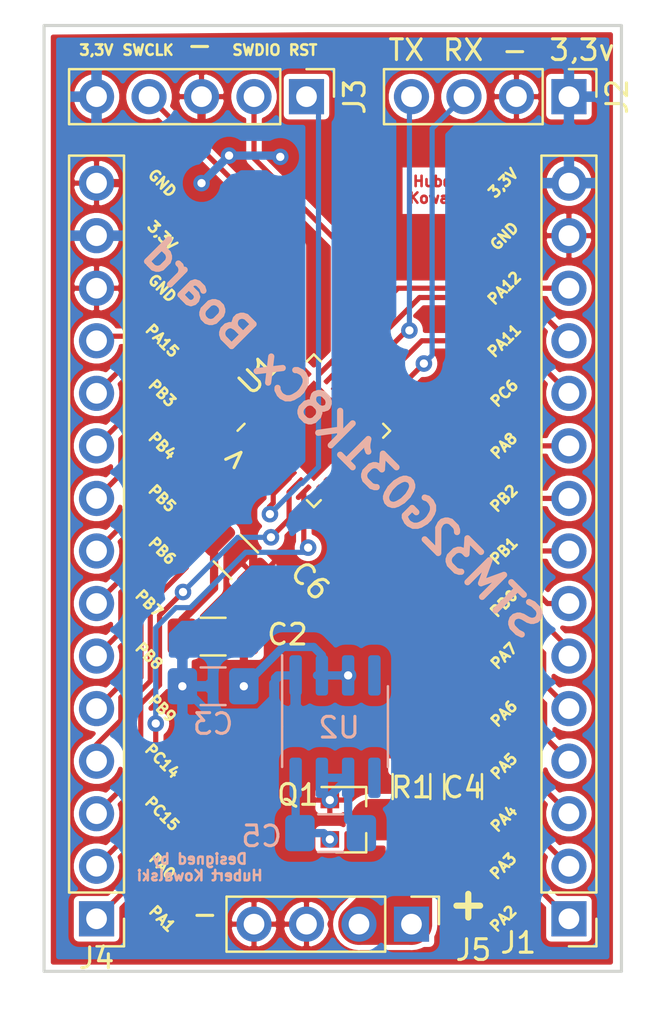
<source format=kicad_pcb>
(kicad_pcb (version 20171130) (host pcbnew "(5.1.6)-1")

  (general
    (thickness 1.6)
    (drawings 49)
    (tracks 264)
    (zones 0)
    (modules 14)
    (nets 37)
  )

  (page A4)
  (layers
    (0 F.Cu signal)
    (31 B.Cu signal hide)
    (32 B.Adhes user)
    (33 F.Adhes user)
    (34 B.Paste user)
    (35 F.Paste user)
    (36 B.SilkS user)
    (37 F.SilkS user)
    (38 B.Mask user)
    (39 F.Mask user)
    (40 Dwgs.User user)
    (41 Cmts.User user)
    (42 Eco1.User user)
    (43 Eco2.User user)
    (44 Edge.Cuts user)
    (45 Margin user)
    (46 B.CrtYd user)
    (47 F.CrtYd user)
    (48 B.Fab user)
    (49 F.Fab user)
  )

  (setup
    (last_trace_width 0.25)
    (user_trace_width 0.4)
    (user_trace_width 2)
    (trace_clearance 0.2)
    (zone_clearance 0.25)
    (zone_45_only no)
    (trace_min 0.2)
    (via_size 0.8)
    (via_drill 0.4)
    (via_min_size 0.4)
    (via_min_drill 0.3)
    (user_via 0.6 0.3)
    (uvia_size 0.3)
    (uvia_drill 0.1)
    (uvias_allowed no)
    (uvia_min_size 0.2)
    (uvia_min_drill 0.1)
    (edge_width 0.05)
    (segment_width 0.2)
    (pcb_text_width 0.3)
    (pcb_text_size 1.5 1.5)
    (mod_edge_width 0.12)
    (mod_text_size 1 1)
    (mod_text_width 0.15)
    (pad_size 1.524 1.524)
    (pad_drill 0.762)
    (pad_to_mask_clearance 0.05)
    (aux_axis_origin 0 0)
    (visible_elements 7FFFFFFF)
    (pcbplotparams
      (layerselection 0x010fc_ffffffff)
      (usegerberextensions false)
      (usegerberattributes true)
      (usegerberadvancedattributes true)
      (creategerberjobfile true)
      (excludeedgelayer true)
      (linewidth 0.100000)
      (plotframeref false)
      (viasonmask false)
      (mode 1)
      (useauxorigin false)
      (hpglpennumber 1)
      (hpglpenspeed 20)
      (hpglpendiameter 15.000000)
      (psnegative false)
      (psa4output false)
      (plotreference true)
      (plotvalue true)
      (plotinvisibletext false)
      (padsonsilk false)
      (subtractmaskfromsilk false)
      (outputformat 1)
      (mirror false)
      (drillshape 0)
      (scaleselection 1)
      (outputdirectory "GERBER/"))
  )

  (net 0 "")
  (net 1 GND)
  (net 2 +3V3)
  (net 3 VDC)
  (net 4 "Net-(C5-Pad1)")
  (net 5 /PB9)
  (net 6 /PC14)
  (net 7 /PC15)
  (net 8 /PA0)
  (net 9 /PA1)
  (net 10 /PA2)
  (net 11 /PA3)
  (net 12 /PA4)
  (net 13 /PA5)
  (net 14 /PA6)
  (net 15 /PA7)
  (net 16 /PB0)
  (net 17 /PB1)
  (net 18 /PA9)
  (net 19 /PA10)
  (net 20 /MCU_RST)
  (net 21 /SWDIO)
  (net 22 /SWCLK)
  (net 23 /PB8)
  (net 24 /PB7)
  (net 25 /PB6)
  (net 26 /PB5)
  (net 27 /PB4)
  (net 28 /PB3)
  (net 29 /PA15)
  (net 30 /PA12)
  (net 31 /PA11)
  (net 32 /PC6)
  (net 33 /PA8)
  (net 34 /PB2)
  (net 35 "Net-(U2-Pad4)")
  (net 36 "Net-(U2-Pad5)")

  (net_class Default "This is the default net class."
    (clearance 0.2)
    (trace_width 0.25)
    (via_dia 0.8)
    (via_drill 0.4)
    (uvia_dia 0.3)
    (uvia_drill 0.1)
    (add_net +3V3)
    (add_net /MCU_RST)
    (add_net /PA0)
    (add_net /PA1)
    (add_net /PA10)
    (add_net /PA11)
    (add_net /PA12)
    (add_net /PA15)
    (add_net /PA2)
    (add_net /PA3)
    (add_net /PA4)
    (add_net /PA5)
    (add_net /PA6)
    (add_net /PA7)
    (add_net /PA8)
    (add_net /PA9)
    (add_net /PB0)
    (add_net /PB1)
    (add_net /PB2)
    (add_net /PB3)
    (add_net /PB4)
    (add_net /PB5)
    (add_net /PB6)
    (add_net /PB7)
    (add_net /PB8)
    (add_net /PB9)
    (add_net /PC14)
    (add_net /PC15)
    (add_net /PC6)
    (add_net /SWCLK)
    (add_net /SWDIO)
    (add_net GND)
    (add_net "Net-(C5-Pad1)")
    (add_net "Net-(U2-Pad4)")
    (add_net "Net-(U2-Pad5)")
    (add_net VDC)
  )

  (module Connector_PinHeader_2.54mm:PinHeader_1x15_P2.54mm_Vertical (layer F.Cu) (tedit 59FED5CC) (tstamp 60357A3A)
    (at 111.76 78.74 180)
    (descr "Through hole straight pin header, 1x15, 2.54mm pitch, single row")
    (tags "Through hole pin header THT 1x15 2.54mm single row")
    (path /6037DD90)
    (fp_text reference J4 (at 0 -1.905) (layer F.SilkS)
      (effects (font (size 1 1) (thickness 0.15)))
    )
    (fp_text value Conn_01x15 (at 0 37.89) (layer F.Fab)
      (effects (font (size 1 1) (thickness 0.15)))
    )
    (fp_line (start 1.8 -1.8) (end -1.8 -1.8) (layer F.CrtYd) (width 0.05))
    (fp_line (start 1.8 37.35) (end 1.8 -1.8) (layer F.CrtYd) (width 0.05))
    (fp_line (start -1.8 37.35) (end 1.8 37.35) (layer F.CrtYd) (width 0.05))
    (fp_line (start -1.8 -1.8) (end -1.8 37.35) (layer F.CrtYd) (width 0.05))
    (fp_line (start -1.33 -1.33) (end 0 -1.33) (layer F.SilkS) (width 0.12))
    (fp_line (start -1.33 0) (end -1.33 -1.33) (layer F.SilkS) (width 0.12))
    (fp_line (start -1.33 1.27) (end 1.33 1.27) (layer F.SilkS) (width 0.12))
    (fp_line (start 1.33 1.27) (end 1.33 36.89) (layer F.SilkS) (width 0.12))
    (fp_line (start -1.33 1.27) (end -1.33 36.89) (layer F.SilkS) (width 0.12))
    (fp_line (start -1.33 36.89) (end 1.33 36.89) (layer F.SilkS) (width 0.12))
    (fp_line (start -1.27 -0.635) (end -0.635 -1.27) (layer F.Fab) (width 0.1))
    (fp_line (start -1.27 36.83) (end -1.27 -0.635) (layer F.Fab) (width 0.1))
    (fp_line (start 1.27 36.83) (end -1.27 36.83) (layer F.Fab) (width 0.1))
    (fp_line (start 1.27 -1.27) (end 1.27 36.83) (layer F.Fab) (width 0.1))
    (fp_line (start -0.635 -1.27) (end 1.27 -1.27) (layer F.Fab) (width 0.1))
    (fp_text user %R (at 0 17.78 90) (layer F.Fab)
      (effects (font (size 1 1) (thickness 0.15)))
    )
    (pad 1 thru_hole rect (at 0 0 180) (size 1.7 1.7) (drill 1) (layers *.Cu *.Mask)
      (net 9 /PA1))
    (pad 2 thru_hole oval (at 0 2.54 180) (size 1.7 1.7) (drill 1) (layers *.Cu *.Mask)
      (net 8 /PA0))
    (pad 3 thru_hole oval (at 0 5.08 180) (size 1.7 1.7) (drill 1) (layers *.Cu *.Mask)
      (net 7 /PC15))
    (pad 4 thru_hole oval (at 0 7.62 180) (size 1.7 1.7) (drill 1) (layers *.Cu *.Mask)
      (net 6 /PC14))
    (pad 5 thru_hole oval (at 0 10.16 180) (size 1.7 1.7) (drill 1) (layers *.Cu *.Mask)
      (net 5 /PB9))
    (pad 6 thru_hole oval (at 0 12.7 180) (size 1.7 1.7) (drill 1) (layers *.Cu *.Mask)
      (net 23 /PB8))
    (pad 7 thru_hole oval (at 0 15.24 180) (size 1.7 1.7) (drill 1) (layers *.Cu *.Mask)
      (net 24 /PB7))
    (pad 8 thru_hole oval (at 0 17.78 180) (size 1.7 1.7) (drill 1) (layers *.Cu *.Mask)
      (net 25 /PB6))
    (pad 9 thru_hole oval (at 0 20.32 180) (size 1.7 1.7) (drill 1) (layers *.Cu *.Mask)
      (net 26 /PB5))
    (pad 10 thru_hole oval (at 0 22.86 180) (size 1.7 1.7) (drill 1) (layers *.Cu *.Mask)
      (net 27 /PB4))
    (pad 11 thru_hole oval (at 0 25.4 180) (size 1.7 1.7) (drill 1) (layers *.Cu *.Mask)
      (net 28 /PB3))
    (pad 12 thru_hole oval (at 0 27.94 180) (size 1.7 1.7) (drill 1) (layers *.Cu *.Mask)
      (net 29 /PA15))
    (pad 13 thru_hole oval (at 0 30.48 180) (size 1.7 1.7) (drill 1) (layers *.Cu *.Mask)
      (net 1 GND))
    (pad 14 thru_hole oval (at 0 33.02 180) (size 1.7 1.7) (drill 1) (layers *.Cu *.Mask)
      (net 2 +3V3))
    (pad 15 thru_hole oval (at 0 35.56 180) (size 1.7 1.7) (drill 1) (layers *.Cu *.Mask)
      (net 1 GND))
    (model ${KISYS3DMOD}/Connector_PinHeader_2.54mm.3dshapes/PinHeader_1x15_P2.54mm_Vertical.wrl
      (at (xyz 0 0 0))
      (scale (xyz 1 1 1))
      (rotate (xyz 0 0 0))
    )
  )

  (module Capacitor_SMD:C_1206_3216Metric_Pad1.42x1.75mm_HandSolder (layer B.Cu) (tedit 5B301BBE) (tstamp 6035540B)
    (at 117.4 67.5)
    (descr "Capacitor SMD 1206 (3216 Metric), square (rectangular) end terminal, IPC_7351 nominal with elongated pad for handsoldering. (Body size source: http://www.tortai-tech.com/upload/download/2011102023233369053.pdf), generated with kicad-footprint-generator")
    (tags "capacitor handsolder")
    (path /6039E153)
    (attr smd)
    (fp_text reference C3 (at 0 1.82) (layer B.SilkS)
      (effects (font (size 1 1) (thickness 0.15)) (justify mirror))
    )
    (fp_text value 100nF (at 0 -1.82) (layer B.Fab)
      (effects (font (size 1 1) (thickness 0.15)) (justify mirror))
    )
    (fp_line (start -1.6 -0.8) (end -1.6 0.8) (layer B.Fab) (width 0.1))
    (fp_line (start -1.6 0.8) (end 1.6 0.8) (layer B.Fab) (width 0.1))
    (fp_line (start 1.6 0.8) (end 1.6 -0.8) (layer B.Fab) (width 0.1))
    (fp_line (start 1.6 -0.8) (end -1.6 -0.8) (layer B.Fab) (width 0.1))
    (fp_line (start -0.602064 0.91) (end 0.602064 0.91) (layer B.SilkS) (width 0.12))
    (fp_line (start -0.602064 -0.91) (end 0.602064 -0.91) (layer B.SilkS) (width 0.12))
    (fp_line (start -2.45 -1.12) (end -2.45 1.12) (layer B.CrtYd) (width 0.05))
    (fp_line (start -2.45 1.12) (end 2.45 1.12) (layer B.CrtYd) (width 0.05))
    (fp_line (start 2.45 1.12) (end 2.45 -1.12) (layer B.CrtYd) (width 0.05))
    (fp_line (start 2.45 -1.12) (end -2.45 -1.12) (layer B.CrtYd) (width 0.05))
    (fp_text user %R (at 0 0) (layer B.Fab)
      (effects (font (size 0.8 0.8) (thickness 0.12)) (justify mirror))
    )
    (pad 2 smd roundrect (at 1.4875 0) (size 1.425 1.75) (layers B.Cu B.Paste B.Mask) (roundrect_rratio 0.175439)
      (net 1 GND))
    (pad 1 smd roundrect (at -1.4875 0) (size 1.425 1.75) (layers B.Cu B.Paste B.Mask) (roundrect_rratio 0.175439)
      (net 2 +3V3))
    (model ${KISYS3DMOD}/Capacitor_SMD.3dshapes/C_1206_3216Metric.wrl
      (at (xyz 0 0 0))
      (scale (xyz 1 1 1))
      (rotate (xyz 0 0 0))
    )
  )

  (module Capacitor_SMD:C_1206_3216Metric_Pad1.42x1.75mm_HandSolder (layer F.Cu) (tedit 5B301BBE) (tstamp 6035541C)
    (at 129.5 72.35 90)
    (descr "Capacitor SMD 1206 (3216 Metric), square (rectangular) end terminal, IPC_7351 nominal with elongated pad for handsoldering. (Body size source: http://www.tortai-tech.com/upload/download/2011102023233369053.pdf), generated with kicad-footprint-generator")
    (tags "capacitor handsolder")
    (path /6039C86D)
    (attr smd)
    (fp_text reference C4 (at -0.04 0 180) (layer F.SilkS)
      (effects (font (size 1 1) (thickness 0.15)))
    )
    (fp_text value 100nF (at 0 1.82 90) (layer F.Fab)
      (effects (font (size 1 1) (thickness 0.15)))
    )
    (fp_line (start -1.6 0.8) (end -1.6 -0.8) (layer F.Fab) (width 0.1))
    (fp_line (start -1.6 -0.8) (end 1.6 -0.8) (layer F.Fab) (width 0.1))
    (fp_line (start 1.6 -0.8) (end 1.6 0.8) (layer F.Fab) (width 0.1))
    (fp_line (start 1.6 0.8) (end -1.6 0.8) (layer F.Fab) (width 0.1))
    (fp_line (start -0.602064 -0.91) (end 0.602064 -0.91) (layer F.SilkS) (width 0.12))
    (fp_line (start -0.602064 0.91) (end 0.602064 0.91) (layer F.SilkS) (width 0.12))
    (fp_line (start -2.45 1.12) (end -2.45 -1.12) (layer F.CrtYd) (width 0.05))
    (fp_line (start -2.45 -1.12) (end 2.45 -1.12) (layer F.CrtYd) (width 0.05))
    (fp_line (start 2.45 -1.12) (end 2.45 1.12) (layer F.CrtYd) (width 0.05))
    (fp_line (start 2.45 1.12) (end -2.45 1.12) (layer F.CrtYd) (width 0.05))
    (fp_text user %R (at 0 0 90) (layer F.Fab)
      (effects (font (size 0.8 0.8) (thickness 0.12)))
    )
    (pad 2 smd roundrect (at 1.4875 0 90) (size 1.425 1.75) (layers F.Cu F.Paste F.Mask) (roundrect_rratio 0.175439)
      (net 1 GND))
    (pad 1 smd roundrect (at -1.4875 0 90) (size 1.425 1.75) (layers F.Cu F.Paste F.Mask) (roundrect_rratio 0.175439)
      (net 3 VDC))
    (model ${KISYS3DMOD}/Capacitor_SMD.3dshapes/C_1206_3216Metric.wrl
      (at (xyz 0 0 0))
      (scale (xyz 1 1 1))
      (rotate (xyz 0 0 0))
    )
  )

  (module Capacitor_SMD:C_1206_3216Metric_Pad1.42x1.75mm_HandSolder (layer B.Cu) (tedit 5B301BBE) (tstamp 6035542D)
    (at 123.0875 74.6)
    (descr "Capacitor SMD 1206 (3216 Metric), square (rectangular) end terminal, IPC_7351 nominal with elongated pad for handsoldering. (Body size source: http://www.tortai-tech.com/upload/download/2011102023233369053.pdf), generated with kicad-footprint-generator")
    (tags "capacitor handsolder")
    (path /6039CC2F)
    (attr smd)
    (fp_text reference C5 (at -3.3375 0.15) (layer B.SilkS)
      (effects (font (size 1 1) (thickness 0.15)) (justify mirror))
    )
    (fp_text value 1uF (at 0 -1.82) (layer B.Fab)
      (effects (font (size 1 1) (thickness 0.15)) (justify mirror))
    )
    (fp_line (start 2.45 -1.12) (end -2.45 -1.12) (layer B.CrtYd) (width 0.05))
    (fp_line (start 2.45 1.12) (end 2.45 -1.12) (layer B.CrtYd) (width 0.05))
    (fp_line (start -2.45 1.12) (end 2.45 1.12) (layer B.CrtYd) (width 0.05))
    (fp_line (start -2.45 -1.12) (end -2.45 1.12) (layer B.CrtYd) (width 0.05))
    (fp_line (start -0.602064 -0.91) (end 0.602064 -0.91) (layer B.SilkS) (width 0.12))
    (fp_line (start -0.602064 0.91) (end 0.602064 0.91) (layer B.SilkS) (width 0.12))
    (fp_line (start 1.6 -0.8) (end -1.6 -0.8) (layer B.Fab) (width 0.1))
    (fp_line (start 1.6 0.8) (end 1.6 -0.8) (layer B.Fab) (width 0.1))
    (fp_line (start -1.6 0.8) (end 1.6 0.8) (layer B.Fab) (width 0.1))
    (fp_line (start -1.6 -0.8) (end -1.6 0.8) (layer B.Fab) (width 0.1))
    (fp_text user %R (at 0 0) (layer B.Fab)
      (effects (font (size 0.8 0.8) (thickness 0.12)) (justify mirror))
    )
    (pad 1 smd roundrect (at -1.4875 0) (size 1.425 1.75) (layers B.Cu B.Paste B.Mask) (roundrect_rratio 0.175439)
      (net 4 "Net-(C5-Pad1)"))
    (pad 2 smd roundrect (at 1.4875 0) (size 1.425 1.75) (layers B.Cu B.Paste B.Mask) (roundrect_rratio 0.175439)
      (net 1 GND))
    (model ${KISYS3DMOD}/Capacitor_SMD.3dshapes/C_1206_3216Metric.wrl
      (at (xyz 0 0 0))
      (scale (xyz 1 1 1))
      (rotate (xyz 0 0 0))
    )
  )

  (module Capacitor_SMD:C_1206_3216Metric_Pad1.42x1.75mm_HandSolder (layer F.Cu) (tedit 5B301BBE) (tstamp 6035543E)
    (at 118.5 61.25 315)
    (descr "Capacitor SMD 1206 (3216 Metric), square (rectangular) end terminal, IPC_7351 nominal with elongated pad for handsoldering. (Body size source: http://www.tortai-tech.com/upload/download/2011102023233369053.pdf), generated with kicad-footprint-generator")
    (tags "capacitor handsolder")
    (path /6039C10B)
    (attr smd)
    (fp_text reference C6 (at 3.358757 -1.732412 135) (layer F.SilkS)
      (effects (font (size 1 1) (thickness 0.15)))
    )
    (fp_text value 100nF (at 0 1.82 135) (layer F.Fab)
      (effects (font (size 1 1) (thickness 0.15)))
    )
    (fp_line (start 2.45 1.12) (end -2.45 1.12) (layer F.CrtYd) (width 0.05))
    (fp_line (start 2.45 -1.12) (end 2.45 1.12) (layer F.CrtYd) (width 0.05))
    (fp_line (start -2.45 -1.12) (end 2.45 -1.12) (layer F.CrtYd) (width 0.05))
    (fp_line (start -2.45 1.12) (end -2.45 -1.12) (layer F.CrtYd) (width 0.05))
    (fp_line (start -0.602064 0.91) (end 0.602064 0.91) (layer F.SilkS) (width 0.12))
    (fp_line (start -0.602064 -0.91) (end 0.602064 -0.91) (layer F.SilkS) (width 0.12))
    (fp_line (start 1.6 0.8) (end -1.6 0.8) (layer F.Fab) (width 0.1))
    (fp_line (start 1.6 -0.8) (end 1.6 0.8) (layer F.Fab) (width 0.1))
    (fp_line (start -1.6 -0.8) (end 1.6 -0.8) (layer F.Fab) (width 0.1))
    (fp_line (start -1.6 0.8) (end -1.6 -0.8) (layer F.Fab) (width 0.1))
    (fp_text user %R (at 0 0 135) (layer F.Fab)
      (effects (font (size 0.8 0.8) (thickness 0.12)))
    )
    (pad 1 smd roundrect (at -1.4875 0 315) (size 1.425 1.75) (layers F.Cu F.Paste F.Mask) (roundrect_rratio 0.175439)
      (net 2 +3V3))
    (pad 2 smd roundrect (at 1.4875 0 315) (size 1.425 1.75) (layers F.Cu F.Paste F.Mask) (roundrect_rratio 0.175439)
      (net 1 GND))
    (model ${KISYS3DMOD}/Capacitor_SMD.3dshapes/C_1206_3216Metric.wrl
      (at (xyz 0 0 0))
      (scale (xyz 1 1 1))
      (rotate (xyz 0 0 0))
    )
  )

  (module Connector_PinHeader_2.54mm:PinHeader_1x15_P2.54mm_Vertical (layer F.Cu) (tedit 59FED5CC) (tstamp 60355461)
    (at 134.62 78.74 180)
    (descr "Through hole straight pin header, 1x15, 2.54mm pitch, single row")
    (tags "Through hole pin header THT 1x15 2.54mm single row")
    (path /6036E6DD)
    (fp_text reference J1 (at 2.45 -1.16) (layer F.SilkS)
      (effects (font (size 1 1) (thickness 0.15)))
    )
    (fp_text value Conn_01x15 (at 0 37.89) (layer F.Fab)
      (effects (font (size 1 1) (thickness 0.15)))
    )
    (fp_line (start 1.8 -1.8) (end -1.8 -1.8) (layer F.CrtYd) (width 0.05))
    (fp_line (start 1.8 37.35) (end 1.8 -1.8) (layer F.CrtYd) (width 0.05))
    (fp_line (start -1.8 37.35) (end 1.8 37.35) (layer F.CrtYd) (width 0.05))
    (fp_line (start -1.8 -1.8) (end -1.8 37.35) (layer F.CrtYd) (width 0.05))
    (fp_line (start -1.33 -1.33) (end 0 -1.33) (layer F.SilkS) (width 0.12))
    (fp_line (start -1.33 0) (end -1.33 -1.33) (layer F.SilkS) (width 0.12))
    (fp_line (start -1.33 1.27) (end 1.33 1.27) (layer F.SilkS) (width 0.12))
    (fp_line (start 1.33 1.27) (end 1.33 36.89) (layer F.SilkS) (width 0.12))
    (fp_line (start -1.33 1.27) (end -1.33 36.89) (layer F.SilkS) (width 0.12))
    (fp_line (start -1.33 36.89) (end 1.33 36.89) (layer F.SilkS) (width 0.12))
    (fp_line (start -1.27 -0.635) (end -0.635 -1.27) (layer F.Fab) (width 0.1))
    (fp_line (start -1.27 36.83) (end -1.27 -0.635) (layer F.Fab) (width 0.1))
    (fp_line (start 1.27 36.83) (end -1.27 36.83) (layer F.Fab) (width 0.1))
    (fp_line (start 1.27 -1.27) (end 1.27 36.83) (layer F.Fab) (width 0.1))
    (fp_line (start -0.635 -1.27) (end 1.27 -1.27) (layer F.Fab) (width 0.1))
    (fp_text user %R (at 0 17.78 90) (layer F.Fab)
      (effects (font (size 1 1) (thickness 0.15)))
    )
    (pad 1 thru_hole rect (at 0 0 180) (size 1.7 1.7) (drill 1) (layers *.Cu *.Mask)
      (net 10 /PA2))
    (pad 2 thru_hole oval (at 0 2.54 180) (size 1.7 1.7) (drill 1) (layers *.Cu *.Mask)
      (net 11 /PA3))
    (pad 3 thru_hole oval (at 0 5.08 180) (size 1.7 1.7) (drill 1) (layers *.Cu *.Mask)
      (net 12 /PA4))
    (pad 4 thru_hole oval (at 0 7.62 180) (size 1.7 1.7) (drill 1) (layers *.Cu *.Mask)
      (net 13 /PA5))
    (pad 5 thru_hole oval (at 0 10.16 180) (size 1.7 1.7) (drill 1) (layers *.Cu *.Mask)
      (net 14 /PA6))
    (pad 6 thru_hole oval (at 0 12.7 180) (size 1.7 1.7) (drill 1) (layers *.Cu *.Mask)
      (net 15 /PA7))
    (pad 7 thru_hole oval (at 0 15.24 180) (size 1.7 1.7) (drill 1) (layers *.Cu *.Mask)
      (net 16 /PB0))
    (pad 8 thru_hole oval (at 0 17.78 180) (size 1.7 1.7) (drill 1) (layers *.Cu *.Mask)
      (net 17 /PB1))
    (pad 9 thru_hole oval (at 0 20.32 180) (size 1.7 1.7) (drill 1) (layers *.Cu *.Mask)
      (net 34 /PB2))
    (pad 10 thru_hole oval (at 0 22.86 180) (size 1.7 1.7) (drill 1) (layers *.Cu *.Mask)
      (net 33 /PA8))
    (pad 11 thru_hole oval (at 0 25.4 180) (size 1.7 1.7) (drill 1) (layers *.Cu *.Mask)
      (net 32 /PC6))
    (pad 12 thru_hole oval (at 0 27.94 180) (size 1.7 1.7) (drill 1) (layers *.Cu *.Mask)
      (net 31 /PA11))
    (pad 13 thru_hole oval (at 0 30.48 180) (size 1.7 1.7) (drill 1) (layers *.Cu *.Mask)
      (net 30 /PA12))
    (pad 14 thru_hole oval (at 0 33.02 180) (size 1.7 1.7) (drill 1) (layers *.Cu *.Mask)
      (net 1 GND))
    (pad 15 thru_hole oval (at 0 35.56 180) (size 1.7 1.7) (drill 1) (layers *.Cu *.Mask)
      (net 2 +3V3))
    (model ${KISYS3DMOD}/Connector_PinHeader_2.54mm.3dshapes/PinHeader_1x15_P2.54mm_Vertical.wrl
      (at (xyz 0 0 0))
      (scale (xyz 1 1 1))
      (rotate (xyz 0 0 0))
    )
  )

  (module Connector_PinHeader_2.54mm:PinHeader_1x04_P2.54mm_Vertical (layer F.Cu) (tedit 59FED5CC) (tstamp 60355479)
    (at 134.62 39 270)
    (descr "Through hole straight pin header, 1x04, 2.54mm pitch, single row")
    (tags "Through hole pin header THT 1x04 2.54mm single row")
    (path /60371BF0)
    (fp_text reference J2 (at 0 -2.33 90) (layer F.SilkS)
      (effects (font (size 1 1) (thickness 0.15)))
    )
    (fp_text value Conn_01x04 (at 0 9.95 90) (layer F.Fab)
      (effects (font (size 1 1) (thickness 0.15)))
    )
    (fp_line (start 1.8 -1.8) (end -1.8 -1.8) (layer F.CrtYd) (width 0.05))
    (fp_line (start 1.8 9.4) (end 1.8 -1.8) (layer F.CrtYd) (width 0.05))
    (fp_line (start -1.8 9.4) (end 1.8 9.4) (layer F.CrtYd) (width 0.05))
    (fp_line (start -1.8 -1.8) (end -1.8 9.4) (layer F.CrtYd) (width 0.05))
    (fp_line (start -1.33 -1.33) (end 0 -1.33) (layer F.SilkS) (width 0.12))
    (fp_line (start -1.33 0) (end -1.33 -1.33) (layer F.SilkS) (width 0.12))
    (fp_line (start -1.33 1.27) (end 1.33 1.27) (layer F.SilkS) (width 0.12))
    (fp_line (start 1.33 1.27) (end 1.33 8.95) (layer F.SilkS) (width 0.12))
    (fp_line (start -1.33 1.27) (end -1.33 8.95) (layer F.SilkS) (width 0.12))
    (fp_line (start -1.33 8.95) (end 1.33 8.95) (layer F.SilkS) (width 0.12))
    (fp_line (start -1.27 -0.635) (end -0.635 -1.27) (layer F.Fab) (width 0.1))
    (fp_line (start -1.27 8.89) (end -1.27 -0.635) (layer F.Fab) (width 0.1))
    (fp_line (start 1.27 8.89) (end -1.27 8.89) (layer F.Fab) (width 0.1))
    (fp_line (start 1.27 -1.27) (end 1.27 8.89) (layer F.Fab) (width 0.1))
    (fp_line (start -0.635 -1.27) (end 1.27 -1.27) (layer F.Fab) (width 0.1))
    (fp_text user %R (at 0 3.81) (layer F.Fab)
      (effects (font (size 1 1) (thickness 0.15)))
    )
    (pad 1 thru_hole rect (at 0 0 270) (size 1.7 1.7) (drill 1) (layers *.Cu *.Mask)
      (net 2 +3V3))
    (pad 2 thru_hole oval (at 0 2.54 270) (size 1.7 1.7) (drill 1) (layers *.Cu *.Mask)
      (net 1 GND))
    (pad 3 thru_hole oval (at 0 5.08 270) (size 1.7 1.7) (drill 1) (layers *.Cu *.Mask)
      (net 18 /PA9))
    (pad 4 thru_hole oval (at 0 7.62 270) (size 1.7 1.7) (drill 1) (layers *.Cu *.Mask)
      (net 19 /PA10))
    (model ${KISYS3DMOD}/Connector_PinHeader_2.54mm.3dshapes/PinHeader_1x04_P2.54mm_Vertical.wrl
      (at (xyz 0 0 0))
      (scale (xyz 1 1 1))
      (rotate (xyz 0 0 0))
    )
  )

  (module Connector_PinHeader_2.54mm:PinHeader_1x05_P2.54mm_Vertical (layer F.Cu) (tedit 59FED5CC) (tstamp 60355492)
    (at 121.92 39 270)
    (descr "Through hole straight pin header, 1x05, 2.54mm pitch, single row")
    (tags "Through hole pin header THT 1x05 2.54mm single row")
    (path /60375745)
    (fp_text reference J3 (at 0 -2.33 90) (layer F.SilkS)
      (effects (font (size 1 1) (thickness 0.15)))
    )
    (fp_text value Conn_01x05 (at 0 12.49 90) (layer F.Fab)
      (effects (font (size 1 1) (thickness 0.15)))
    )
    (fp_line (start 1.8 -1.8) (end -1.8 -1.8) (layer F.CrtYd) (width 0.05))
    (fp_line (start 1.8 11.95) (end 1.8 -1.8) (layer F.CrtYd) (width 0.05))
    (fp_line (start -1.8 11.95) (end 1.8 11.95) (layer F.CrtYd) (width 0.05))
    (fp_line (start -1.8 -1.8) (end -1.8 11.95) (layer F.CrtYd) (width 0.05))
    (fp_line (start -1.33 -1.33) (end 0 -1.33) (layer F.SilkS) (width 0.12))
    (fp_line (start -1.33 0) (end -1.33 -1.33) (layer F.SilkS) (width 0.12))
    (fp_line (start -1.33 1.27) (end 1.33 1.27) (layer F.SilkS) (width 0.12))
    (fp_line (start 1.33 1.27) (end 1.33 11.49) (layer F.SilkS) (width 0.12))
    (fp_line (start -1.33 1.27) (end -1.33 11.49) (layer F.SilkS) (width 0.12))
    (fp_line (start -1.33 11.49) (end 1.33 11.49) (layer F.SilkS) (width 0.12))
    (fp_line (start -1.27 -0.635) (end -0.635 -1.27) (layer F.Fab) (width 0.1))
    (fp_line (start -1.27 11.43) (end -1.27 -0.635) (layer F.Fab) (width 0.1))
    (fp_line (start 1.27 11.43) (end -1.27 11.43) (layer F.Fab) (width 0.1))
    (fp_line (start 1.27 -1.27) (end 1.27 11.43) (layer F.Fab) (width 0.1))
    (fp_line (start -0.635 -1.27) (end 1.27 -1.27) (layer F.Fab) (width 0.1))
    (fp_text user %R (at 0 5.08) (layer F.Fab)
      (effects (font (size 1 1) (thickness 0.15)))
    )
    (pad 1 thru_hole rect (at 0 0 270) (size 1.7 1.7) (drill 1) (layers *.Cu *.Mask)
      (net 20 /MCU_RST))
    (pad 2 thru_hole oval (at 0 2.54 270) (size 1.7 1.7) (drill 1) (layers *.Cu *.Mask)
      (net 21 /SWDIO))
    (pad 3 thru_hole oval (at 0 5.08 270) (size 1.7 1.7) (drill 1) (layers *.Cu *.Mask)
      (net 1 GND))
    (pad 4 thru_hole oval (at 0 7.62 270) (size 1.7 1.7) (drill 1) (layers *.Cu *.Mask)
      (net 22 /SWCLK))
    (pad 5 thru_hole oval (at 0 10.16 270) (size 1.7 1.7) (drill 1) (layers *.Cu *.Mask)
      (net 2 +3V3))
    (model ${KISYS3DMOD}/Connector_PinHeader_2.54mm.3dshapes/PinHeader_1x05_P2.54mm_Vertical.wrl
      (at (xyz 0 0 0))
      (scale (xyz 1 1 1))
      (rotate (xyz 0 0 0))
    )
  )

  (module Connector_PinHeader_2.54mm:PinHeader_1x04_P2.54mm_Vertical (layer F.Cu) (tedit 59FED5CC) (tstamp 603554CC)
    (at 127 79 270)
    (descr "Through hole straight pin header, 1x04, 2.54mm pitch, single row")
    (tags "Through hole pin header THT 1x04 2.54mm single row")
    (path /60389D64)
    (fp_text reference J5 (at 1.25 -3 180) (layer F.SilkS)
      (effects (font (size 1 1) (thickness 0.15)))
    )
    (fp_text value Conn_01x04 (at 4 3.75 180) (layer F.Fab)
      (effects (font (size 1 1) (thickness 0.15)))
    )
    (fp_line (start -0.635 -1.27) (end 1.27 -1.27) (layer F.Fab) (width 0.1))
    (fp_line (start 1.27 -1.27) (end 1.27 8.89) (layer F.Fab) (width 0.1))
    (fp_line (start 1.27 8.89) (end -1.27 8.89) (layer F.Fab) (width 0.1))
    (fp_line (start -1.27 8.89) (end -1.27 -0.635) (layer F.Fab) (width 0.1))
    (fp_line (start -1.27 -0.635) (end -0.635 -1.27) (layer F.Fab) (width 0.1))
    (fp_line (start -1.33 8.95) (end 1.33 8.95) (layer F.SilkS) (width 0.12))
    (fp_line (start -1.33 1.27) (end -1.33 8.95) (layer F.SilkS) (width 0.12))
    (fp_line (start 1.33 1.27) (end 1.33 8.95) (layer F.SilkS) (width 0.12))
    (fp_line (start -1.33 1.27) (end 1.33 1.27) (layer F.SilkS) (width 0.12))
    (fp_line (start -1.33 0) (end -1.33 -1.33) (layer F.SilkS) (width 0.12))
    (fp_line (start -1.33 -1.33) (end 0 -1.33) (layer F.SilkS) (width 0.12))
    (fp_line (start -1.8 -1.8) (end -1.8 9.4) (layer F.CrtYd) (width 0.05))
    (fp_line (start -1.8 9.4) (end 1.8 9.4) (layer F.CrtYd) (width 0.05))
    (fp_line (start 1.8 9.4) (end 1.8 -1.8) (layer F.CrtYd) (width 0.05))
    (fp_line (start 1.8 -1.8) (end -1.8 -1.8) (layer F.CrtYd) (width 0.05))
    (fp_text user %R (at 0 3.81) (layer F.Fab)
      (effects (font (size 1 1) (thickness 0.15)))
    )
    (pad 4 thru_hole oval (at 0 7.62 270) (size 1.7 1.7) (drill 1) (layers *.Cu *.Mask)
      (net 1 GND))
    (pad 3 thru_hole oval (at 0 5.08 270) (size 1.7 1.7) (drill 1) (layers *.Cu *.Mask)
      (net 1 GND))
    (pad 2 thru_hole oval (at 0 2.54 270) (size 1.7 1.7) (drill 1) (layers *.Cu *.Mask)
      (net 3 VDC))
    (pad 1 thru_hole rect (at 0 0 270) (size 1.7 1.7) (drill 1) (layers *.Cu *.Mask)
      (net 3 VDC))
    (model ${KISYS3DMOD}/Connector_PinHeader_2.54mm.3dshapes/PinHeader_1x04_P2.54mm_Vertical.wrl
      (at (xyz 0 0 0))
      (scale (xyz 1 1 1))
      (rotate (xyz 0 0 0))
    )
  )

  (module Package_TO_SOT_SMD:SOT-23 (layer F.Cu) (tedit 5A02FF57) (tstamp 603554E1)
    (at 124.05 73.95)
    (descr "SOT-23, Standard")
    (tags SOT-23)
    (path /60391196)
    (attr smd)
    (fp_text reference Q1 (at -2.55 -1.2) (layer F.SilkS)
      (effects (font (size 1 1) (thickness 0.15)))
    )
    (fp_text value IRLML6402 (at 0 2.5) (layer F.Fab)
      (effects (font (size 1 1) (thickness 0.15)))
    )
    (fp_line (start 0.76 1.58) (end -0.7 1.58) (layer F.SilkS) (width 0.12))
    (fp_line (start 0.76 -1.58) (end -1.4 -1.58) (layer F.SilkS) (width 0.12))
    (fp_line (start -1.7 1.75) (end -1.7 -1.75) (layer F.CrtYd) (width 0.05))
    (fp_line (start 1.7 1.75) (end -1.7 1.75) (layer F.CrtYd) (width 0.05))
    (fp_line (start 1.7 -1.75) (end 1.7 1.75) (layer F.CrtYd) (width 0.05))
    (fp_line (start -1.7 -1.75) (end 1.7 -1.75) (layer F.CrtYd) (width 0.05))
    (fp_line (start 0.76 -1.58) (end 0.76 -0.65) (layer F.SilkS) (width 0.12))
    (fp_line (start 0.76 1.58) (end 0.76 0.65) (layer F.SilkS) (width 0.12))
    (fp_line (start -0.7 1.52) (end 0.7 1.52) (layer F.Fab) (width 0.1))
    (fp_line (start 0.7 -1.52) (end 0.7 1.52) (layer F.Fab) (width 0.1))
    (fp_line (start -0.7 -0.95) (end -0.15 -1.52) (layer F.Fab) (width 0.1))
    (fp_line (start -0.15 -1.52) (end 0.7 -1.52) (layer F.Fab) (width 0.1))
    (fp_line (start -0.7 -0.95) (end -0.7 1.5) (layer F.Fab) (width 0.1))
    (fp_text user %R (at 0 0 90) (layer F.Fab)
      (effects (font (size 0.5 0.5) (thickness 0.075)))
    )
    (pad 1 smd rect (at -1 -0.95) (size 0.9 0.8) (layers F.Cu F.Paste F.Mask)
      (net 1 GND))
    (pad 2 smd rect (at -1 0.95) (size 0.9 0.8) (layers F.Cu F.Paste F.Mask)
      (net 4 "Net-(C5-Pad1)"))
    (pad 3 smd rect (at 1 0) (size 0.9 0.8) (layers F.Cu F.Paste F.Mask)
      (net 3 VDC))
    (model ${KISYS3DMOD}/Package_TO_SOT_SMD.3dshapes/SOT-23.wrl
      (at (xyz 0 0 0))
      (scale (xyz 1 1 1))
      (rotate (xyz 0 0 0))
    )
  )

  (module Resistor_SMD:R_1206_3216Metric_Pad1.42x1.75mm_HandSolder (layer F.Cu) (tedit 5B301BBD) (tstamp 603554F2)
    (at 127 72.35 90)
    (descr "Resistor SMD 1206 (3216 Metric), square (rectangular) end terminal, IPC_7351 nominal with elongated pad for handsoldering. (Body size source: http://www.tortai-tech.com/upload/download/2011102023233369053.pdf), generated with kicad-footprint-generator")
    (tags "resistor handsolder")
    (path /60392C88)
    (attr smd)
    (fp_text reference R1 (at -0.04 0 180) (layer F.SilkS)
      (effects (font (size 1 1) (thickness 0.15)))
    )
    (fp_text value 10kR (at 0 1.82 90) (layer F.Fab)
      (effects (font (size 1 1) (thickness 0.15)))
    )
    (fp_line (start 2.45 1.12) (end -2.45 1.12) (layer F.CrtYd) (width 0.05))
    (fp_line (start 2.45 -1.12) (end 2.45 1.12) (layer F.CrtYd) (width 0.05))
    (fp_line (start -2.45 -1.12) (end 2.45 -1.12) (layer F.CrtYd) (width 0.05))
    (fp_line (start -2.45 1.12) (end -2.45 -1.12) (layer F.CrtYd) (width 0.05))
    (fp_line (start -0.602064 0.91) (end 0.602064 0.91) (layer F.SilkS) (width 0.12))
    (fp_line (start -0.602064 -0.91) (end 0.602064 -0.91) (layer F.SilkS) (width 0.12))
    (fp_line (start 1.6 0.8) (end -1.6 0.8) (layer F.Fab) (width 0.1))
    (fp_line (start 1.6 -0.8) (end 1.6 0.8) (layer F.Fab) (width 0.1))
    (fp_line (start -1.6 -0.8) (end 1.6 -0.8) (layer F.Fab) (width 0.1))
    (fp_line (start -1.6 0.8) (end -1.6 -0.8) (layer F.Fab) (width 0.1))
    (fp_text user %R (at 0 0 90) (layer F.Fab)
      (effects (font (size 0.8 0.8) (thickness 0.12)))
    )
    (pad 1 smd roundrect (at -1.4875 0 90) (size 1.425 1.75) (layers F.Cu F.Paste F.Mask) (roundrect_rratio 0.175439)
      (net 3 VDC))
    (pad 2 smd roundrect (at 1.4875 0 90) (size 1.425 1.75) (layers F.Cu F.Paste F.Mask) (roundrect_rratio 0.175439)
      (net 1 GND))
    (model ${KISYS3DMOD}/Resistor_SMD.3dshapes/R_1206_3216Metric.wrl
      (at (xyz 0 0 0))
      (scale (xyz 1 1 1))
      (rotate (xyz 0 0 0))
    )
  )

  (module Package_SO:SOIC-8_3.9x4.9mm_P1.27mm (layer B.Cu) (tedit 5D9F72B1) (tstamp 60355557)
    (at 123.3 69.45 270)
    (descr "SOIC, 8 Pin (JEDEC MS-012AA, https://www.analog.com/media/en/package-pcb-resources/package/pkg_pdf/soic_narrow-r/r_8.pdf), generated with kicad-footprint-generator ipc_gullwing_generator.py")
    (tags "SOIC SO")
    (path /6038B742)
    (attr smd)
    (fp_text reference U2 (at 0.05 -0.2) (layer B.SilkS)
      (effects (font (size 1 1) (thickness 0.15)) (justify mirror))
    )
    (fp_text value L78L33_SO8 (at 0 -3.4 270) (layer B.Fab)
      (effects (font (size 1 1) (thickness 0.15)) (justify mirror))
    )
    (fp_line (start 3.7 2.7) (end -3.7 2.7) (layer B.CrtYd) (width 0.05))
    (fp_line (start 3.7 -2.7) (end 3.7 2.7) (layer B.CrtYd) (width 0.05))
    (fp_line (start -3.7 -2.7) (end 3.7 -2.7) (layer B.CrtYd) (width 0.05))
    (fp_line (start -3.7 2.7) (end -3.7 -2.7) (layer B.CrtYd) (width 0.05))
    (fp_line (start -1.95 1.475) (end -0.975 2.45) (layer B.Fab) (width 0.1))
    (fp_line (start -1.95 -2.45) (end -1.95 1.475) (layer B.Fab) (width 0.1))
    (fp_line (start 1.95 -2.45) (end -1.95 -2.45) (layer B.Fab) (width 0.1))
    (fp_line (start 1.95 2.45) (end 1.95 -2.45) (layer B.Fab) (width 0.1))
    (fp_line (start -0.975 2.45) (end 1.95 2.45) (layer B.Fab) (width 0.1))
    (fp_line (start 0 2.56) (end -3.45 2.56) (layer B.SilkS) (width 0.12))
    (fp_line (start 0 2.56) (end 1.95 2.56) (layer B.SilkS) (width 0.12))
    (fp_line (start 0 -2.56) (end -1.95 -2.56) (layer B.SilkS) (width 0.12))
    (fp_line (start 0 -2.56) (end 1.95 -2.56) (layer B.SilkS) (width 0.12))
    (fp_text user %R (at 0 0 270) (layer B.Fab)
      (effects (font (size 0.98 0.98) (thickness 0.15)) (justify mirror))
    )
    (pad 1 smd roundrect (at -2.475 1.905 270) (size 1.95 0.6) (layers B.Cu B.Paste B.Mask) (roundrect_rratio 0.25)
      (net 2 +3V3))
    (pad 2 smd roundrect (at -2.475 0.635 270) (size 1.95 0.6) (layers B.Cu B.Paste B.Mask) (roundrect_rratio 0.25)
      (net 1 GND))
    (pad 3 smd roundrect (at -2.475 -0.635 270) (size 1.95 0.6) (layers B.Cu B.Paste B.Mask) (roundrect_rratio 0.25)
      (net 1 GND))
    (pad 4 smd roundrect (at -2.475 -1.905 270) (size 1.95 0.6) (layers B.Cu B.Paste B.Mask) (roundrect_rratio 0.25)
      (net 35 "Net-(U2-Pad4)"))
    (pad 5 smd roundrect (at 2.475 -1.905 270) (size 1.95 0.6) (layers B.Cu B.Paste B.Mask) (roundrect_rratio 0.25)
      (net 36 "Net-(U2-Pad5)"))
    (pad 6 smd roundrect (at 2.475 -0.635 270) (size 1.95 0.6) (layers B.Cu B.Paste B.Mask) (roundrect_rratio 0.25)
      (net 1 GND))
    (pad 7 smd roundrect (at 2.475 0.635 270) (size 1.95 0.6) (layers B.Cu B.Paste B.Mask) (roundrect_rratio 0.25)
      (net 1 GND))
    (pad 8 smd roundrect (at 2.475 1.905 270) (size 1.95 0.6) (layers B.Cu B.Paste B.Mask) (roundrect_rratio 0.25)
      (net 4 "Net-(C5-Pad1)"))
    (model ${KISYS3DMOD}/Package_SO.3dshapes/SOIC-8_3.9x4.9mm_P1.27mm.wrl
      (at (xyz 0 0 0))
      (scale (xyz 1 1 1))
      (rotate (xyz 0 0 0))
    )
  )

  (module Capacitor_SMD:C_1206_3216Metric_Pad1.42x1.75mm_HandSolder (layer F.Cu) (tedit 5B301BBE) (tstamp 60356DDA)
    (at 117.4 65.1)
    (descr "Capacitor SMD 1206 (3216 Metric), square (rectangular) end terminal, IPC_7351 nominal with elongated pad for handsoldering. (Body size source: http://www.tortai-tech.com/upload/download/2011102023233369053.pdf), generated with kicad-footprint-generator")
    (tags "capacitor handsolder")
    (path /6039DBCA)
    (attr smd)
    (fp_text reference C2 (at 3.6 -0.1) (layer F.SilkS)
      (effects (font (size 1 1) (thickness 0.15)))
    )
    (fp_text value 1uF (at 0 1.82) (layer F.Fab)
      (effects (font (size 1 1) (thickness 0.15)))
    )
    (fp_line (start 2.45 1.12) (end -2.45 1.12) (layer F.CrtYd) (width 0.05))
    (fp_line (start 2.45 -1.12) (end 2.45 1.12) (layer F.CrtYd) (width 0.05))
    (fp_line (start -2.45 -1.12) (end 2.45 -1.12) (layer F.CrtYd) (width 0.05))
    (fp_line (start -2.45 1.12) (end -2.45 -1.12) (layer F.CrtYd) (width 0.05))
    (fp_line (start -0.602064 0.91) (end 0.602064 0.91) (layer F.SilkS) (width 0.12))
    (fp_line (start -0.602064 -0.91) (end 0.602064 -0.91) (layer F.SilkS) (width 0.12))
    (fp_line (start 1.6 0.8) (end -1.6 0.8) (layer F.Fab) (width 0.1))
    (fp_line (start 1.6 -0.8) (end 1.6 0.8) (layer F.Fab) (width 0.1))
    (fp_line (start -1.6 -0.8) (end 1.6 -0.8) (layer F.Fab) (width 0.1))
    (fp_line (start -1.6 0.8) (end -1.6 -0.8) (layer F.Fab) (width 0.1))
    (fp_text user %R (at 0 0) (layer F.Fab)
      (effects (font (size 0.8 0.8) (thickness 0.12)))
    )
    (pad 1 smd roundrect (at -1.4875 0) (size 1.425 1.75) (layers F.Cu F.Paste F.Mask) (roundrect_rratio 0.175439)
      (net 2 +3V3))
    (pad 2 smd roundrect (at 1.4875 0) (size 1.425 1.75) (layers F.Cu F.Paste F.Mask) (roundrect_rratio 0.175439)
      (net 1 GND))
    (model ${KISYS3DMOD}/Capacitor_SMD.3dshapes/C_1206_3216Metric.wrl
      (at (xyz 0 0 0))
      (scale (xyz 1 1 1))
      (rotate (xyz 0 0 0))
    )
  )

  (module Package_DFN_QFN:QFN-32-1EP_5x5mm_P0.5mm_EP3.45x3.45mm (layer F.Cu) (tedit 5DC5F6A4) (tstamp 60399C46)
    (at 122.276136 55.14899 45)
    (descr "QFN, 32 Pin (http://www.analog.com/media/en/package-pcb-resources/package/pkg_pdf/ltc-legacy-qfn/QFN_32_05-08-1693.pdf), generated with kicad-footprint-generator ipc_noLead_generator.py")
    (tags "QFN NoLead")
    (path /6036ADD4)
    (attr smd)
    (fp_text reference U1 (at 0 -3.82 45) (layer F.SilkS)
      (effects (font (size 1 1) (thickness 0.15)))
    )
    (fp_text value STM32G031K8Ux (at 0 3.82 45) (layer F.Fab)
      (effects (font (size 1 1) (thickness 0.15)))
    )
    (fp_line (start 2.135 -2.61) (end 2.61 -2.61) (layer F.SilkS) (width 0.12))
    (fp_line (start 2.61 -2.61) (end 2.61 -2.135) (layer F.SilkS) (width 0.12))
    (fp_line (start -2.135 2.61) (end -2.61 2.61) (layer F.SilkS) (width 0.12))
    (fp_line (start -2.61 2.61) (end -2.61 2.135) (layer F.SilkS) (width 0.12))
    (fp_line (start 2.135 2.61) (end 2.61 2.61) (layer F.SilkS) (width 0.12))
    (fp_line (start 2.61 2.61) (end 2.61 2.135) (layer F.SilkS) (width 0.12))
    (fp_line (start -2.135 -2.61) (end -2.61 -2.61) (layer F.SilkS) (width 0.12))
    (fp_line (start -1.5 -2.5) (end 2.5 -2.5) (layer F.Fab) (width 0.1))
    (fp_line (start 2.5 -2.5) (end 2.5 2.5) (layer F.Fab) (width 0.1))
    (fp_line (start 2.5 2.5) (end -2.5 2.5) (layer F.Fab) (width 0.1))
    (fp_line (start -2.5 2.5) (end -2.5 -1.5) (layer F.Fab) (width 0.1))
    (fp_line (start -2.5 -1.5) (end -1.5 -2.5) (layer F.Fab) (width 0.1))
    (fp_line (start -3.12 -3.12) (end -3.12 3.12) (layer F.CrtYd) (width 0.05))
    (fp_line (start -3.12 3.12) (end 3.12 3.12) (layer F.CrtYd) (width 0.05))
    (fp_line (start 3.12 3.12) (end 3.12 -3.12) (layer F.CrtYd) (width 0.05))
    (fp_line (start 3.12 -3.12) (end -3.12 -3.12) (layer F.CrtYd) (width 0.05))
    (fp_text user %R (at 0 0 45) (layer F.Fab)
      (effects (font (size 1 1) (thickness 0.15)))
    )
    (pad 1 smd roundrect (at -2.4375 -1.75 45) (size 0.875 0.25) (layers F.Cu F.Paste F.Mask) (roundrect_rratio 0.25)
      (net 5 /PB9))
    (pad 2 smd roundrect (at -2.4375 -1.25 45) (size 0.875 0.25) (layers F.Cu F.Paste F.Mask) (roundrect_rratio 0.25)
      (net 6 /PC14))
    (pad 3 smd roundrect (at -2.4375 -0.75 45) (size 0.875 0.25) (layers F.Cu F.Paste F.Mask) (roundrect_rratio 0.25)
      (net 7 /PC15))
    (pad 4 smd roundrect (at -2.4375 -0.25 45) (size 0.875 0.25) (layers F.Cu F.Paste F.Mask) (roundrect_rratio 0.25)
      (net 2 +3V3))
    (pad 5 smd roundrect (at -2.4375 0.25 45) (size 0.875 0.25) (layers F.Cu F.Paste F.Mask) (roundrect_rratio 0.25)
      (net 1 GND))
    (pad 6 smd roundrect (at -2.4375 0.75 45) (size 0.875 0.25) (layers F.Cu F.Paste F.Mask) (roundrect_rratio 0.25)
      (net 20 /MCU_RST))
    (pad 7 smd roundrect (at -2.4375 1.25 45) (size 0.875 0.25) (layers F.Cu F.Paste F.Mask) (roundrect_rratio 0.25)
      (net 8 /PA0))
    (pad 8 smd roundrect (at -2.4375 1.75 45) (size 0.875 0.25) (layers F.Cu F.Paste F.Mask) (roundrect_rratio 0.25)
      (net 9 /PA1))
    (pad 9 smd roundrect (at -1.75 2.4375 45) (size 0.25 0.875) (layers F.Cu F.Paste F.Mask) (roundrect_rratio 0.25)
      (net 10 /PA2))
    (pad 10 smd roundrect (at -1.25 2.4375 45) (size 0.25 0.875) (layers F.Cu F.Paste F.Mask) (roundrect_rratio 0.25)
      (net 11 /PA3))
    (pad 11 smd roundrect (at -0.75 2.4375 45) (size 0.25 0.875) (layers F.Cu F.Paste F.Mask) (roundrect_rratio 0.25)
      (net 12 /PA4))
    (pad 12 smd roundrect (at -0.25 2.4375 45) (size 0.25 0.875) (layers F.Cu F.Paste F.Mask) (roundrect_rratio 0.25)
      (net 13 /PA5))
    (pad 13 smd roundrect (at 0.25 2.4375 45) (size 0.25 0.875) (layers F.Cu F.Paste F.Mask) (roundrect_rratio 0.25)
      (net 14 /PA6))
    (pad 14 smd roundrect (at 0.75 2.4375 45) (size 0.25 0.875) (layers F.Cu F.Paste F.Mask) (roundrect_rratio 0.25)
      (net 15 /PA7))
    (pad 15 smd roundrect (at 1.25 2.4375 45) (size 0.25 0.875) (layers F.Cu F.Paste F.Mask) (roundrect_rratio 0.25)
      (net 16 /PB0))
    (pad 16 smd roundrect (at 1.75 2.4375 45) (size 0.25 0.875) (layers F.Cu F.Paste F.Mask) (roundrect_rratio 0.25)
      (net 17 /PB1))
    (pad 17 smd roundrect (at 2.4375 1.75 45) (size 0.875 0.25) (layers F.Cu F.Paste F.Mask) (roundrect_rratio 0.25)
      (net 34 /PB2))
    (pad 18 smd roundrect (at 2.4375 1.25 45) (size 0.875 0.25) (layers F.Cu F.Paste F.Mask) (roundrect_rratio 0.25)
      (net 33 /PA8))
    (pad 19 smd roundrect (at 2.4375 0.75 45) (size 0.875 0.25) (layers F.Cu F.Paste F.Mask) (roundrect_rratio 0.25)
      (net 18 /PA9))
    (pad 20 smd roundrect (at 2.4375 0.25 45) (size 0.875 0.25) (layers F.Cu F.Paste F.Mask) (roundrect_rratio 0.25)
      (net 32 /PC6))
    (pad 21 smd roundrect (at 2.4375 -0.25 45) (size 0.875 0.25) (layers F.Cu F.Paste F.Mask) (roundrect_rratio 0.25)
      (net 19 /PA10))
    (pad 22 smd roundrect (at 2.4375 -0.75 45) (size 0.875 0.25) (layers F.Cu F.Paste F.Mask) (roundrect_rratio 0.25)
      (net 31 /PA11))
    (pad 23 smd roundrect (at 2.4375 -1.25 45) (size 0.875 0.25) (layers F.Cu F.Paste F.Mask) (roundrect_rratio 0.25)
      (net 30 /PA12))
    (pad 24 smd roundrect (at 2.4375 -1.75 45) (size 0.875 0.25) (layers F.Cu F.Paste F.Mask) (roundrect_rratio 0.25)
      (net 21 /SWDIO))
    (pad 25 smd roundrect (at 1.75 -2.4375 45) (size 0.25 0.875) (layers F.Cu F.Paste F.Mask) (roundrect_rratio 0.25)
      (net 22 /SWCLK))
    (pad 26 smd roundrect (at 1.25 -2.4375 45) (size 0.25 0.875) (layers F.Cu F.Paste F.Mask) (roundrect_rratio 0.25)
      (net 29 /PA15))
    (pad 27 smd roundrect (at 0.75 -2.4375 45) (size 0.25 0.875) (layers F.Cu F.Paste F.Mask) (roundrect_rratio 0.25)
      (net 28 /PB3))
    (pad 28 smd roundrect (at 0.25 -2.4375 45) (size 0.25 0.875) (layers F.Cu F.Paste F.Mask) (roundrect_rratio 0.25)
      (net 27 /PB4))
    (pad 29 smd roundrect (at -0.25 -2.4375 45) (size 0.25 0.875) (layers F.Cu F.Paste F.Mask) (roundrect_rratio 0.25)
      (net 26 /PB5))
    (pad 30 smd roundrect (at -0.75 -2.4375 45) (size 0.25 0.875) (layers F.Cu F.Paste F.Mask) (roundrect_rratio 0.25)
      (net 25 /PB6))
    (pad 31 smd roundrect (at -1.25 -2.4375 45) (size 0.25 0.875) (layers F.Cu F.Paste F.Mask) (roundrect_rratio 0.25)
      (net 24 /PB7))
    (pad 32 smd roundrect (at -1.75 -2.4375 45) (size 0.25 0.875) (layers F.Cu F.Paste F.Mask) (roundrect_rratio 0.25)
      (net 23 /PB8))
    (pad 33 smd rect (at 0 0 45) (size 3.45 3.45) (layers F.Cu F.Mask))
    (pad "" smd roundrect (at -1.15 -1.15 45) (size 0.93 0.93) (layers F.Paste) (roundrect_rratio 0.25))
    (pad "" smd roundrect (at -1.15 0 45) (size 0.93 0.93) (layers F.Paste) (roundrect_rratio 0.25))
    (pad "" smd roundrect (at -1.15 1.15 45) (size 0.93 0.93) (layers F.Paste) (roundrect_rratio 0.25))
    (pad "" smd roundrect (at 0 -1.15 45) (size 0.93 0.93) (layers F.Paste) (roundrect_rratio 0.25))
    (pad "" smd roundrect (at 0 0 45) (size 0.93 0.93) (layers F.Paste) (roundrect_rratio 0.25))
    (pad "" smd roundrect (at 0 1.15 45) (size 0.93 0.93) (layers F.Paste) (roundrect_rratio 0.25))
    (pad "" smd roundrect (at 1.15 -1.15 45) (size 0.93 0.93) (layers F.Paste) (roundrect_rratio 0.25))
    (pad "" smd roundrect (at 1.15 0 45) (size 0.93 0.93) (layers F.Paste) (roundrect_rratio 0.25))
    (pad "" smd roundrect (at 1.15 1.15 45) (size 0.93 0.93) (layers F.Paste) (roundrect_rratio 0.25))
    (model ${KISYS3DMOD}/Package_DFN_QFN.3dshapes/QFN-32-1EP_5x5mm_P0.5mm_EP3.45x3.45mm.wrl
      (at (xyz 0 0 0))
      (scale (xyz 1 1 1))
      (rotate (xyz 0 0 0))
    )
  )

  (gr_text > (at 118.43 56.41 45) (layer F.SilkS)
    (effects (font (size 1 1) (thickness 0.15)))
  )
  (gr_text "Designed by\nHubert Kowalski" (at 116.75 76.25) (layer B.SilkS)
    (effects (font (size 0.5 0.5) (thickness 0.125)) (justify mirror))
  )
  (gr_text "Hubert \nKowalski" (at 128.5 43.5) (layer F.Cu)
    (effects (font (size 0.5 0.5) (thickness 0.125)))
  )
  (gr_text 3,3V (at 131.445 43.18 45) (layer F.SilkS) (tstamp 603596E9)
    (effects (font (size 0.5 0.5) (thickness 0.125)))
  )
  (gr_text 3,3V (at 114.935 45.72 -45) (layer F.SilkS) (tstamp 603596E4)
    (effects (font (size 0.5 0.5) (thickness 0.125)))
  )
  (gr_text GND (at 114.935 43.18 -45) (layer F.SilkS) (tstamp 603596E4)
    (effects (font (size 0.5 0.5) (thickness 0.125)))
  )
  (gr_text GND (at 114.935 48.26 -45) (layer F.SilkS) (tstamp 603596D8)
    (effects (font (size 0.5 0.5) (thickness 0.125)))
  )
  (gr_text PA15 (at 114.935 50.8 -45) (layer F.SilkS) (tstamp 603596D8)
    (effects (font (size 0.5 0.5) (thickness 0.125)))
  )
  (gr_text PB3 (at 114.935 53.34 -45) (layer F.SilkS) (tstamp 603596D8)
    (effects (font (size 0.5 0.5) (thickness 0.125)))
  )
  (gr_text PB4 (at 114.935 55.88 -45) (layer F.SilkS) (tstamp 603596D1)
    (effects (font (size 0.5 0.5) (thickness 0.125)))
  )
  (gr_text PB5 (at 114.935 58.42 -45) (layer F.SilkS) (tstamp 603596C2)
    (effects (font (size 0.5 0.5) (thickness 0.125)))
  )
  (gr_text PB6 (at 114.935 60.96 -45) (layer F.SilkS) (tstamp 603596C2)
    (effects (font (size 0.5 0.5) (thickness 0.125)))
  )
  (gr_text PB7 (at 114.3 63.5 -45) (layer F.SilkS) (tstamp 603596C2)
    (effects (font (size 0.5 0.5) (thickness 0.125)))
  )
  (gr_text PB8 (at 114.3 66.04 -45) (layer F.SilkS) (tstamp 603596C2)
    (effects (font (size 0.5 0.5) (thickness 0.125)))
  )
  (gr_text PB9 (at 114.935 68.58 -45) (layer F.SilkS) (tstamp 603596C2)
    (effects (font (size 0.5 0.5) (thickness 0.125)))
  )
  (gr_text PC14 (at 114.935 71.12 -45) (layer F.SilkS) (tstamp 6035965C)
    (effects (font (size 0.5 0.5) (thickness 0.125)))
  )
  (gr_text PC15 (at 114.935 73.66 -45) (layer F.SilkS) (tstamp 6035965C)
    (effects (font (size 0.5 0.5) (thickness 0.125)))
  )
  (gr_text PA0 (at 114.935 76.2 -45) (layer F.SilkS) (tstamp 6035965C)
    (effects (font (size 0.5 0.5) (thickness 0.125)))
  )
  (gr_text PA1 (at 114.935 78.74 -45) (layer F.SilkS) (tstamp 6035962F)
    (effects (font (size 0.5 0.5) (thickness 0.125)))
  )
  (gr_text "PA2\n" (at 131.445 78.74 45) (layer F.SilkS) (tstamp 6035962F)
    (effects (font (size 0.5 0.5) (thickness 0.125)))
  )
  (gr_text "PA3\n" (at 131.445 76.2 45) (layer F.SilkS) (tstamp 6035962F)
    (effects (font (size 0.5 0.5) (thickness 0.125)))
  )
  (gr_text "PA4\n" (at 131.48 73.91 45) (layer F.SilkS) (tstamp 6035962F)
    (effects (font (size 0.5 0.5) (thickness 0.125)))
  )
  (gr_text "PA5\n" (at 131.48 71.37 45) (layer F.SilkS) (tstamp 6035962F)
    (effects (font (size 0.5 0.5) (thickness 0.125)))
  )
  (gr_text "PA6\n" (at 131.48 68.83 45) (layer F.SilkS) (tstamp 6035962F)
    (effects (font (size 0.5 0.5) (thickness 0.125)))
  )
  (gr_text "PA7\n" (at 131.48 66.04 45) (layer F.SilkS) (tstamp 603595B4)
    (effects (font (size 0.5 0.5) (thickness 0.125)))
  )
  (gr_text PB0 (at 131.48 63.5 45) (layer F.SilkS) (tstamp 603595B4)
    (effects (font (size 0.5 0.5) (thickness 0.125)))
  )
  (gr_text PB1 (at 131.48 60.96 45) (layer F.SilkS) (tstamp 603595B4)
    (effects (font (size 0.5 0.5) (thickness 0.125)))
  )
  (gr_text "PB2\n" (at 131.48 58.42 45) (layer F.SilkS) (tstamp 603595B4)
    (effects (font (size 0.5 0.5) (thickness 0.125)))
  )
  (gr_text "PA8\n" (at 131.48 55.88 45) (layer F.SilkS) (tstamp 603595B4)
    (effects (font (size 0.5 0.5) (thickness 0.125)))
  )
  (gr_text PC6 (at 131.5 53.34 45) (layer F.SilkS) (tstamp 603595B4)
    (effects (font (size 0.5 0.5) (thickness 0.125)))
  )
  (gr_text "PA11\n" (at 131.5 50.8 45) (layer F.SilkS) (tstamp 603595B4)
    (effects (font (size 0.5 0.5) (thickness 0.125)))
  )
  (gr_text "PA12\n" (at 131.5 48.26 45) (layer F.SilkS) (tstamp 603595B4)
    (effects (font (size 0.5 0.5) (thickness 0.125)))
  )
  (gr_text GND (at 131.5 45.75 45) (layer F.SilkS) (tstamp 603595B4)
    (effects (font (size 0.5 0.5) (thickness 0.125)))
  )
  (gr_text "RST\n" (at 121.75 36.75) (layer F.SilkS) (tstamp 603595B4)
    (effects (font (size 0.5 0.5) (thickness 0.125)))
  )
  (gr_text 3,3V (at 111.75 36.75) (layer F.SilkS) (tstamp 603595B4)
    (effects (font (size 0.5 0.5) (thickness 0.125)))
  )
  (gr_text SWCLK (at 114.25 36.75) (layer F.SilkS) (tstamp 603595B4)
    (effects (font (size 0.5 0.5) (thickness 0.125)))
  )
  (gr_text SWDIO (at 119.5 36.75) (layer F.SilkS)
    (effects (font (size 0.5 0.5) (thickness 0.125)))
  )
  (gr_text "-\n" (at 116.75 36.5) (layer F.SilkS)
    (effects (font (size 1 1) (thickness 0.15)))
  )
  (gr_text 3,3v (at 135.25 36.75) (layer F.SilkS)
    (effects (font (size 1 1) (thickness 0.15)))
  )
  (gr_text - (at 132 36.75) (layer F.SilkS)
    (effects (font (size 1 1) (thickness 0.15)))
  )
  (gr_text RX (at 129.5 36.75) (layer F.SilkS)
    (effects (font (size 1 1) (thickness 0.15)))
  )
  (gr_text TX (at 126.75 36.75) (layer F.SilkS)
    (effects (font (size 1 1) (thickness 0.15)))
  )
  (gr_text - (at 117 78.5) (layer F.SilkS)
    (effects (font (size 1 1) (thickness 0.15)))
  )
  (gr_text + (at 129.75 78) (layer F.SilkS)
    (effects (font (size 1.5 1.5) (thickness 0.3)))
  )
  (gr_text "STM32G031K8Cx Board" (at 123.7 55.5 -45) (layer B.SilkS)
    (effects (font (size 1.5 1.5) (thickness 0.3)) (justify mirror))
  )
  (gr_line (start 137.16 35.56) (end 109.22 35.56) (layer Edge.Cuts) (width 0.15) (tstamp 6035909E))
  (gr_line (start 137.16 81.28) (end 137.16 35.56) (layer Edge.Cuts) (width 0.15))
  (gr_line (start 109.22 81.28) (end 137.16 81.28) (layer Edge.Cuts) (width 0.15))
  (gr_line (start 109.22 35.56) (end 109.22 81.28) (layer Edge.Cuts) (width 0.15))

  (segment (start 118.8875 62.966142) (end 119.551821 62.301821) (width 0.4) (layer F.Cu) (net 1))
  (segment (start 118.8875 65.1) (end 118.8875 62.966142) (width 0.4) (layer F.Cu) (net 1))
  (segment (start 119.341017 62.091017) (end 119.551821 62.301821) (width 0.4) (layer F.Cu) (net 1))
  (segment (start 119.341017 58.974669) (end 119.341017 62.091017) (width 0.4) (layer F.Cu) (net 1))
  (via (at 118.8875 67.5) (size 0.8) (drill 0.4) (layers F.Cu B.Cu) (net 1))
  (segment (start 118.8875 65.1) (end 118.8875 67.5) (width 0.4) (layer F.Cu) (net 1))
  (segment (start 120.78751 65.59999) (end 118.8875 67.5) (width 0.4) (layer B.Cu) (net 1))
  (segment (start 122.26499 65.59999) (end 120.78751 65.59999) (width 0.4) (layer B.Cu) (net 1))
  (segment (start 122.665 66) (end 122.26499 65.59999) (width 0.4) (layer B.Cu) (net 1))
  (segment (start 122.665 66.975) (end 122.665 66) (width 0.4) (layer B.Cu) (net 1))
  (segment (start 122.425 66.975) (end 123.935 66.975) (width 0.4) (layer B.Cu) (net 1))
  (segment (start 127 70.8625) (end 129.5 70.8625) (width 0.4) (layer F.Cu) (net 1))
  (via (at 118.172653 41.847347) (size 0.8) (drill 0.4) (layers F.Cu B.Cu) (net 1))
  (segment (start 116.84 39) (end 116.84 40.514694) (width 0.4) (layer F.Cu) (net 1))
  (segment (start 116.84 40.514694) (end 118.172653 41.847347) (width 0.4) (layer F.Cu) (net 1))
  (via (at 116.84 43.18) (size 0.8) (drill 0.4) (layers F.Cu B.Cu) (net 1))
  (segment (start 118.172653 41.847347) (end 116.84 43.18) (width 0.4) (layer B.Cu) (net 1))
  (segment (start 116.84 43.18) (end 111.76 43.18) (width 0.4) (layer F.Cu) (net 1))
  (via (at 120.65 41.91) (size 0.8) (drill 0.4) (layers F.Cu B.Cu) (net 1))
  (segment (start 118.172653 41.847347) (end 120.587347 41.847347) (width 0.4) (layer B.Cu) (net 1))
  (segment (start 120.587347 41.847347) (end 120.65 41.91) (width 0.4) (layer B.Cu) (net 1))
  (segment (start 123.935 73.96) (end 123.935 71.925) (width 0.4) (layer B.Cu) (net 1))
  (segment (start 124.575 74.6) (end 123.935 73.96) (width 0.4) (layer B.Cu) (net 1))
  (segment (start 123.935 71.925) (end 122.665 71.925) (width 0.4) (layer B.Cu) (net 1))
  (via (at 123.05 73) (size 0.8) (drill 0.4) (layers F.Cu B.Cu) (net 1))
  (segment (start 122.665 71.925) (end 122.665 72.615) (width 0.4) (layer B.Cu) (net 1))
  (segment (start 122.665 72.615) (end 123.05 73) (width 0.4) (layer B.Cu) (net 1))
  (segment (start 123.05 72.81) (end 123.05 73) (width 0.4) (layer B.Cu) (net 1))
  (segment (start 123.935 71.925) (end 123.05 72.81) (width 0.4) (layer B.Cu) (net 1))
  (via (at 123.935 66.975) (size 0.8) (drill 0.4) (layers F.Cu B.Cu) (net 1))
  (segment (start 122.665 66.975) (end 123.935 66.975) (width 0.4) (layer B.Cu) (net 1))
  (segment (start 119.341017 58.915981) (end 119.341017 58.974669) (width 0.25) (layer F.Cu) (net 1))
  (segment (start 119.859991 57.918688) (end 119.859991 58.397007) (width 0.25) (layer F.Cu) (net 1))
  (segment (start 119.859991 58.397007) (end 119.341017 58.915981) (width 0.25) (layer F.Cu) (net 1))
  (segment (start 120.72934 57.049339) (end 119.859991 57.918688) (width 0.25) (layer F.Cu) (net 1))
  (segment (start 117.448179 59.736135) (end 119.264986 57.919328) (width 0.4) (layer F.Cu) (net 2))
  (segment (start 117.448179 60.198179) (end 117.448179 59.736135) (width 0.4) (layer F.Cu) (net 2))
  (via (at 115.9125 67.5) (size 0.8) (drill 0.4) (layers F.Cu B.Cu) (net 2))
  (segment (start 115.9125 65.1) (end 115.9125 67.5) (width 0.4) (layer F.Cu) (net 2))
  (segment (start 121.395 66.975) (end 120.525 66.975) (width 0.4) (layer B.Cu) (net 2))
  (segment (start 120.525 66.975) (end 120.4 67.1) (width 0.4) (layer B.Cu) (net 2))
  (segment (start 117.18751 68.77501) (end 115.9125 67.5) (width 0.4) (layer B.Cu) (net 2))
  (segment (start 119.619246 68.77501) (end 117.18751 68.77501) (width 0.4) (layer B.Cu) (net 2))
  (segment (start 120.4 67.994256) (end 119.619246 68.77501) (width 0.4) (layer B.Cu) (net 2))
  (segment (start 120.4 67.1) (end 120.4 67.994256) (width 0.4) (layer B.Cu) (net 2))
  (segment (start 115.9125 65.1) (end 115.9125 64.2875) (width 0.4) (layer F.Cu) (net 2))
  (segment (start 117.448179 62.751821) (end 117.448179 60.198179) (width 0.4) (layer F.Cu) (net 2))
  (segment (start 115.9125 64.2875) (end 117.448179 62.751821) (width 0.4) (layer F.Cu) (net 2))
  (segment (start 119.264986 57.806587) (end 120.375787 56.695786) (width 0.25) (layer F.Cu) (net 2))
  (segment (start 119.264986 57.919328) (end 119.264986 57.806587) (width 0.25) (layer F.Cu) (net 2))
  (segment (start 124.46 79) (end 127 79) (width 2) (layer F.Cu) (net 3))
  (segment (start 127 76.3375) (end 129.5 73.8375) (width 2) (layer F.Cu) (net 3))
  (segment (start 127 79) (end 127 76.3375) (width 2) (layer F.Cu) (net 3))
  (segment (start 127 76.46) (end 127 76.3375) (width 2) (layer F.Cu) (net 3))
  (segment (start 124.46 79) (end 127 76.46) (width 2) (layer F.Cu) (net 3))
  (segment (start 127 73.8375) (end 127 76.46) (width 2) (layer F.Cu) (net 3))
  (segment (start 127 73.8375) (end 129.5 73.8375) (width 2) (layer F.Cu) (net 3))
  (segment (start 126.8875 73.95) (end 127 73.8375) (width 2) (layer F.Cu) (net 3))
  (segment (start 125.05 73.95) (end 126.8875 73.95) (width 2) (layer F.Cu) (net 3))
  (segment (start 121.395 74.395) (end 121.6 74.6) (width 0.4) (layer B.Cu) (net 4))
  (segment (start 121.395 71.925) (end 121.395 74.395) (width 0.4) (layer B.Cu) (net 4))
  (via (at 123.05 74.9) (size 0.8) (drill 0.4) (layers F.Cu B.Cu) (net 4))
  (segment (start 121.6 74.6) (end 122.75 74.6) (width 0.4) (layer B.Cu) (net 4))
  (segment (start 122.75 74.6) (end 123.05 74.9) (width 0.4) (layer B.Cu) (net 4))
  (segment (start 118.72798 56.222272) (end 119.315126 55.635126) (width 0.25) (layer F.Cu) (net 5))
  (segment (start 115.177728 56.222272) (end 118.72798 56.222272) (width 0.25) (layer F.Cu) (net 5))
  (segment (start 113.458916 66.881084) (end 113.458916 63.073904) (width 0.25) (layer F.Cu) (net 5))
  (segment (start 111.76 68.58) (end 113.458916 66.881084) (width 0.25) (layer F.Cu) (net 5))
  (segment (start 113.458916 63.073904) (end 114.735039 61.797779) (width 0.25) (layer F.Cu) (net 5))
  (segment (start 114.735039 61.797779) (end 114.735039 56.664961) (width 0.25) (layer F.Cu) (net 5))
  (segment (start 114.735039 56.664961) (end 115.177728 56.222272) (width 0.25) (layer F.Cu) (net 5))
  (segment (start 118.757359 56.9) (end 119.66868 55.988679) (width 0.25) (layer F.Cu) (net 6))
  (segment (start 113.908925 67.067485) (end 113.908926 63.260302) (width 0.25) (layer F.Cu) (net 6))
  (segment (start 115.185049 57.214951) (end 115.197388 57.202612) (width 0.25) (layer F.Cu) (net 6))
  (segment (start 111.76 71.12) (end 111.76 70.319002) (width 0.25) (layer F.Cu) (net 6))
  (segment (start 115.185049 61.984179) (end 115.185049 57.214951) (width 0.25) (layer F.Cu) (net 6))
  (segment (start 118.021573 56.9) (end 118.757359 56.9) (width 0.25) (layer F.Cu) (net 6))
  (segment (start 112.935001 68.041409) (end 113.908925 67.067485) (width 0.25) (layer F.Cu) (net 6))
  (segment (start 115.197388 57.202612) (end 117.718961 57.202612) (width 0.25) (layer F.Cu) (net 6))
  (segment (start 112.935001 69.144001) (end 112.935001 68.041409) (width 0.25) (layer F.Cu) (net 6))
  (segment (start 117.718961 57.202612) (end 118.021573 56.9) (width 0.25) (layer F.Cu) (net 6))
  (segment (start 111.76 70.319002) (end 112.935001 69.144001) (width 0.25) (layer F.Cu) (net 6))
  (segment (start 113.908926 63.260302) (end 115.185049 61.984179) (width 0.25) (layer F.Cu) (net 6))
  (segment (start 118.381118 57.353643) (end 119.010823 57.353643) (width 0.25) (layer F.Cu) (net 7))
  (segment (start 116.10419 59.630571) (end 118.381118 57.353643) (width 0.25) (layer F.Cu) (net 7))
  (segment (start 113.398916 72.021084) (end 113.398916 68.213904) (width 0.25) (layer F.Cu) (net 7))
  (segment (start 111.76 73.66) (end 113.398916 72.021084) (width 0.25) (layer F.Cu) (net 7))
  (segment (start 113.398916 68.213904) (end 114.358935 67.253885) (width 0.25) (layer F.Cu) (net 7))
  (segment (start 116.10419 61.757564) (end 116.10419 59.630571) (width 0.25) (layer F.Cu) (net 7))
  (segment (start 114.358935 67.253885) (end 114.358935 63.502819) (width 0.25) (layer F.Cu) (net 7))
  (segment (start 119.010823 57.353643) (end 120.022233 56.342233) (width 0.25) (layer F.Cu) (net 7))
  (segment (start 114.358935 63.502819) (end 116.10419 61.757564) (width 0.25) (layer F.Cu) (net 7))
  (segment (start 111.76 76.2) (end 113.899078 74.060922) (width 0.25) (layer F.Cu) (net 8))
  (segment (start 113.899078 68.350152) (end 114.808945 67.440285) (width 0.25) (layer F.Cu) (net 8))
  (segment (start 113.899078 74.060922) (end 113.899078 68.350152) (width 0.25) (layer F.Cu) (net 8))
  (via (at 115.94353 62.94353) (size 0.8) (drill 0.4) (layers F.Cu B.Cu) (net 8))
  (segment (start 114.808945 67.440285) (end 114.808945 64.078115) (width 0.25) (layer F.Cu) (net 8))
  (segment (start 114.808945 64.078115) (end 115.94353 62.94353) (width 0.25) (layer F.Cu) (net 8))
  (segment (start 115.94353 62.94353) (end 118.58706 60.3) (width 0.25) (layer B.Cu) (net 8))
  (segment (start 118.58706 60.3) (end 119.4 60.3) (width 0.25) (layer B.Cu) (net 8))
  (via (at 120.2 60.3) (size 0.8) (drill 0.4) (layers F.Cu B.Cu) (net 8))
  (segment (start 119.4 60.3) (end 120.2 60.3) (width 0.25) (layer B.Cu) (net 8))
  (segment (start 120.2 60.3) (end 120.278427 60.3) (width 0.25) (layer F.Cu) (net 8))
  (segment (start 121.077718 58.115175) (end 121.436447 57.756446) (width 0.25) (layer F.Cu) (net 8))
  (segment (start 121.077718 59.422282) (end 120.2 60.3) (width 0.25) (layer F.Cu) (net 8))
  (segment (start 121.077718 58.115175) (end 121.077718 59.422282) (width 0.25) (layer F.Cu) (net 8))
  (via (at 122 60.8) (size 0.8) (drill 0.4) (layers F.Cu B.Cu) (net 9))
  (segment (start 122 60.8) (end 121.774999 61.025001) (width 0.25) (layer B.Cu) (net 9))
  (segment (start 121.774999 61.025001) (end 118.974999 61.025001) (width 0.25) (layer B.Cu) (net 9))
  (segment (start 118.974999 61.025001) (end 116.3 63.7) (width 0.25) (layer B.Cu) (net 9))
  (segment (start 116.3 63.7) (end 115.6 63.7) (width 0.25) (layer B.Cu) (net 9))
  (via (at 114.624078 69.3) (size 0.8) (drill 0.4) (layers F.Cu B.Cu) (net 9))
  (segment (start 115.6 63.7) (end 114.624078 64.675922) (width 0.25) (layer B.Cu) (net 9))
  (segment (start 114.624078 64.675922) (end 114.624078 69.3) (width 0.25) (layer B.Cu) (net 9))
  (segment (start 114.624078 75.875922) (end 111.76 78.74) (width 0.25) (layer F.Cu) (net 9))
  (segment (start 114.624078 69.3) (end 114.624078 75.875922) (width 0.25) (layer F.Cu) (net 9))
  (segment (start 121.527728 58.372272) (end 121.79 58.11) (width 0.25) (layer F.Cu) (net 9))
  (segment (start 121.79 60.59) (end 122 60.8) (width 0.25) (layer F.Cu) (net 9))
  (segment (start 121.79 58.11) (end 121.79 60.59) (width 0.25) (layer F.Cu) (net 9))
  (segment (start 123.472272 58.82) (end 122.762272 58.11) (width 0.25) (layer F.Cu) (net 10))
  (segment (start 123.472272 60.535623) (end 123.472272 58.82) (width 0.25) (layer F.Cu) (net 10))
  (segment (start 132.03607 69.099421) (end 123.472272 60.535623) (width 0.25) (layer F.Cu) (net 10))
  (segment (start 134.62 78.74) (end 132.03607 76.15607) (width 0.25) (layer F.Cu) (net 10))
  (segment (start 132.03607 76.15607) (end 132.03607 69.099421) (width 0.25) (layer F.Cu) (net 10))
  (segment (start 134.62 76.2) (end 132.48608 74.06608) (width 0.25) (layer F.Cu) (net 11))
  (segment (start 132.48608 74.06608) (end 132.48608 68.71392) (width 0.25) (layer F.Cu) (net 11))
  (segment (start 132.48608 68.71392) (end 131.99998 68.22782) (width 0.25) (layer F.Cu) (net 11))
  (segment (start 131.99998 67.09998) (end 125.3 60.4) (width 0.25) (layer F.Cu) (net 11))
  (segment (start 131.99998 68.22782) (end 131.99998 67.09998) (width 0.25) (layer F.Cu) (net 11))
  (segment (start 124.037957 58.678578) (end 123.115825 57.756446) (width 0.25) (layer F.Cu) (net 11))
  (segment (start 124.037957 59.121423) (end 124.037957 58.678578) (width 0.25) (layer F.Cu) (net 11))
  (segment (start 125.3 60.383466) (end 124.037957 59.121423) (width 0.25) (layer F.Cu) (net 11))
  (segment (start 125.3 60.4) (end 125.3 60.383466) (width 0.25) (layer F.Cu) (net 11))
  (segment (start 134.62 73.66) (end 132.994989 72.034989) (width 0.25) (layer F.Cu) (net 12))
  (segment (start 132.994989 68.531399) (end 132.44999 67.9864) (width 0.25) (layer F.Cu) (net 12))
  (segment (start 132.994989 72.034989) (end 132.994989 68.531399) (width 0.25) (layer F.Cu) (net 12))
  (segment (start 132.44999 66.897046) (end 124.603643 59.050699) (width 0.25) (layer F.Cu) (net 12))
  (segment (start 132.44999 67.9864) (end 132.44999 66.897046) (width 0.25) (layer F.Cu) (net 12))
  (segment (start 124.603643 58.537157) (end 123.469379 57.402893) (width 0.25) (layer F.Cu) (net 12))
  (segment (start 124.603643 59.050699) (end 124.603643 58.537157) (width 0.25) (layer F.Cu) (net 12))
  (segment (start 134.62 71.12) (end 133.444999 69.944999) (width 0.25) (layer F.Cu) (net 13))
  (segment (start 132.9 67.8) (end 132.9 66.03641) (width 0.25) (layer F.Cu) (net 13))
  (segment (start 133.444999 69.944999) (end 133.444999 68.344999) (width 0.25) (layer F.Cu) (net 13))
  (segment (start 133.444999 68.344999) (end 132.9 67.8) (width 0.25) (layer F.Cu) (net 13))
  (segment (start 132.9 66.03641) (end 127.06359 60.2) (width 0.25) (layer F.Cu) (net 13))
  (segment (start 125.169328 58.395735) (end 123.822932 57.049339) (width 0.25) (layer F.Cu) (net 13))
  (segment (start 126.973593 60.2) (end 125.169328 58.395735) (width 0.25) (layer F.Cu) (net 13))
  (segment (start 127.06359 60.2) (end 126.973593 60.2) (width 0.25) (layer F.Cu) (net 13))
  (segment (start 134.62 68.58) (end 133.4 67.36) (width 0.25) (layer F.Cu) (net 14))
  (segment (start 133.4 65.9) (end 133.05 65.55) (width 0.25) (layer F.Cu) (net 14))
  (segment (start 133.4 67.36) (end 133.4 65.9) (width 0.25) (layer F.Cu) (net 14))
  (segment (start 133.05 65.55) (end 133.1 65.6) (width 0.25) (layer F.Cu) (net 14))
  (segment (start 125.419328 57.919328) (end 125.735014 58.235014) (width 0.25) (layer F.Cu) (net 14))
  (segment (start 125.735014 58.235014) (end 133.05 65.55) (width 0.25) (layer F.Cu) (net 14))
  (segment (start 124.176485 56.695786) (end 125.400027 57.919328) (width 0.25) (layer F.Cu) (net 14))
  (segment (start 125.400027 57.919328) (end 125.419328 57.919328) (width 0.25) (layer F.Cu) (net 14))
  (segment (start 134.62 65.672944) (end 134.62 66.04) (width 0.25) (layer F.Cu) (net 15))
  (segment (start 126.300699 57.353643) (end 134.62 65.672944) (width 0.25) (layer F.Cu) (net 15))
  (segment (start 126.300699 57.353643) (end 125.593643 57.353643) (width 0.25) (layer F.Cu) (net 15))
  (segment (start 124.582233 56.342233) (end 124.530039 56.342233) (width 0.25) (layer F.Cu) (net 15))
  (segment (start 125.593643 57.353643) (end 124.582233 56.342233) (width 0.25) (layer F.Cu) (net 15))
  (segment (start 133.578427 63.5) (end 134.62 63.5) (width 0.25) (layer F.Cu) (net 16))
  (segment (start 126.866384 56.787957) (end 133.578427 63.5) (width 0.25) (layer F.Cu) (net 16))
  (segment (start 125.68287 56.787957) (end 126.866384 56.787957) (width 0.25) (layer F.Cu) (net 16))
  (segment (start 124.883592 55.988679) (end 125.68287 56.787957) (width 0.25) (layer F.Cu) (net 16))
  (segment (start 132.169798 60.96) (end 127.43207 56.222272) (width 0.25) (layer F.Cu) (net 17))
  (segment (start 134.62 60.96) (end 132.169798 60.96) (width 0.25) (layer F.Cu) (net 17))
  (segment (start 125.824292 56.222272) (end 125.237146 55.635126) (width 0.25) (layer F.Cu) (net 17))
  (segment (start 127.43207 56.222272) (end 125.824292 56.222272) (width 0.25) (layer F.Cu) (net 17))
  (via (at 127.6 51.9) (size 0.8) (drill 0.4) (layers F.Cu B.Cu) (net 18))
  (segment (start 127.999999 40.540001) (end 129.54 39) (width 0.25) (layer B.Cu) (net 18))
  (segment (start 127.999999 51.500001) (end 127.999999 40.540001) (width 0.25) (layer B.Cu) (net 18))
  (segment (start 127.6 51.9) (end 127.999999 51.500001) (width 0.25) (layer B.Cu) (net 18))
  (segment (start 127.6 51.9) (end 126.82 52.68) (width 0.25) (layer F.Cu) (net 18))
  (segment (start 125.805786 52.68) (end 124.530039 53.955747) (width 0.25) (layer F.Cu) (net 18))
  (segment (start 126.82 52.68) (end 125.805786 52.68) (width 0.25) (layer F.Cu) (net 18))
  (via (at 126.9 50.3) (size 0.8) (drill 0.4) (layers F.Cu B.Cu) (net 19))
  (segment (start 126.9 39.1) (end 127 39) (width 0.25) (layer B.Cu) (net 19))
  (segment (start 126.9 50.3) (end 126.9 39.1) (width 0.25) (layer B.Cu) (net 19))
  (segment (start 126.771573 50.3) (end 123.822932 53.248641) (width 0.25) (layer F.Cu) (net 19))
  (segment (start 126.9 50.3) (end 126.771573 50.3) (width 0.25) (layer F.Cu) (net 19))
  (segment (start 121.7 57.7) (end 122.5 56.9) (width 0.25) (layer B.Cu) (net 20))
  (segment (start 122.5 39.58) (end 121.92 39) (width 0.25) (layer B.Cu) (net 20))
  (segment (start 122.5 56.9) (end 122.5 39.58) (width 0.25) (layer B.Cu) (net 20))
  (via (at 120.15 59.18) (size 0.8) (drill 0.4) (layers F.Cu B.Cu) (net 20))
  (segment (start 121.7 57.7) (end 121.63 57.7) (width 0.25) (layer B.Cu) (net 20))
  (segment (start 121.63 57.7) (end 120.15 59.18) (width 0.25) (layer B.Cu) (net 20))
  (segment (start 120.12 58.832096) (end 120.31 58.642096) (width 0.25) (layer F.Cu) (net 20))
  (segment (start 120.31 58.642096) (end 120.31 58.21) (width 0.25) (layer F.Cu) (net 20))
  (segment (start 120.15 59.18) (end 120.12 59.15) (width 0.25) (layer F.Cu) (net 20))
  (segment (start 120.12 59.15) (end 120.12 58.832096) (width 0.25) (layer F.Cu) (net 20))
  (segment (start 121.082893 57.437107) (end 120.31 58.21) (width 0.25) (layer F.Cu) (net 20))
  (segment (start 121.082893 57.402893) (end 121.082893 57.437107) (width 0.25) (layer F.Cu) (net 20))
  (segment (start 123.472272 51.47798) (end 122.762272 52.18798) (width 0.25) (layer F.Cu) (net 21))
  (segment (start 123.472272 46.072272) (end 123.472272 51.47798) (width 0.25) (layer F.Cu) (net 21))
  (segment (start 119.38 39) (end 119.38 41.98) (width 0.25) (layer F.Cu) (net 21))
  (segment (start 119.38 41.98) (end 123.472272 46.072272) (width 0.25) (layer F.Cu) (net 21))
  (segment (start 121.527728 51.925708) (end 121.79 52.18798) (width 0.25) (layer F.Cu) (net 22))
  (segment (start 114.3 39) (end 121.527728 46.227728) (width 0.25) (layer F.Cu) (net 22))
  (segment (start 121.527728 46.227728) (end 121.527728 51.925708) (width 0.25) (layer F.Cu) (net 22))
  (segment (start 118.93 54.277728) (end 119.315126 54.662854) (width 0.25) (layer F.Cu) (net 23))
  (segment (start 116.158682 54.277728) (end 118.93 54.277728) (width 0.25) (layer F.Cu) (net 23))
  (segment (start 112.935001 64.864999) (end 112.935001 62.961409) (width 0.25) (layer F.Cu) (net 23))
  (segment (start 114.28503 61.61138) (end 114.285031 56.151379) (width 0.25) (layer F.Cu) (net 23))
  (segment (start 111.76 66.04) (end 112.935001 64.864999) (width 0.25) (layer F.Cu) (net 23))
  (segment (start 112.935001 62.961409) (end 114.28503 61.61138) (width 0.25) (layer F.Cu) (net 23))
  (segment (start 114.285031 56.151379) (end 116.158682 54.277728) (width 0.25) (layer F.Cu) (net 23))
  (segment (start 118.656767 53.297388) (end 119.66868 54.309301) (width 0.25) (layer F.Cu) (net 24))
  (segment (start 116.502612 53.297388) (end 118.656767 53.297388) (width 0.25) (layer F.Cu) (net 24))
  (segment (start 111.76 63.5) (end 113.835021 61.424979) (width 0.25) (layer F.Cu) (net 24))
  (segment (start 113.835021 55.964979) (end 116.502612 53.297388) (width 0.25) (layer F.Cu) (net 24))
  (segment (start 113.835021 61.424979) (end 113.835021 55.964979) (width 0.25) (layer F.Cu) (net 24))
  (segment (start 118.798189 52.731703) (end 120.022233 53.955747) (width 0.25) (layer F.Cu) (net 25))
  (segment (start 116.404707 52.731703) (end 118.798189 52.731703) (width 0.25) (layer F.Cu) (net 25))
  (segment (start 113.385011 55.751399) (end 116.404707 52.731703) (width 0.25) (layer F.Cu) (net 25))
  (segment (start 111.76 60.96) (end 113.385011 59.334989) (width 0.25) (layer F.Cu) (net 25))
  (segment (start 113.385011 59.334989) (end 113.385011 55.751399) (width 0.25) (layer F.Cu) (net 25))
  (segment (start 118.93961 52.166017) (end 120.375787 53.602194) (width 0.25) (layer F.Cu) (net 26))
  (segment (start 116.333983 52.166017) (end 118.93961 52.166017) (width 0.25) (layer F.Cu) (net 26))
  (segment (start 111.76 58.42) (end 112.935001 57.244999) (width 0.25) (layer F.Cu) (net 26))
  (segment (start 112.935001 55.564999) (end 116.333983 52.166017) (width 0.25) (layer F.Cu) (net 26))
  (segment (start 112.935001 57.244999) (end 112.935001 55.564999) (width 0.25) (layer F.Cu) (net 26))
  (segment (start 116.039668 51.600332) (end 111.76 55.88) (width 0.25) (layer F.Cu) (net 27))
  (segment (start 116.039668 51.600332) (end 119.100332 51.600332) (width 0.25) (layer F.Cu) (net 27))
  (segment (start 120.72934 53.22934) (end 120.72934 53.248641) (width 0.25) (layer F.Cu) (net 27))
  (segment (start 119.100332 51.600332) (end 120.72934 53.22934) (width 0.25) (layer F.Cu) (net 27))
  (segment (start 114.065354 51.034646) (end 111.76 53.34) (width 0.25) (layer F.Cu) (net 28))
  (segment (start 114.065354 51.034646) (end 118.834646 51.034646) (width 0.25) (layer F.Cu) (net 28))
  (segment (start 118.834646 51.034646) (end 118.839292 51.03) (width 0.25) (layer F.Cu) (net 28))
  (segment (start 119.217806 51.03) (end 121.082893 52.895087) (width 0.25) (layer F.Cu) (net 28))
  (segment (start 118.839292 51.03) (end 119.217806 51.03) (width 0.25) (layer F.Cu) (net 28))
  (segment (start 112.091039 50.468961) (end 111.76 50.8) (width 0.25) (layer F.Cu) (net 29))
  (segment (start 121.436447 52.541534) (end 121.436447 52.536447) (width 0.25) (layer F.Cu) (net 29))
  (segment (start 111.98001 50.57999) (end 111.76 50.8) (width 0.25) (layer F.Cu) (net 29))
  (segment (start 119.47999 50.57999) (end 111.98001 50.57999) (width 0.25) (layer F.Cu) (net 29))
  (segment (start 121.436447 52.536447) (end 119.47999 50.57999) (width 0.25) (layer F.Cu) (net 29))
  (segment (start 123.922282 51.735077) (end 123.115825 52.541534) (width 0.25) (layer F.Cu) (net 30))
  (segment (start 126.34339 48.26) (end 124.037957 50.565433) (width 0.25) (layer F.Cu) (net 30))
  (segment (start 124.037957 50.565433) (end 124.037957 51.232043) (width 0.25) (layer F.Cu) (net 30))
  (segment (start 124.037957 51.232043) (end 123.922282 51.347718) (width 0.25) (layer F.Cu) (net 30))
  (segment (start 134.62 48.26) (end 126.34339 48.26) (width 0.25) (layer F.Cu) (net 30))
  (segment (start 123.922282 51.347718) (end 123.922282 51.735077) (width 0.25) (layer F.Cu) (net 30))
  (segment (start 124.650699 51.449301) (end 127.38999 48.71001) (width 0.25) (layer F.Cu) (net 31))
  (segment (start 132.53001 48.71001) (end 134.62 50.8) (width 0.25) (layer F.Cu) (net 31))
  (segment (start 127.38999 48.71001) (end 132.53001 48.71001) (width 0.25) (layer F.Cu) (net 31))
  (segment (start 124.650699 51.713767) (end 123.469379 52.895087) (width 0.25) (layer F.Cu) (net 31))
  (segment (start 124.650699 51.449301) (end 124.650699 51.713767) (width 0.25) (layer F.Cu) (net 31))
  (segment (start 126.149669 52.150331) (end 127.5 50.8) (width 0.25) (layer F.Cu) (net 32))
  (segment (start 132.08 50.8) (end 134.62 53.34) (width 0.25) (layer F.Cu) (net 32))
  (segment (start 127.5 50.8) (end 132.08 50.8) (width 0.25) (layer F.Cu) (net 32))
  (segment (start 126.149669 52.150331) (end 125.619669 52.150331) (width 0.25) (layer F.Cu) (net 32))
  (segment (start 124.56 53.218679) (end 124.176485 53.602194) (width 0.25) (layer F.Cu) (net 32))
  (segment (start 124.56 53.21) (end 124.56 53.218679) (width 0.25) (layer F.Cu) (net 32))
  (segment (start 125.619669 52.150331) (end 124.56 53.21) (width 0.25) (layer F.Cu) (net 32))
  (segment (start 131.88 55.88) (end 134.62 55.88) (width 0.25) (layer F.Cu) (net 33))
  (segment (start 129.297388 53.297388) (end 131.88 55.88) (width 0.25) (layer F.Cu) (net 33))
  (segment (start 124.883592 54.309301) (end 125.895505 53.297388) (width 0.25) (layer F.Cu) (net 33))
  (segment (start 125.895505 53.297388) (end 129.297388 53.297388) (width 0.25) (layer F.Cu) (net 33))
  (segment (start 127.43207 54.277728) (end 131.054342 57.9) (width 0.25) (layer F.Cu) (net 34))
  (segment (start 131.054342 57.9) (end 131.054342 57.954342) (width 0.25) (layer F.Cu) (net 34))
  (segment (start 131.52 58.42) (end 134.62 58.42) (width 0.25) (layer F.Cu) (net 34))
  (segment (start 131.054342 57.954342) (end 131.52 58.42) (width 0.25) (layer F.Cu) (net 34))
  (segment (start 125.622272 54.277728) (end 125.237146 54.662854) (width 0.25) (layer F.Cu) (net 34))
  (segment (start 127.43207 54.277728) (end 125.622272 54.277728) (width 0.25) (layer F.Cu) (net 34))

  (zone (net 1) (net_name GND) (layer F.Cu) (tstamp 6039335F) (hatch edge 0.508)
    (connect_pads (clearance 0.25))
    (min_thickness 0.22)
    (fill yes (arc_segments 32) (thermal_gap 0.25) (thermal_bridge_width 0.25))
    (polygon
      (pts
        (xy 136.75 81) (xy 109.5 81) (xy 109.5 36) (xy 136.75 35.75)
      )
    )
    (filled_polygon
      (pts
        (xy 136.64 80.845) (xy 109.655 80.845) (xy 109.655 77.89) (xy 110.548259 77.89) (xy 110.548259 79.59)
        (xy 110.55521 79.660572) (xy 110.575795 79.728432) (xy 110.609223 79.790973) (xy 110.65421 79.84579) (xy 110.709027 79.890777)
        (xy 110.771568 79.924205) (xy 110.839428 79.94479) (xy 110.91 79.951741) (xy 112.61 79.951741) (xy 112.680572 79.94479)
        (xy 112.748432 79.924205) (xy 112.810973 79.890777) (xy 112.86579 79.84579) (xy 112.910777 79.790973) (xy 112.944205 79.728432)
        (xy 112.96479 79.660572) (xy 112.971741 79.59) (xy 112.971741 79.204087) (xy 118.187334 79.204087) (xy 118.250066 79.432843)
        (xy 118.356221 79.644965) (xy 118.501719 79.832302) (xy 118.680969 79.987654) (xy 118.887082 80.105051) (xy 119.112138 80.179981)
        (xy 119.175914 80.192665) (xy 119.365 80.1199) (xy 119.365 79.015) (xy 119.395 79.015) (xy 119.395 80.1199)
        (xy 119.584086 80.192665) (xy 119.647862 80.179981) (xy 119.872918 80.105051) (xy 120.079031 79.987654) (xy 120.258281 79.832302)
        (xy 120.403779 79.644965) (xy 120.509934 79.432843) (xy 120.572666 79.204087) (xy 120.727334 79.204087) (xy 120.790066 79.432843)
        (xy 120.896221 79.644965) (xy 121.041719 79.832302) (xy 121.220969 79.987654) (xy 121.427082 80.105051) (xy 121.652138 80.179981)
        (xy 121.715914 80.192665) (xy 121.905 80.1199) (xy 121.905 79.015) (xy 120.800092 79.015) (xy 120.727334 79.204087)
        (xy 120.572666 79.204087) (xy 120.499908 79.015) (xy 119.395 79.015) (xy 119.365 79.015) (xy 118.260092 79.015)
        (xy 118.187334 79.204087) (xy 112.971741 79.204087) (xy 112.971741 78.795913) (xy 118.187334 78.795913) (xy 118.260092 78.985)
        (xy 119.365 78.985) (xy 119.365 77.8801) (xy 119.395 77.8801) (xy 119.395 78.985) (xy 120.499908 78.985)
        (xy 120.572666 78.795913) (xy 120.727334 78.795913) (xy 120.800092 78.985) (xy 121.905 78.985) (xy 121.905 77.8801)
        (xy 121.935 77.8801) (xy 121.935 78.985) (xy 121.955 78.985) (xy 121.955 79.015) (xy 121.935 79.015)
        (xy 121.935 80.1199) (xy 122.124086 80.192665) (xy 122.187862 80.179981) (xy 122.412918 80.105051) (xy 122.619031 79.987654)
        (xy 122.798281 79.832302) (xy 122.943779 79.644965) (xy 123.049934 79.432843) (xy 123.112666 79.204087) (xy 123.039909 79.015002)
        (xy 123.094898 79.015002) (xy 123.119678 79.266607) (xy 123.197445 79.522968) (xy 123.32373 79.759231) (xy 123.493682 79.966318)
        (xy 123.700769 80.13627) (xy 123.937032 80.262555) (xy 124.193393 80.340322) (xy 124.393191 80.36) (xy 124.393194 80.36)
        (xy 124.46 80.36658) (xy 124.526806 80.36) (xy 126.933191 80.36) (xy 127 80.36658) (xy 127.066809 80.36)
        (xy 127.266607 80.340322) (xy 127.522968 80.262555) (xy 127.618034 80.211741) (xy 127.85 80.211741) (xy 127.920572 80.20479)
        (xy 127.988432 80.184205) (xy 128.050973 80.150777) (xy 128.10579 80.10579) (xy 128.150777 80.050973) (xy 128.184205 79.988432)
        (xy 128.20479 79.920572) (xy 128.211741 79.85) (xy 128.211741 79.618034) (xy 128.262555 79.522968) (xy 128.340322 79.266607)
        (xy 128.36658 79) (xy 128.36 78.933191) (xy 128.36 76.90083) (xy 130.414428 74.846403) (xy 130.452168 74.815431)
        (xy 130.464865 74.808644) (xy 130.557566 74.732566) (xy 130.633644 74.639865) (xy 130.690175 74.534103) (xy 130.716985 74.445724)
        (xy 130.762555 74.360468) (xy 130.840322 74.104107) (xy 130.86658 73.8375) (xy 130.840322 73.570893) (xy 130.762555 73.314532)
        (xy 130.716985 73.229276) (xy 130.690175 73.140897) (xy 130.633644 73.035135) (xy 130.557566 72.942434) (xy 130.464865 72.866356)
        (xy 130.452168 72.859569) (xy 130.259231 72.70123) (xy 130.022968 72.574945) (xy 129.766607 72.497178) (xy 129.566809 72.4775)
        (xy 129.566806 72.4775) (xy 129.5 72.47092) (xy 129.433193 72.4775) (xy 127.066809 72.4775) (xy 127 72.47092)
        (xy 126.999999 72.47092) (xy 126.978062 72.473081) (xy 126.933191 72.4775) (xy 126.733393 72.497178) (xy 126.477032 72.574945)
        (xy 126.448866 72.59) (xy 124.983191 72.59) (xy 124.783393 72.609678) (xy 124.527032 72.687445) (xy 124.290769 72.81373)
        (xy 124.083682 72.983682) (xy 123.91373 73.190769) (xy 123.861088 73.289255) (xy 123.86 73.105) (xy 123.77 73.015)
        (xy 123.065 73.015) (xy 123.065 73.67) (xy 123.155 73.76) (xy 123.5 73.761742) (xy 123.570572 73.754791)
        (xy 123.638433 73.734206) (xy 123.700973 73.700777) (xy 123.708581 73.694533) (xy 123.68342 73.95) (xy 123.708581 74.205467)
        (xy 123.700973 74.199223) (xy 123.638432 74.165795) (xy 123.570572 74.14521) (xy 123.5 74.138259) (xy 122.6 74.138259)
        (xy 122.529428 74.14521) (xy 122.461568 74.165795) (xy 122.399027 74.199223) (xy 122.34421 74.24421) (xy 122.299223 74.299027)
        (xy 122.265795 74.361568) (xy 122.24521 74.429428) (xy 122.238259 74.5) (xy 122.238259 75.3) (xy 122.24521 75.370572)
        (xy 122.265795 75.438432) (xy 122.299223 75.500973) (xy 122.34421 75.55579) (xy 122.399027 75.600777) (xy 122.461568 75.634205)
        (xy 122.529428 75.65479) (xy 122.6 75.661741) (xy 123.5 75.661741) (xy 123.570572 75.65479) (xy 123.638432 75.634205)
        (xy 123.700973 75.600777) (xy 123.75579 75.55579) (xy 123.800777 75.500973) (xy 123.834205 75.438432) (xy 123.85479 75.370572)
        (xy 123.861741 75.3) (xy 123.861741 74.611966) (xy 123.91373 74.709231) (xy 124.083682 74.916318) (xy 124.290769 75.08627)
        (xy 124.527032 75.212555) (xy 124.783393 75.290322) (xy 124.983191 75.31) (xy 125.640001 75.31) (xy 125.640001 75.896668)
        (xy 123.545578 77.991092) (xy 123.493682 78.033682) (xy 123.32373 78.240769) (xy 123.197445 78.477032) (xy 123.119678 78.733393)
        (xy 123.094898 78.984998) (xy 123.039909 78.984998) (xy 123.112666 78.795913) (xy 123.049934 78.567157) (xy 122.943779 78.355035)
        (xy 122.798281 78.167698) (xy 122.619031 78.012346) (xy 122.412918 77.894949) (xy 122.187862 77.820019) (xy 122.124086 77.807335)
        (xy 121.935 77.8801) (xy 121.905 77.8801) (xy 121.715914 77.807335) (xy 121.652138 77.820019) (xy 121.427082 77.894949)
        (xy 121.220969 78.012346) (xy 121.041719 78.167698) (xy 120.896221 78.355035) (xy 120.790066 78.567157) (xy 120.727334 78.795913)
        (xy 120.572666 78.795913) (xy 120.509934 78.567157) (xy 120.403779 78.355035) (xy 120.258281 78.167698) (xy 120.079031 78.012346)
        (xy 119.872918 77.894949) (xy 119.647862 77.820019) (xy 119.584086 77.807335) (xy 119.395 77.8801) (xy 119.365 77.8801)
        (xy 119.175914 77.807335) (xy 119.112138 77.820019) (xy 118.887082 77.894949) (xy 118.680969 78.012346) (xy 118.501719 78.167698)
        (xy 118.356221 78.355035) (xy 118.250066 78.567157) (xy 118.187334 78.795913) (xy 112.971741 78.795913) (xy 112.971741 78.214152)
        (xy 114.950182 76.235712) (xy 114.968684 76.220528) (xy 114.990952 76.193394) (xy 115.029291 76.146678) (xy 115.069798 76.070894)
        (xy 115.074327 76.062421) (xy 115.10206 75.970998) (xy 115.109078 75.899742) (xy 115.109078 75.899739) (xy 115.111424 75.875922)
        (xy 115.109078 75.852105) (xy 115.109078 73.4) (xy 122.238258 73.4) (xy 122.245209 73.470572) (xy 122.265794 73.538433)
        (xy 122.299223 73.600973) (xy 122.34421 73.65579) (xy 122.399027 73.700777) (xy 122.461567 73.734206) (xy 122.529428 73.754791)
        (xy 122.6 73.761742) (xy 122.945 73.76) (xy 123.035 73.67) (xy 123.035 73.015) (xy 122.33 73.015)
        (xy 122.24 73.105) (xy 122.238258 73.4) (xy 115.109078 73.4) (xy 115.109078 72.6) (xy 122.238258 72.6)
        (xy 122.24 72.895) (xy 122.33 72.985) (xy 123.035 72.985) (xy 123.035 72.33) (xy 123.065 72.33)
        (xy 123.065 72.985) (xy 123.77 72.985) (xy 123.86 72.895) (xy 123.861742 72.6) (xy 123.854791 72.529428)
        (xy 123.834206 72.461567) (xy 123.800777 72.399027) (xy 123.75579 72.34421) (xy 123.700973 72.299223) (xy 123.638433 72.265794)
        (xy 123.570572 72.245209) (xy 123.5 72.238258) (xy 123.155 72.24) (xy 123.065 72.33) (xy 123.035 72.33)
        (xy 122.945 72.24) (xy 122.6 72.238258) (xy 122.529428 72.245209) (xy 122.461567 72.265794) (xy 122.399027 72.299223)
        (xy 122.34421 72.34421) (xy 122.299223 72.399027) (xy 122.265794 72.461567) (xy 122.245209 72.529428) (xy 122.238258 72.6)
        (xy 115.109078 72.6) (xy 115.109078 71.575) (xy 125.763258 71.575) (xy 125.770209 71.645572) (xy 125.790794 71.713433)
        (xy 125.824223 71.775973) (xy 125.86921 71.83079) (xy 125.924027 71.875777) (xy 125.986567 71.909206) (xy 126.054428 71.929791)
        (xy 126.125 71.936742) (xy 126.895 71.935) (xy 126.985 71.845) (xy 126.985 70.8775) (xy 127.015 70.8775)
        (xy 127.015 71.845) (xy 127.105 71.935) (xy 127.875 71.936742) (xy 127.945572 71.929791) (xy 128.013433 71.909206)
        (xy 128.075973 71.875777) (xy 128.13079 71.83079) (xy 128.175777 71.775973) (xy 128.209206 71.713433) (xy 128.229791 71.645572)
        (xy 128.236742 71.575) (xy 128.263258 71.575) (xy 128.270209 71.645572) (xy 128.290794 71.713433) (xy 128.324223 71.775973)
        (xy 128.36921 71.83079) (xy 128.424027 71.875777) (xy 128.486567 71.909206) (xy 128.554428 71.929791) (xy 128.625 71.936742)
        (xy 129.395 71.935) (xy 129.485 71.845) (xy 129.485 70.8775) (xy 129.515 70.8775) (xy 129.515 71.845)
        (xy 129.605 71.935) (xy 130.375 71.936742) (xy 130.445572 71.929791) (xy 130.513433 71.909206) (xy 130.575973 71.875777)
        (xy 130.63079 71.83079) (xy 130.675777 71.775973) (xy 130.709206 71.713433) (xy 130.729791 71.645572) (xy 130.736742 71.575)
        (xy 130.735 70.9675) (xy 130.645 70.8775) (xy 129.515 70.8775) (xy 129.485 70.8775) (xy 128.355 70.8775)
        (xy 128.265 70.9675) (xy 128.263258 71.575) (xy 128.236742 71.575) (xy 128.235 70.9675) (xy 128.145 70.8775)
        (xy 127.015 70.8775) (xy 126.985 70.8775) (xy 125.855 70.8775) (xy 125.765 70.9675) (xy 125.763258 71.575)
        (xy 115.109078 71.575) (xy 115.109078 70.15) (xy 125.763258 70.15) (xy 125.765 70.7575) (xy 125.855 70.8475)
        (xy 126.985 70.8475) (xy 126.985 69.88) (xy 127.015 69.88) (xy 127.015 70.8475) (xy 128.145 70.8475)
        (xy 128.235 70.7575) (xy 128.236742 70.15) (xy 128.263258 70.15) (xy 128.265 70.7575) (xy 128.355 70.8475)
        (xy 129.485 70.8475) (xy 129.485 69.88) (xy 129.515 69.88) (xy 129.515 70.8475) (xy 130.645 70.8475)
        (xy 130.735 70.7575) (xy 130.736742 70.15) (xy 130.729791 70.079428) (xy 130.709206 70.011567) (xy 130.675777 69.949027)
        (xy 130.63079 69.89421) (xy 130.575973 69.849223) (xy 130.513433 69.815794) (xy 130.445572 69.795209) (xy 130.375 69.788258)
        (xy 129.605 69.79) (xy 129.515 69.88) (xy 129.485 69.88) (xy 129.395 69.79) (xy 128.625 69.788258)
        (xy 128.554428 69.795209) (xy 128.486567 69.815794) (xy 128.424027 69.849223) (xy 128.36921 69.89421) (xy 128.324223 69.949027)
        (xy 128.290794 70.011567) (xy 128.270209 70.079428) (xy 128.263258 70.15) (xy 128.236742 70.15) (xy 128.229791 70.079428)
        (xy 128.209206 70.011567) (xy 128.175777 69.949027) (xy 128.13079 69.89421) (xy 128.075973 69.849223) (xy 128.013433 69.815794)
        (xy 127.945572 69.795209) (xy 127.875 69.788258) (xy 127.105 69.79) (xy 127.015 69.88) (xy 126.985 69.88)
        (xy 126.895 69.79) (xy 126.125 69.788258) (xy 126.054428 69.795209) (xy 125.986567 69.815794) (xy 125.924027 69.849223)
        (xy 125.86921 69.89421) (xy 125.824223 69.949027) (xy 125.790794 70.011567) (xy 125.770209 70.079428) (xy 125.763258 70.15)
        (xy 115.109078 70.15) (xy 115.109078 69.889802) (xy 115.214408 69.784472) (xy 115.297581 69.659995) (xy 115.354871 69.521684)
        (xy 115.384078 69.374853) (xy 115.384078 69.225147) (xy 115.354871 69.078316) (xy 115.297581 68.940005) (xy 115.214408 68.815528)
        (xy 115.10855 68.70967) (xy 114.984073 68.626497) (xy 114.845762 68.569207) (xy 114.698931 68.54) (xy 114.549225 68.54)
        (xy 114.402394 68.569207) (xy 114.384078 68.576794) (xy 114.384078 68.551045) (xy 115.135044 67.800079) (xy 115.153551 67.784891)
        (xy 115.189662 67.740889) (xy 115.238997 67.859995) (xy 115.32217 67.984472) (xy 115.428028 68.09033) (xy 115.552505 68.173503)
        (xy 115.690816 68.230793) (xy 115.837647 68.26) (xy 115.987353 68.26) (xy 116.134184 68.230793) (xy 116.272495 68.173503)
        (xy 116.396972 68.09033) (xy 116.50283 67.984472) (xy 116.586003 67.859995) (xy 116.643293 67.721684) (xy 116.6725 67.574853)
        (xy 116.6725 67.425147) (xy 116.643293 67.278316) (xy 116.586003 67.140005) (xy 116.50283 67.015528) (xy 116.4725 66.985198)
        (xy 116.4725 66.327138) (xy 116.494345 66.324987) (xy 116.609103 66.290175) (xy 116.714865 66.233644) (xy 116.807566 66.157566)
        (xy 116.883644 66.064865) (xy 116.931677 65.975) (xy 117.813258 65.975) (xy 117.820209 66.045572) (xy 117.840794 66.113433)
        (xy 117.874223 66.175973) (xy 117.91921 66.23079) (xy 117.974027 66.275777) (xy 118.036567 66.309206) (xy 118.104428 66.329791)
        (xy 118.175 66.336742) (xy 118.7825 66.335) (xy 118.8725 66.245) (xy 118.8725 65.115) (xy 118.9025 65.115)
        (xy 118.9025 66.245) (xy 118.9925 66.335) (xy 119.6 66.336742) (xy 119.670572 66.329791) (xy 119.738433 66.309206)
        (xy 119.800973 66.275777) (xy 119.85579 66.23079) (xy 119.900777 66.175973) (xy 119.934206 66.113433) (xy 119.954791 66.045572)
        (xy 119.961742 65.975) (xy 119.96 65.205) (xy 119.87 65.115) (xy 118.9025 65.115) (xy 118.8725 65.115)
        (xy 117.905 65.115) (xy 117.815 65.205) (xy 117.813258 65.975) (xy 116.931677 65.975) (xy 116.940175 65.959103)
        (xy 116.974987 65.844345) (xy 116.986741 65.725) (xy 116.986741 64.475) (xy 116.974987 64.355655) (xy 116.940175 64.240897)
        (xy 116.931678 64.225) (xy 117.813258 64.225) (xy 117.815 64.995) (xy 117.905 65.085) (xy 118.8725 65.085)
        (xy 118.8725 63.955) (xy 118.9025 63.955) (xy 118.9025 65.085) (xy 119.87 65.085) (xy 119.96 64.995)
        (xy 119.961742 64.225) (xy 119.954791 64.154428) (xy 119.934206 64.086567) (xy 119.900777 64.024027) (xy 119.85579 63.96921)
        (xy 119.800973 63.924223) (xy 119.738433 63.890794) (xy 119.670572 63.870209) (xy 119.6 63.863258) (xy 118.9925 63.865)
        (xy 118.9025 63.955) (xy 118.8725 63.955) (xy 118.7825 63.865) (xy 118.175 63.863258) (xy 118.104428 63.870209)
        (xy 118.036567 63.890794) (xy 117.974027 63.924223) (xy 117.91921 63.96921) (xy 117.874223 64.024027) (xy 117.840794 64.086567)
        (xy 117.820209 64.154428) (xy 117.813258 64.225) (xy 116.931678 64.225) (xy 116.883644 64.135135) (xy 116.871555 64.120404)
        (xy 117.824716 63.167244) (xy 117.846074 63.149716) (xy 117.863602 63.128358) (xy 117.863608 63.128352) (xy 117.868767 63.122065)
        (xy 118.75279 63.122065) (xy 118.75279 63.249344) (xy 119.181126 63.680143) (xy 119.235943 63.72513) (xy 119.298484 63.758559)
        (xy 119.366344 63.779144) (xy 119.436916 63.786095) (xy 119.507488 63.779144) (xy 119.575349 63.758559) (xy 119.637889 63.72513)
        (xy 119.692706 63.680143) (xy 120.235947 63.134439) (xy 120.235947 63.00716) (xy 119.551821 62.323034) (xy 118.75279 63.122065)
        (xy 117.868767 63.122065) (xy 117.916054 63.064446) (xy 117.943848 63.012446) (xy 117.968054 62.96716) (xy 118.000076 62.8616)
        (xy 118.008179 62.779327) (xy 118.008179 62.779318) (xy 118.010887 62.751822) (xy 118.008179 62.724326) (xy 118.008179 62.416726)
        (xy 118.067547 62.416726) (xy 118.074498 62.487298) (xy 118.095083 62.555158) (xy 118.128512 62.617699) (xy 118.173499 62.672516)
        (xy 118.604298 63.100852) (xy 118.731577 63.100852) (xy 119.530608 62.301821) (xy 119.573034 62.301821) (xy 120.25716 62.985947)
        (xy 120.384439 62.985947) (xy 120.930143 62.442706) (xy 120.97513 62.387889) (xy 121.008559 62.325349) (xy 121.029144 62.257488)
        (xy 121.036095 62.186916) (xy 121.029144 62.116344) (xy 121.008559 62.048484) (xy 120.97513 61.985943) (xy 120.930143 61.931126)
        (xy 120.499344 61.50279) (xy 120.372065 61.50279) (xy 119.573034 62.301821) (xy 119.530608 62.301821) (xy 118.846482 61.617695)
        (xy 118.719203 61.617695) (xy 118.173499 62.160936) (xy 118.128512 62.215753) (xy 118.095083 62.278293) (xy 118.074498 62.346154)
        (xy 118.067547 62.416726) (xy 118.008179 62.416726) (xy 118.008179 61.157385) (xy 118.649724 60.51584) (xy 118.725802 60.423139)
        (xy 118.782333 60.317377) (xy 118.817145 60.202619) (xy 118.828899 60.083274) (xy 118.817145 59.963929) (xy 118.782333 59.849171)
        (xy 118.725802 59.743409) (xy 118.649724 59.650708) (xy 118.487645 59.488629) (xy 119.680415 58.295859) (xy 119.732861 58.231953)
        (xy 119.78486 58.134668) (xy 119.816882 58.029108) (xy 119.826553 57.930913) (xy 120.44107 57.316397) (xy 120.4548 57.305129)
        (xy 120.744714 57.015215) (xy 120.763465 57.033966) (xy 120.74306 57.05437) (xy 120.738287 57.058287) (xy 120.73437 57.06306)
        (xy 120.47355 57.32388) (xy 120.462281 57.337612) (xy 120.239669 57.560224) (xy 120.239669 57.594438) (xy 119.983897 57.85021)
        (xy 119.965395 57.865394) (xy 119.950211 57.883896) (xy 119.95021 57.883897) (xy 119.904787 57.939245) (xy 119.864336 58.014925)
        (xy 119.859752 58.023501) (xy 119.832019 58.114924) (xy 119.82652 58.170755) (xy 119.822654 58.21) (xy 119.825 58.233817)
        (xy 119.825 58.441203) (xy 119.793897 58.472306) (xy 119.775395 58.48749) (xy 119.760211 58.505992) (xy 119.76021 58.505993)
        (xy 119.723118 58.551189) (xy 119.665528 58.58967) (xy 119.55967 58.695528) (xy 119.476497 58.820005) (xy 119.419207 58.958316)
        (xy 119.39 59.105147) (xy 119.39 59.254853) (xy 119.419207 59.401684) (xy 119.476497 59.539995) (xy 119.55967 59.664472)
        (xy 119.660198 59.765) (xy 119.60967 59.815528) (xy 119.526497 59.940005) (xy 119.469207 60.078316) (xy 119.44 60.225147)
        (xy 119.44 60.374853) (xy 119.469207 60.521684) (xy 119.526497 60.659995) (xy 119.60967 60.784472) (xy 119.644895 60.819697)
        (xy 119.596154 60.824498) (xy 119.528293 60.845083) (xy 119.465753 60.878512) (xy 119.410936 60.923499) (xy 118.867695 61.469203)
        (xy 118.867695 61.596482) (xy 119.551821 62.280608) (xy 120.350852 61.481577) (xy 120.350852 61.354298) (xy 120.041741 61.043409)
        (xy 120.125147 61.06) (xy 120.274853 61.06) (xy 120.421684 61.030793) (xy 120.559995 60.973503) (xy 120.684472 60.89033)
        (xy 120.79033 60.784472) (xy 120.873503 60.659995) (xy 120.930793 60.521684) (xy 120.96 60.374853) (xy 120.96 60.225893)
        (xy 121.305001 59.880893) (xy 121.305001 60.491901) (xy 121.269207 60.578316) (xy 121.24 60.725147) (xy 121.24 60.874853)
        (xy 121.269207 61.021684) (xy 121.326497 61.159995) (xy 121.40967 61.284472) (xy 121.515528 61.39033) (xy 121.640005 61.473503)
        (xy 121.778316 61.530793) (xy 121.925147 61.56) (xy 122.074853 61.56) (xy 122.221684 61.530793) (xy 122.359995 61.473503)
        (xy 122.484472 61.39033) (xy 122.59033 61.284472) (xy 122.673503 61.159995) (xy 122.730793 61.021684) (xy 122.76 60.874853)
        (xy 122.76 60.725147) (xy 122.730793 60.578316) (xy 122.673503 60.440005) (xy 122.59033 60.315528) (xy 122.484472 60.20967)
        (xy 122.359995 60.126497) (xy 122.275 60.091291) (xy 122.275 58.313356) (xy 122.276136 58.31222) (xy 122.683259 58.719343)
        (xy 122.696991 58.730612) (xy 122.987273 59.020895) (xy 122.987272 60.511806) (xy 122.984926 60.535623) (xy 122.987272 60.55944)
        (xy 122.987272 60.559442) (xy 122.99429 60.630698) (xy 123.022023 60.722121) (xy 123.067059 60.806378) (xy 123.127666 60.880229)
        (xy 123.146173 60.895417) (xy 131.551071 69.300315) (xy 131.55107 76.132253) (xy 131.548724 76.15607) (xy 131.55107 76.179887)
        (xy 131.55107 76.179889) (xy 131.558088 76.251145) (xy 131.585821 76.342568) (xy 131.630857 76.426825) (xy 131.691464 76.500676)
        (xy 131.709971 76.515864) (xy 133.408259 78.214153) (xy 133.408259 79.59) (xy 133.41521 79.660572) (xy 133.435795 79.728432)
        (xy 133.469223 79.790973) (xy 133.51421 79.84579) (xy 133.569027 79.890777) (xy 133.631568 79.924205) (xy 133.699428 79.94479)
        (xy 133.77 79.951741) (xy 135.47 79.951741) (xy 135.540572 79.94479) (xy 135.608432 79.924205) (xy 135.670973 79.890777)
        (xy 135.72579 79.84579) (xy 135.770777 79.790973) (xy 135.804205 79.728432) (xy 135.82479 79.660572) (xy 135.831741 79.59)
        (xy 135.831741 77.89) (xy 135.82479 77.819428) (xy 135.804205 77.751568) (xy 135.770777 77.689027) (xy 135.72579 77.63421)
        (xy 135.670973 77.589223) (xy 135.608432 77.555795) (xy 135.540572 77.53521) (xy 135.47 77.528259) (xy 134.094153 77.528259)
        (xy 132.52107 75.955177) (xy 132.52107 74.786963) (xy 133.493012 75.758906) (xy 133.456499 75.847056) (xy 133.41 76.080825)
        (xy 133.41 76.319175) (xy 133.456499 76.552944) (xy 133.547712 76.77315) (xy 133.680131 76.97133) (xy 133.84867 77.139869)
        (xy 134.04685 77.272288) (xy 134.267056 77.363501) (xy 134.500825 77.41) (xy 134.739175 77.41) (xy 134.972944 77.363501)
        (xy 135.19315 77.272288) (xy 135.39133 77.139869) (xy 135.559869 76.97133) (xy 135.692288 76.77315) (xy 135.783501 76.552944)
        (xy 135.83 76.319175) (xy 135.83 76.080825) (xy 135.783501 75.847056) (xy 135.692288 75.62685) (xy 135.559869 75.42867)
        (xy 135.39133 75.260131) (xy 135.19315 75.127712) (xy 134.972944 75.036499) (xy 134.739175 74.99) (xy 134.500825 74.99)
        (xy 134.267056 75.036499) (xy 134.178906 75.073012) (xy 132.97108 73.865187) (xy 132.97108 72.696973) (xy 133.493012 73.218906)
        (xy 133.456499 73.307056) (xy 133.41 73.540825) (xy 133.41 73.779175) (xy 133.456499 74.012944) (xy 133.547712 74.23315)
        (xy 133.680131 74.43133) (xy 133.84867 74.599869) (xy 134.04685 74.732288) (xy 134.267056 74.823501) (xy 134.500825 74.87)
        (xy 134.739175 74.87) (xy 134.972944 74.823501) (xy 135.19315 74.732288) (xy 135.39133 74.599869) (xy 135.559869 74.43133)
        (xy 135.692288 74.23315) (xy 135.783501 74.012944) (xy 135.83 73.779175) (xy 135.83 73.540825) (xy 135.783501 73.307056)
        (xy 135.692288 73.08685) (xy 135.559869 72.88867) (xy 135.39133 72.720131) (xy 135.19315 72.587712) (xy 134.972944 72.496499)
        (xy 134.739175 72.45) (xy 134.500825 72.45) (xy 134.267056 72.496499) (xy 134.178906 72.533012) (xy 133.479989 71.834096)
        (xy 133.479989 71.529653) (xy 133.547712 71.69315) (xy 133.680131 71.89133) (xy 133.84867 72.059869) (xy 134.04685 72.192288)
        (xy 134.267056 72.283501) (xy 134.500825 72.33) (xy 134.739175 72.33) (xy 134.972944 72.283501) (xy 135.19315 72.192288)
        (xy 135.39133 72.059869) (xy 135.559869 71.89133) (xy 135.692288 71.69315) (xy 135.783501 71.472944) (xy 135.83 71.239175)
        (xy 135.83 71.000825) (xy 135.783501 70.767056) (xy 135.692288 70.54685) (xy 135.559869 70.34867) (xy 135.39133 70.180131)
        (xy 135.19315 70.047712) (xy 134.972944 69.956499) (xy 134.739175 69.91) (xy 134.500825 69.91) (xy 134.267056 69.956499)
        (xy 134.178905 69.993012) (xy 133.929999 69.744106) (xy 133.929999 69.574211) (xy 134.04685 69.652288) (xy 134.267056 69.743501)
        (xy 134.500825 69.79) (xy 134.739175 69.79) (xy 134.972944 69.743501) (xy 135.19315 69.652288) (xy 135.39133 69.519869)
        (xy 135.559869 69.35133) (xy 135.692288 69.15315) (xy 135.783501 68.932944) (xy 135.83 68.699175) (xy 135.83 68.460825)
        (xy 135.783501 68.227056) (xy 135.692288 68.00685) (xy 135.559869 67.80867) (xy 135.39133 67.640131) (xy 135.19315 67.507712)
        (xy 134.972944 67.416499) (xy 134.739175 67.37) (xy 134.500825 67.37) (xy 134.267056 67.416499) (xy 134.178906 67.453012)
        (xy 133.885 67.159107) (xy 133.885 67.004144) (xy 134.04685 67.112288) (xy 134.267056 67.203501) (xy 134.500825 67.25)
        (xy 134.739175 67.25) (xy 134.972944 67.203501) (xy 135.19315 67.112288) (xy 135.39133 66.979869) (xy 135.559869 66.81133)
        (xy 135.692288 66.61315) (xy 135.783501 66.392944) (xy 135.83 66.159175) (xy 135.83 65.920825) (xy 135.783501 65.687056)
        (xy 135.692288 65.46685) (xy 135.559869 65.26867) (xy 135.39133 65.100131) (xy 135.19315 64.967712) (xy 134.972944 64.876499)
        (xy 134.739175 64.83) (xy 134.500825 64.83) (xy 134.469233 64.836284) (xy 134.303749 64.6708) (xy 134.500825 64.71)
        (xy 134.739175 64.71) (xy 134.972944 64.663501) (xy 135.19315 64.572288) (xy 135.39133 64.439869) (xy 135.559869 64.27133)
        (xy 135.692288 64.07315) (xy 135.783501 63.852944) (xy 135.83 63.619175) (xy 135.83 63.380825) (xy 135.783501 63.147056)
        (xy 135.692288 62.92685) (xy 135.559869 62.72867) (xy 135.39133 62.560131) (xy 135.19315 62.427712) (xy 134.972944 62.336499)
        (xy 134.739175 62.29) (xy 134.500825 62.29) (xy 134.267056 62.336499) (xy 134.04685 62.427712) (xy 133.84867 62.560131)
        (xy 133.680131 62.72867) (xy 133.605173 62.840853) (xy 132.20932 61.445) (xy 133.511199 61.445) (xy 133.547712 61.53315)
        (xy 133.680131 61.73133) (xy 133.84867 61.899869) (xy 134.04685 62.032288) (xy 134.267056 62.123501) (xy 134.500825 62.17)
        (xy 134.739175 62.17) (xy 134.972944 62.123501) (xy 135.19315 62.032288) (xy 135.39133 61.899869) (xy 135.559869 61.73133)
        (xy 135.692288 61.53315) (xy 135.783501 61.312944) (xy 135.83 61.079175) (xy 135.83 60.840825) (xy 135.783501 60.607056)
        (xy 135.692288 60.38685) (xy 135.559869 60.18867) (xy 135.39133 60.020131) (xy 135.19315 59.887712) (xy 134.972944 59.796499)
        (xy 134.739175 59.75) (xy 134.500825 59.75) (xy 134.267056 59.796499) (xy 134.04685 59.887712) (xy 133.84867 60.020131)
        (xy 133.680131 60.18867) (xy 133.547712 60.38685) (xy 133.511199 60.475) (xy 132.370691 60.475) (xy 127.791864 55.896173)
        (xy 127.776676 55.877666) (xy 127.702825 55.817059) (xy 127.618569 55.772023) (xy 127.527146 55.74429) (xy 127.45589 55.737272)
        (xy 127.455887 55.737272) (xy 127.43207 55.734926) (xy 127.408253 55.737272) (xy 126.025186 55.737272) (xy 125.857758 55.569845)
        (xy 125.846489 55.556113) (xy 125.439366 55.14899) (xy 125.825628 54.762728) (xy 127.231177 54.762728) (xy 130.60183 58.133381)
        (xy 130.604093 58.140841) (xy 130.649129 58.225097) (xy 130.709736 58.298948) (xy 130.728243 58.314136) (xy 131.16021 58.746104)
        (xy 131.175394 58.764606) (xy 131.193896 58.77979) (xy 131.249244 58.825213) (xy 131.268393 58.835448) (xy 131.333501 58.870249)
        (xy 131.424924 58.897982) (xy 131.49618 58.905) (xy 131.496183 58.905) (xy 131.52 58.907346) (xy 131.543817 58.905)
        (xy 133.511199 58.905) (xy 133.547712 58.99315) (xy 133.680131 59.19133) (xy 133.84867 59.359869) (xy 134.04685 59.492288)
        (xy 134.267056 59.583501) (xy 134.500825 59.63) (xy 134.739175 59.63) (xy 134.972944 59.583501) (xy 135.19315 59.492288)
        (xy 135.39133 59.359869) (xy 135.559869 59.19133) (xy 135.692288 58.99315) (xy 135.783501 58.772944) (xy 135.83 58.539175)
        (xy 135.83 58.300825) (xy 135.783501 58.067056) (xy 135.692288 57.84685) (xy 135.559869 57.64867) (xy 135.39133 57.480131)
        (xy 135.19315 57.347712) (xy 134.972944 57.256499) (xy 134.739175 57.21) (xy 134.500825 57.21) (xy 134.267056 57.256499)
        (xy 134.04685 57.347712) (xy 133.84867 57.480131) (xy 133.680131 57.64867) (xy 133.547712 57.84685) (xy 133.511199 57.935)
        (xy 131.720894 57.935) (xy 131.506854 57.720961) (xy 131.504591 57.713501) (xy 131.476726 57.66137) (xy 131.459555 57.629244)
        (xy 131.438634 57.603752) (xy 131.398948 57.555394) (xy 131.380441 57.540206) (xy 127.791864 53.951629) (xy 127.776676 53.933122)
        (xy 127.702825 53.872515) (xy 127.618569 53.827479) (xy 127.527146 53.799746) (xy 127.45589 53.792728) (xy 127.455887 53.792728)
        (xy 127.43207 53.790382) (xy 127.408253 53.792728) (xy 126.086059 53.792728) (xy 126.096399 53.782388) (xy 129.096495 53.782388)
        (xy 131.52021 56.206104) (xy 131.535394 56.224606) (xy 131.553896 56.23979) (xy 131.609244 56.285213) (xy 131.65428 56.309285)
        (xy 131.693501 56.330249) (xy 131.784924 56.357982) (xy 131.85618 56.365) (xy 131.856183 56.365) (xy 131.88 56.367346)
        (xy 131.903817 56.365) (xy 133.511199 56.365) (xy 133.547712 56.45315) (xy 133.680131 56.65133) (xy 133.84867 56.819869)
        (xy 134.04685 56.952288) (xy 134.267056 57.043501) (xy 134.500825 57.09) (xy 134.739175 57.09) (xy 134.972944 57.043501)
        (xy 135.19315 56.952288) (xy 135.39133 56.819869) (xy 135.559869 56.65133) (xy 135.692288 56.45315) (xy 135.783501 56.232944)
        (xy 135.83 55.999175) (xy 135.83 55.760825) (xy 135.783501 55.527056) (xy 135.692288 55.30685) (xy 135.559869 55.10867)
        (xy 135.39133 54.940131) (xy 135.19315 54.807712) (xy 134.972944 54.716499) (xy 134.739175 54.67) (xy 134.500825 54.67)
        (xy 134.267056 54.716499) (xy 134.04685 54.807712) (xy 133.84867 54.940131) (xy 133.680131 55.10867) (xy 133.547712 55.30685)
        (xy 133.511199 55.395) (xy 132.080894 55.395) (xy 129.657182 52.971289) (xy 129.641994 52.952782) (xy 129.568143 52.892175)
        (xy 129.483887 52.847139) (xy 129.392464 52.819406) (xy 129.321208 52.812388) (xy 129.321205 52.812388) (xy 129.297388 52.810042)
        (xy 129.273571 52.812388) (xy 127.373505 52.812388) (xy 127.525893 52.66) (xy 127.674853 52.66) (xy 127.821684 52.630793)
        (xy 127.959995 52.573503) (xy 128.084472 52.49033) (xy 128.19033 52.384472) (xy 128.273503 52.259995) (xy 128.330793 52.121684)
        (xy 128.36 51.974853) (xy 128.36 51.825147) (xy 128.330793 51.678316) (xy 128.273503 51.540005) (xy 128.19033 51.415528)
        (xy 128.084472 51.30967) (xy 128.047551 51.285) (xy 131.879107 51.285) (xy 133.493012 52.898905) (xy 133.456499 52.987056)
        (xy 133.41 53.220825) (xy 133.41 53.459175) (xy 133.456499 53.692944) (xy 133.547712 53.91315) (xy 133.680131 54.11133)
        (xy 133.84867 54.279869) (xy 134.04685 54.412288) (xy 134.267056 54.503501) (xy 134.500825 54.55) (xy 134.739175 54.55)
        (xy 134.972944 54.503501) (xy 135.19315 54.412288) (xy 135.39133 54.279869) (xy 135.559869 54.11133) (xy 135.692288 53.91315)
        (xy 135.783501 53.692944) (xy 135.83 53.459175) (xy 135.83 53.220825) (xy 135.783501 52.987056) (xy 135.692288 52.76685)
        (xy 135.559869 52.56867) (xy 135.39133 52.400131) (xy 135.19315 52.267712) (xy 134.972944 52.176499) (xy 134.739175 52.13)
        (xy 134.500825 52.13) (xy 134.267056 52.176499) (xy 134.178905 52.213012) (xy 132.439794 50.473901) (xy 132.424606 50.455394)
        (xy 132.350755 50.394787) (xy 132.266499 50.349751) (xy 132.175076 50.322018) (xy 132.10382 50.315) (xy 132.103817 50.315)
        (xy 132.08 50.312654) (xy 132.056183 50.315) (xy 127.66 50.315) (xy 127.66 50.225147) (xy 127.630793 50.078316)
        (xy 127.573503 49.940005) (xy 127.49033 49.815528) (xy 127.384472 49.70967) (xy 127.259995 49.626497) (xy 127.188861 49.597032)
        (xy 127.590883 49.19501) (xy 132.329117 49.19501) (xy 133.493012 50.358905) (xy 133.456499 50.447056) (xy 133.41 50.680825)
        (xy 133.41 50.919175) (xy 133.456499 51.152944) (xy 133.547712 51.37315) (xy 133.680131 51.57133) (xy 133.84867 51.739869)
        (xy 134.04685 51.872288) (xy 134.267056 51.963501) (xy 134.500825 52.01) (xy 134.739175 52.01) (xy 134.972944 51.963501)
        (xy 135.19315 51.872288) (xy 135.39133 51.739869) (xy 135.559869 51.57133) (xy 135.692288 51.37315) (xy 135.783501 51.152944)
        (xy 135.83 50.919175) (xy 135.83 50.680825) (xy 135.783501 50.447056) (xy 135.692288 50.22685) (xy 135.559869 50.02867)
        (xy 135.39133 49.860131) (xy 135.19315 49.727712) (xy 134.972944 49.636499) (xy 134.739175 49.59) (xy 134.500825 49.59)
        (xy 134.267056 49.636499) (xy 134.178905 49.673012) (xy 133.250893 48.745) (xy 133.511199 48.745) (xy 133.547712 48.83315)
        (xy 133.680131 49.03133) (xy 133.84867 49.199869) (xy 134.04685 49.332288) (xy 134.267056 49.423501) (xy 134.500825 49.47)
        (xy 134.739175 49.47) (xy 134.972944 49.423501) (xy 135.19315 49.332288) (xy 135.39133 49.199869) (xy 135.559869 49.03133)
        (xy 135.692288 48.83315) (xy 135.783501 48.612944) (xy 135.83 48.379175) (xy 135.83 48.140825) (xy 135.783501 47.907056)
        (xy 135.692288 47.68685) (xy 135.559869 47.48867) (xy 135.39133 47.320131) (xy 135.19315 47.187712) (xy 134.972944 47.096499)
        (xy 134.739175 47.05) (xy 134.500825 47.05) (xy 134.267056 47.096499) (xy 134.04685 47.187712) (xy 133.84867 47.320131)
        (xy 133.680131 47.48867) (xy 133.547712 47.68685) (xy 133.511199 47.775) (xy 126.367207 47.775) (xy 126.34339 47.772654)
        (xy 126.319573 47.775) (xy 126.31957 47.775) (xy 126.248314 47.782018) (xy 126.178169 47.803297) (xy 126.15689 47.809751)
        (xy 126.072634 47.854787) (xy 126.017286 47.90021) (xy 125.998784 47.915394) (xy 125.9836 47.933896) (xy 123.957272 49.960225)
        (xy 123.957272 46.096089) (xy 123.959618 46.072272) (xy 123.957272 46.048452) (xy 123.950254 45.977196) (xy 123.934143 45.924086)
        (xy 133.427335 45.924086) (xy 133.440019 45.987862) (xy 133.514949 46.212918) (xy 133.632346 46.419031) (xy 133.787698 46.598281)
        (xy 133.975035 46.743779) (xy 134.187157 46.849934) (xy 134.415913 46.912666) (xy 134.605 46.839908) (xy 134.605 45.735)
        (xy 134.635 45.735) (xy 134.635 46.839908) (xy 134.824087 46.912666) (xy 135.052843 46.849934) (xy 135.264965 46.743779)
        (xy 135.452302 46.598281) (xy 135.607654 46.419031) (xy 135.725051 46.212918) (xy 135.799981 45.987862) (xy 135.812665 45.924086)
        (xy 135.7399 45.735) (xy 134.635 45.735) (xy 134.605 45.735) (xy 133.5001 45.735) (xy 133.427335 45.924086)
        (xy 123.934143 45.924086) (xy 123.927329 45.901624) (xy 123.922521 45.885772) (xy 123.877485 45.801516) (xy 123.832062 45.746168)
        (xy 123.816878 45.727666) (xy 123.798376 45.712482) (xy 123.601808 45.515914) (xy 133.427335 45.515914) (xy 133.5001 45.705)
        (xy 134.605 45.705) (xy 134.605 44.600092) (xy 134.635 44.600092) (xy 134.635 45.705) (xy 135.7399 45.705)
        (xy 135.812665 45.515914) (xy 135.799981 45.452138) (xy 135.725051 45.227082) (xy 135.607654 45.020969) (xy 135.452302 44.841719)
        (xy 135.264965 44.696221) (xy 135.052843 44.590066) (xy 134.824087 44.527334) (xy 134.635 44.600092) (xy 134.605 44.600092)
        (xy 134.415913 44.527334) (xy 134.187157 44.590066) (xy 133.975035 44.696221) (xy 133.787698 44.841719) (xy 133.632346 45.020969)
        (xy 133.514949 45.227082) (xy 133.440019 45.452138) (xy 133.427335 45.515914) (xy 123.601808 45.515914) (xy 120.397144 42.31125)
        (xy 126.458453 42.31125) (xy 126.458453 44.78125) (xy 130.541548 44.78125) (xy 130.541548 43.060825) (xy 133.41 43.060825)
        (xy 133.41 43.299175) (xy 133.456499 43.532944) (xy 133.547712 43.75315) (xy 133.680131 43.95133) (xy 133.84867 44.119869)
        (xy 134.04685 44.252288) (xy 134.267056 44.343501) (xy 134.500825 44.39) (xy 134.739175 44.39) (xy 134.972944 44.343501)
        (xy 135.19315 44.252288) (xy 135.39133 44.119869) (xy 135.559869 43.95133) (xy 135.692288 43.75315) (xy 135.783501 43.532944)
        (xy 135.83 43.299175) (xy 135.83 43.060825) (xy 135.783501 42.827056) (xy 135.692288 42.60685) (xy 135.559869 42.40867)
        (xy 135.39133 42.240131) (xy 135.19315 42.107712) (xy 134.972944 42.016499) (xy 134.739175 41.97) (xy 134.500825 41.97)
        (xy 134.267056 42.016499) (xy 134.04685 42.107712) (xy 133.84867 42.240131) (xy 133.680131 42.40867) (xy 133.547712 42.60685)
        (xy 133.456499 42.827056) (xy 133.41 43.060825) (xy 130.541548 43.060825) (xy 130.541548 42.31125) (xy 126.458453 42.31125)
        (xy 120.397144 42.31125) (xy 119.865 41.779107) (xy 119.865 40.108801) (xy 119.95315 40.072288) (xy 120.15133 39.939869)
        (xy 120.319869 39.77133) (xy 120.452288 39.57315) (xy 120.543501 39.352944) (xy 120.59 39.119175) (xy 120.59 38.880825)
        (xy 120.543501 38.647056) (xy 120.452288 38.42685) (xy 120.319869 38.22867) (xy 120.241199 38.15) (xy 120.708259 38.15)
        (xy 120.708259 39.85) (xy 120.71521 39.920572) (xy 120.735795 39.988432) (xy 120.769223 40.050973) (xy 120.81421 40.10579)
        (xy 120.869027 40.150777) (xy 120.931568 40.184205) (xy 120.999428 40.20479) (xy 121.07 40.211741) (xy 122.77 40.211741)
        (xy 122.840572 40.20479) (xy 122.908432 40.184205) (xy 122.970973 40.150777) (xy 123.02579 40.10579) (xy 123.070777 40.050973)
        (xy 123.104205 39.988432) (xy 123.12479 39.920572) (xy 123.131741 39.85) (xy 123.131741 38.880825) (xy 125.79 38.880825)
        (xy 125.79 39.119175) (xy 125.836499 39.352944) (xy 125.927712 39.57315) (xy 126.060131 39.77133) (xy 126.22867 39.939869)
        (xy 126.42685 40.072288) (xy 126.647056 40.163501) (xy 126.880825 40.21) (xy 127.119175 40.21) (xy 127.352944 40.163501)
        (xy 127.57315 40.072288) (xy 127.77133 39.939869) (xy 127.939869 39.77133) (xy 128.072288 39.57315) (xy 128.163501 39.352944)
        (xy 128.21 39.119175) (xy 128.21 38.880825) (xy 128.33 38.880825) (xy 128.33 39.119175) (xy 128.376499 39.352944)
        (xy 128.467712 39.57315) (xy 128.600131 39.77133) (xy 128.76867 39.939869) (xy 128.96685 40.072288) (xy 129.187056 40.163501)
        (xy 129.420825 40.21) (xy 129.659175 40.21) (xy 129.892944 40.163501) (xy 130.11315 40.072288) (xy 130.31133 39.939869)
        (xy 130.479869 39.77133) (xy 130.612288 39.57315) (xy 130.703501 39.352944) (xy 130.73311 39.204087) (xy 130.887334 39.204087)
        (xy 130.950066 39.432843) (xy 131.056221 39.644965) (xy 131.201719 39.832302) (xy 131.380969 39.987654) (xy 131.587082 40.105051)
        (xy 131.812138 40.179981) (xy 131.875914 40.192665) (xy 132.065 40.1199) (xy 132.065 39.015) (xy 132.095 39.015)
        (xy 132.095 40.1199) (xy 132.284086 40.192665) (xy 132.347862 40.179981) (xy 132.572918 40.105051) (xy 132.779031 39.987654)
        (xy 132.958281 39.832302) (xy 133.103779 39.644965) (xy 133.209934 39.432843) (xy 133.272666 39.204087) (xy 133.199908 39.015)
        (xy 132.095 39.015) (xy 132.065 39.015) (xy 130.960092 39.015) (xy 130.887334 39.204087) (xy 130.73311 39.204087)
        (xy 130.75 39.119175) (xy 130.75 38.880825) (xy 130.733111 38.795913) (xy 130.887334 38.795913) (xy 130.960092 38.985)
        (xy 132.065 38.985) (xy 132.065 37.8801) (xy 132.095 37.8801) (xy 132.095 38.985) (xy 133.199908 38.985)
        (xy 133.272666 38.795913) (xy 133.209934 38.567157) (xy 133.103779 38.355035) (xy 132.958281 38.167698) (xy 132.937861 38.15)
        (xy 133.408259 38.15) (xy 133.408259 39.85) (xy 133.41521 39.920572) (xy 133.435795 39.988432) (xy 133.469223 40.050973)
        (xy 133.51421 40.10579) (xy 133.569027 40.150777) (xy 133.631568 40.184205) (xy 133.699428 40.20479) (xy 133.77 40.211741)
        (xy 135.47 40.211741) (xy 135.540572 40.20479) (xy 135.608432 40.184205) (xy 135.670973 40.150777) (xy 135.72579 40.10579)
        (xy 135.770777 40.050973) (xy 135.804205 39.988432) (xy 135.82479 39.920572) (xy 135.831741 39.85) (xy 135.831741 38.15)
        (xy 135.82479 38.079428) (xy 135.804205 38.011568) (xy 135.770777 37.949027) (xy 135.72579 37.89421) (xy 135.670973 37.849223)
        (xy 135.608432 37.815795) (xy 135.540572 37.79521) (xy 135.47 37.788259) (xy 133.77 37.788259) (xy 133.699428 37.79521)
        (xy 133.631568 37.815795) (xy 133.569027 37.849223) (xy 133.51421 37.89421) (xy 133.469223 37.949027) (xy 133.435795 38.011568)
        (xy 133.41521 38.079428) (xy 133.408259 38.15) (xy 132.937861 38.15) (xy 132.779031 38.012346) (xy 132.572918 37.894949)
        (xy 132.347862 37.820019) (xy 132.284086 37.807335) (xy 132.095 37.8801) (xy 132.065 37.8801) (xy 131.875914 37.807335)
        (xy 131.812138 37.820019) (xy 131.587082 37.894949) (xy 131.380969 38.012346) (xy 131.201719 38.167698) (xy 131.056221 38.355035)
        (xy 130.950066 38.567157) (xy 130.887334 38.795913) (xy 130.733111 38.795913) (xy 130.703501 38.647056) (xy 130.612288 38.42685)
        (xy 130.479869 38.22867) (xy 130.31133 38.060131) (xy 130.11315 37.927712) (xy 129.892944 37.836499) (xy 129.659175 37.79)
        (xy 129.420825 37.79) (xy 129.187056 37.836499) (xy 128.96685 37.927712) (xy 128.76867 38.060131) (xy 128.600131 38.22867)
        (xy 128.467712 38.42685) (xy 128.376499 38.647056) (xy 128.33 38.880825) (xy 128.21 38.880825) (xy 128.163501 38.647056)
        (xy 128.072288 38.42685) (xy 127.939869 38.22867) (xy 127.77133 38.060131) (xy 127.57315 37.927712) (xy 127.352944 37.836499)
        (xy 127.119175 37.79) (xy 126.880825 37.79) (xy 126.647056 37.836499) (xy 126.42685 37.927712) (xy 126.22867 38.060131)
        (xy 126.060131 38.22867) (xy 125.927712 38.42685) (xy 125.836499 38.647056) (xy 125.79 38.880825) (xy 123.131741 38.880825)
        (xy 123.131741 38.15) (xy 123.12479 38.079428) (xy 123.104205 38.011568) (xy 123.070777 37.949027) (xy 123.02579 37.89421)
        (xy 122.970973 37.849223) (xy 122.908432 37.815795) (xy 122.840572 37.79521) (xy 122.77 37.788259) (xy 121.07 37.788259)
        (xy 120.999428 37.79521) (xy 120.931568 37.815795) (xy 120.869027 37.849223) (xy 120.81421 37.89421) (xy 120.769223 37.949027)
        (xy 120.735795 38.011568) (xy 120.71521 38.079428) (xy 120.708259 38.15) (xy 120.241199 38.15) (xy 120.15133 38.060131)
        (xy 119.95315 37.927712) (xy 119.732944 37.836499) (xy 119.499175 37.79) (xy 119.260825 37.79) (xy 119.027056 37.836499)
        (xy 118.80685 37.927712) (xy 118.60867 38.060131) (xy 118.440131 38.22867) (xy 118.307712 38.42685) (xy 118.216499 38.647056)
        (xy 118.17 38.880825) (xy 118.17 39.119175) (xy 118.216499 39.352944) (xy 118.307712 39.57315) (xy 118.440131 39.77133)
        (xy 118.60867 39.939869) (xy 118.80685 40.072288) (xy 118.895 40.108801) (xy 118.895001 41.956173) (xy 118.892654 41.98)
        (xy 118.902019 42.075076) (xy 118.929752 42.166499) (xy 118.974787 42.250755) (xy 119.016612 42.301719) (xy 119.035395 42.324606)
        (xy 119.053897 42.33979) (xy 122.987272 46.273166) (xy 122.987273 51.277085) (xy 122.696991 51.567368) (xy 122.683259 51.578637)
        (xy 122.276136 51.98576) (xy 122.012728 51.722352) (xy 122.012728 46.251545) (xy 122.015074 46.227728) (xy 122.009127 46.167348)
        (xy 122.00571 46.132652) (xy 121.977977 46.041229) (xy 121.943751 45.977197) (xy 121.932941 45.956972) (xy 121.887518 45.901624)
        (xy 121.872334 45.883122) (xy 121.853832 45.867938) (xy 115.426988 39.441094) (xy 115.463501 39.352944) (xy 115.49311 39.204087)
        (xy 115.647334 39.204087) (xy 115.710066 39.432843) (xy 115.816221 39.644965) (xy 115.961719 39.832302) (xy 116.140969 39.987654)
        (xy 116.347082 40.105051) (xy 116.572138 40.179981) (xy 116.635914 40.192665) (xy 116.825 40.1199) (xy 116.825 39.015)
        (xy 116.855 39.015) (xy 116.855 40.1199) (xy 117.044086 40.192665) (xy 117.107862 40.179981) (xy 117.332918 40.105051)
        (xy 117.539031 39.987654) (xy 117.718281 39.832302) (xy 117.863779 39.644965) (xy 117.969934 39.432843) (xy 118.032666 39.204087)
        (xy 117.959908 39.015) (xy 116.855 39.015) (xy 116.825 39.015) (xy 115.720092 39.015) (xy 115.647334 39.204087)
        (xy 115.49311 39.204087) (xy 115.51 39.119175) (xy 115.51 38.880825) (xy 115.493111 38.795913) (xy 115.647334 38.795913)
        (xy 115.720092 38.985) (xy 116.825 38.985) (xy 116.825 37.8801) (xy 116.855 37.8801) (xy 116.855 38.985)
        (xy 117.959908 38.985) (xy 118.032666 38.795913) (xy 117.969934 38.567157) (xy 117.863779 38.355035) (xy 117.718281 38.167698)
        (xy 117.539031 38.012346) (xy 117.332918 37.894949) (xy 117.107862 37.820019) (xy 117.044086 37.807335) (xy 116.855 37.8801)
        (xy 116.825 37.8801) (xy 116.635914 37.807335) (xy 116.572138 37.820019) (xy 116.347082 37.894949) (xy 116.140969 38.012346)
        (xy 115.961719 38.167698) (xy 115.816221 38.355035) (xy 115.710066 38.567157) (xy 115.647334 38.795913) (xy 115.493111 38.795913)
        (xy 115.463501 38.647056) (xy 115.372288 38.42685) (xy 115.239869 38.22867) (xy 115.07133 38.060131) (xy 114.87315 37.927712)
        (xy 114.652944 37.836499) (xy 114.419175 37.79) (xy 114.180825 37.79) (xy 113.947056 37.836499) (xy 113.72685 37.927712)
        (xy 113.52867 38.060131) (xy 113.360131 38.22867) (xy 113.227712 38.42685) (xy 113.136499 38.647056) (xy 113.09 38.880825)
        (xy 113.09 39.119175) (xy 113.136499 39.352944) (xy 113.227712 39.57315) (xy 113.360131 39.77133) (xy 113.52867 39.939869)
        (xy 113.72685 40.072288) (xy 113.947056 40.163501) (xy 114.180825 40.21) (xy 114.419175 40.21) (xy 114.652944 40.163501)
        (xy 114.741094 40.126988) (xy 121.042728 46.428622) (xy 121.042729 51.456835) (xy 119.839784 50.253891) (xy 119.824596 50.235384)
        (xy 119.750745 50.174777) (xy 119.666489 50.129741) (xy 119.575066 50.102008) (xy 119.50381 50.09499) (xy 119.503807 50.09499)
        (xy 119.47999 50.092644) (xy 119.456173 50.09499) (xy 112.744182 50.09499) (xy 112.699869 50.02867) (xy 112.53133 49.860131)
        (xy 112.33315 49.727712) (xy 112.112944 49.636499) (xy 111.879175 49.59) (xy 111.640825 49.59) (xy 111.407056 49.636499)
        (xy 111.18685 49.727712) (xy 110.98867 49.860131) (xy 110.820131 50.02867) (xy 110.687712 50.22685) (xy 110.596499 50.447056)
        (xy 110.55 50.680825) (xy 110.55 50.919175) (xy 110.596499 51.152944) (xy 110.687712 51.37315) (xy 110.820131 51.57133)
        (xy 110.98867 51.739869) (xy 111.18685 51.872288) (xy 111.407056 51.963501) (xy 111.640825 52.01) (xy 111.879175 52.01)
        (xy 112.112944 51.963501) (xy 112.33315 51.872288) (xy 112.53133 51.739869) (xy 112.699869 51.57133) (xy 112.832288 51.37315)
        (xy 112.923501 51.152944) (xy 112.940996 51.06499) (xy 113.349116 51.06499) (xy 112.201094 52.213012) (xy 112.112944 52.176499)
        (xy 111.879175 52.13) (xy 111.640825 52.13) (xy 111.407056 52.176499) (xy 111.18685 52.267712) (xy 110.98867 52.400131)
        (xy 110.820131 52.56867) (xy 110.687712 52.76685) (xy 110.596499 52.987056) (xy 110.55 53.220825) (xy 110.55 53.459175)
        (xy 110.596499 53.692944) (xy 110.687712 53.91315) (xy 110.820131 54.11133) (xy 110.98867 54.279869) (xy 111.18685 54.412288)
        (xy 111.407056 54.503501) (xy 111.640825 54.55) (xy 111.879175 54.55) (xy 112.112944 54.503501) (xy 112.33315 54.412288)
        (xy 112.53133 54.279869) (xy 112.699869 54.11133) (xy 112.832288 53.91315) (xy 112.923501 53.692944) (xy 112.97 53.459175)
        (xy 112.97 53.220825) (xy 112.923501 52.987056) (xy 112.886988 52.898906) (xy 114.266248 51.519646) (xy 115.43446 51.519646)
        (xy 112.201094 54.753012) (xy 112.112944 54.716499) (xy 111.879175 54.67) (xy 111.640825 54.67) (xy 111.407056 54.716499)
        (xy 111.18685 54.807712) (xy 110.98867 54.940131) (xy 110.820131 55.10867) (xy 110.687712 55.30685) (xy 110.596499 55.527056)
        (xy 110.55 55.760825) (xy 110.55 55.999175) (xy 110.596499 56.232944) (xy 110.687712 56.45315) (xy 110.820131 56.65133)
        (xy 110.98867 56.819869) (xy 111.18685 56.952288) (xy 111.407056 57.043501) (xy 111.640825 57.09) (xy 111.879175 57.09)
        (xy 112.112944 57.043501) (xy 112.33315 56.952288) (xy 112.450001 56.874211) (xy 112.450001 57.044106) (xy 112.201095 57.293012)
        (xy 112.112944 57.256499) (xy 111.879175 57.21) (xy 111.640825 57.21) (xy 111.407056 57.256499) (xy 111.18685 57.347712)
        (xy 110.98867 57.480131) (xy 110.820131 57.64867) (xy 110.687712 57.84685) (xy 110.596499 58.067056) (xy 110.55 58.300825)
        (xy 110.55 58.539175) (xy 110.596499 58.772944) (xy 110.687712 58.99315) (xy 110.820131 59.19133) (xy 110.98867 59.359869)
        (xy 111.18685 59.492288) (xy 111.407056 59.583501) (xy 111.640825 59.63) (xy 111.879175 59.63) (xy 112.112944 59.583501)
        (xy 112.33315 59.492288) (xy 112.53133 59.359869) (xy 112.699869 59.19133) (xy 112.832288 58.99315) (xy 112.900011 58.829653)
        (xy 112.900011 59.134095) (xy 112.201094 59.833012) (xy 112.112944 59.796499) (xy 111.879175 59.75) (xy 111.640825 59.75)
        (xy 111.407056 59.796499) (xy 111.18685 59.887712) (xy 110.98867 60.020131) (xy 110.820131 60.18867) (xy 110.687712 60.38685)
        (xy 110.596499 60.607056) (xy 110.55 60.840825) (xy 110.55 61.079175) (xy 110.596499 61.312944) (xy 110.687712 61.53315)
        (xy 110.820131 61.73133) (xy 110.98867 61.899869) (xy 111.18685 62.032288) (xy 111.407056 62.123501) (xy 111.640825 62.17)
        (xy 111.879175 62.17) (xy 112.112944 62.123501) (xy 112.33315 62.032288) (xy 112.53133 61.899869) (xy 112.699869 61.73133)
        (xy 112.832288 61.53315) (xy 112.923501 61.312944) (xy 112.97 61.079175) (xy 112.97 60.840825) (xy 112.923501 60.607056)
        (xy 112.886988 60.518906) (xy 113.350021 60.055873) (xy 113.350021 61.224085) (xy 112.201094 62.373012) (xy 112.112944 62.336499)
        (xy 111.879175 62.29) (xy 111.640825 62.29) (xy 111.407056 62.336499) (xy 111.18685 62.427712) (xy 110.98867 62.560131)
        (xy 110.820131 62.72867) (xy 110.687712 62.92685) (xy 110.596499 63.147056) (xy 110.55 63.380825) (xy 110.55 63.619175)
        (xy 110.596499 63.852944) (xy 110.687712 64.07315) (xy 110.820131 64.27133) (xy 110.98867 64.439869) (xy 111.18685 64.572288)
        (xy 111.407056 64.663501) (xy 111.640825 64.71) (xy 111.879175 64.71) (xy 112.112944 64.663501) (xy 112.33315 64.572288)
        (xy 112.450001 64.494211) (xy 112.450001 64.664106) (xy 112.201095 64.913012) (xy 112.112944 64.876499) (xy 111.879175 64.83)
        (xy 111.640825 64.83) (xy 111.407056 64.876499) (xy 111.18685 64.967712) (xy 110.98867 65.100131) (xy 110.820131 65.26867)
        (xy 110.687712 65.46685) (xy 110.596499 65.687056) (xy 110.55 65.920825) (xy 110.55 66.159175) (xy 110.596499 66.392944)
        (xy 110.687712 66.61315) (xy 110.820131 66.81133) (xy 110.98867 66.979869) (xy 111.18685 67.112288) (xy 111.407056 67.203501)
        (xy 111.640825 67.25) (xy 111.879175 67.25) (xy 112.112944 67.203501) (xy 112.33315 67.112288) (xy 112.53133 66.979869)
        (xy 112.699869 66.81133) (xy 112.832288 66.61315) (xy 112.923501 66.392944) (xy 112.97 66.159175) (xy 112.97 65.920825)
        (xy 112.923501 65.687056) (xy 112.886988 65.598905) (xy 112.973916 65.511977) (xy 112.973916 66.68019) (xy 112.201094 67.453012)
        (xy 112.112944 67.416499) (xy 111.879175 67.37) (xy 111.640825 67.37) (xy 111.407056 67.416499) (xy 111.18685 67.507712)
        (xy 110.98867 67.640131) (xy 110.820131 67.80867) (xy 110.687712 68.00685) (xy 110.596499 68.227056) (xy 110.55 68.460825)
        (xy 110.55 68.699175) (xy 110.596499 68.932944) (xy 110.687712 69.15315) (xy 110.820131 69.35133) (xy 110.98867 69.519869)
        (xy 111.18685 69.652288) (xy 111.407056 69.743501) (xy 111.609366 69.783743) (xy 111.443948 69.949161) (xy 111.407056 69.956499)
        (xy 111.18685 70.047712) (xy 110.98867 70.180131) (xy 110.820131 70.34867) (xy 110.687712 70.54685) (xy 110.596499 70.767056)
        (xy 110.55 71.000825) (xy 110.55 71.239175) (xy 110.596499 71.472944) (xy 110.687712 71.69315) (xy 110.820131 71.89133)
        (xy 110.98867 72.059869) (xy 111.18685 72.192288) (xy 111.407056 72.283501) (xy 111.640825 72.33) (xy 111.879175 72.33)
        (xy 112.112944 72.283501) (xy 112.33315 72.192288) (xy 112.53133 72.059869) (xy 112.699869 71.89133) (xy 112.832288 71.69315)
        (xy 112.913916 71.496084) (xy 112.913916 71.820191) (xy 112.201095 72.533012) (xy 112.112944 72.496499) (xy 111.879175 72.45)
        (xy 111.640825 72.45) (xy 111.407056 72.496499) (xy 111.18685 72.587712) (xy 110.98867 72.720131) (xy 110.820131 72.88867)
        (xy 110.687712 73.08685) (xy 110.596499 73.307056) (xy 110.55 73.540825) (xy 110.55 73.779175) (xy 110.596499 74.012944)
        (xy 110.687712 74.23315) (xy 110.820131 74.43133) (xy 110.98867 74.599869) (xy 111.18685 74.732288) (xy 111.407056 74.823501)
        (xy 111.640825 74.87) (xy 111.879175 74.87) (xy 112.112944 74.823501) (xy 112.33315 74.732288) (xy 112.53133 74.599869)
        (xy 112.699869 74.43133) (xy 112.832288 74.23315) (xy 112.923501 74.012944) (xy 112.97 73.779175) (xy 112.97 73.540825)
        (xy 112.923501 73.307056) (xy 112.886988 73.218905) (xy 113.414078 72.691815) (xy 113.414078 73.860029) (xy 112.201095 75.073012)
        (xy 112.112944 75.036499) (xy 111.879175 74.99) (xy 111.640825 74.99) (xy 111.407056 75.036499) (xy 111.18685 75.127712)
        (xy 110.98867 75.260131) (xy 110.820131 75.42867) (xy 110.687712 75.62685) (xy 110.596499 75.847056) (xy 110.55 76.080825)
        (xy 110.55 76.319175) (xy 110.596499 76.552944) (xy 110.687712 76.77315) (xy 110.820131 76.97133) (xy 110.98867 77.139869)
        (xy 111.18685 77.272288) (xy 111.407056 77.363501) (xy 111.640825 77.41) (xy 111.879175 77.41) (xy 112.112944 77.363501)
        (xy 112.33315 77.272288) (xy 112.53133 77.139869) (xy 112.699869 76.97133) (xy 112.832288 76.77315) (xy 112.923501 76.552944)
        (xy 112.97 76.319175) (xy 112.97 76.080825) (xy 112.923501 75.847056) (xy 112.886988 75.758905) (xy 114.139079 74.506814)
        (xy 114.139079 75.675027) (xy 112.285848 77.528259) (xy 110.91 77.528259) (xy 110.839428 77.53521) (xy 110.771568 77.555795)
        (xy 110.709027 77.589223) (xy 110.65421 77.63421) (xy 110.609223 77.689027) (xy 110.575795 77.751568) (xy 110.55521 77.819428)
        (xy 110.548259 77.89) (xy 109.655 77.89) (xy 109.655 48.464086) (xy 110.567335 48.464086) (xy 110.580019 48.527862)
        (xy 110.654949 48.752918) (xy 110.772346 48.959031) (xy 110.927698 49.138281) (xy 111.115035 49.283779) (xy 111.327157 49.389934)
        (xy 111.555913 49.452666) (xy 111.745 49.379908) (xy 111.745 48.275) (xy 111.775 48.275) (xy 111.775 49.379908)
        (xy 111.964087 49.452666) (xy 112.192843 49.389934) (xy 112.404965 49.283779) (xy 112.592302 49.138281) (xy 112.747654 48.959031)
        (xy 112.865051 48.752918) (xy 112.939981 48.527862) (xy 112.952665 48.464086) (xy 112.8799 48.275) (xy 111.775 48.275)
        (xy 111.745 48.275) (xy 110.6401 48.275) (xy 110.567335 48.464086) (xy 109.655 48.464086) (xy 109.655 48.055914)
        (xy 110.567335 48.055914) (xy 110.6401 48.245) (xy 111.745 48.245) (xy 111.745 47.140092) (xy 111.775 47.140092)
        (xy 111.775 48.245) (xy 112.8799 48.245) (xy 112.952665 48.055914) (xy 112.939981 47.992138) (xy 112.865051 47.767082)
        (xy 112.747654 47.560969) (xy 112.592302 47.381719) (xy 112.404965 47.236221) (xy 112.192843 47.130066) (xy 111.964087 47.067334)
        (xy 111.775 47.140092) (xy 111.745 47.140092) (xy 111.555913 47.067334) (xy 111.327157 47.130066) (xy 111.115035 47.236221)
        (xy 110.927698 47.381719) (xy 110.772346 47.560969) (xy 110.654949 47.767082) (xy 110.580019 47.992138) (xy 110.567335 48.055914)
        (xy 109.655 48.055914) (xy 109.655 45.600825) (xy 110.55 45.600825) (xy 110.55 45.839175) (xy 110.596499 46.072944)
        (xy 110.687712 46.29315) (xy 110.820131 46.49133) (xy 110.98867 46.659869) (xy 111.18685 46.792288) (xy 111.407056 46.883501)
        (xy 111.640825 46.93) (xy 111.879175 46.93) (xy 112.112944 46.883501) (xy 112.33315 46.792288) (xy 112.53133 46.659869)
        (xy 112.699869 46.49133) (xy 112.832288 46.29315) (xy 112.923501 46.072944) (xy 112.97 45.839175) (xy 112.97 45.600825)
        (xy 112.923501 45.367056) (xy 112.832288 45.14685) (xy 112.699869 44.94867) (xy 112.53133 44.780131) (xy 112.33315 44.647712)
        (xy 112.112944 44.556499) (xy 111.879175 44.51) (xy 111.640825 44.51) (xy 111.407056 44.556499) (xy 111.18685 44.647712)
        (xy 110.98867 44.780131) (xy 110.820131 44.94867) (xy 110.687712 45.14685) (xy 110.596499 45.367056) (xy 110.55 45.600825)
        (xy 109.655 45.600825) (xy 109.655 43.384086) (xy 110.567335 43.384086) (xy 110.580019 43.447862) (xy 110.654949 43.672918)
        (xy 110.772346 43.879031) (xy 110.927698 44.058281) (xy 111.115035 44.203779) (xy 111.327157 44.309934) (xy 111.555913 44.372666)
        (xy 111.745 44.299908) (xy 111.745 43.195) (xy 111.775 43.195) (xy 111.775 44.299908) (xy 111.964087 44.372666)
        (xy 112.192843 44.309934) (xy 112.404965 44.203779) (xy 112.592302 44.058281) (xy 112.747654 43.879031) (xy 112.865051 43.672918)
        (xy 112.939981 43.447862) (xy 112.952665 43.384086) (xy 112.8799 43.195) (xy 111.775 43.195) (xy 111.745 43.195)
        (xy 110.6401 43.195) (xy 110.567335 43.384086) (xy 109.655 43.384086) (xy 109.655 42.975914) (xy 110.567335 42.975914)
        (xy 110.6401 43.165) (xy 111.745 43.165) (xy 111.745 42.060092) (xy 111.775 42.060092) (xy 111.775 43.165)
        (xy 112.8799 43.165) (xy 112.952665 42.975914) (xy 112.939981 42.912138) (xy 112.865051 42.687082) (xy 112.747654 42.480969)
        (xy 112.592302 42.301719) (xy 112.404965 42.156221) (xy 112.192843 42.050066) (xy 111.964087 41.987334) (xy 111.775 42.060092)
        (xy 111.745 42.060092) (xy 111.555913 41.987334) (xy 111.327157 42.050066) (xy 111.115035 42.156221) (xy 110.927698 42.301719)
        (xy 110.772346 42.480969) (xy 110.654949 42.687082) (xy 110.580019 42.912138) (xy 110.567335 42.975914) (xy 109.655 42.975914)
        (xy 109.655 38.880825) (xy 110.55 38.880825) (xy 110.55 39.119175) (xy 110.596499 39.352944) (xy 110.687712 39.57315)
        (xy 110.820131 39.77133) (xy 110.98867 39.939869) (xy 111.18685 40.072288) (xy 111.407056 40.163501) (xy 111.640825 40.21)
        (xy 111.879175 40.21) (xy 112.112944 40.163501) (xy 112.33315 40.072288) (xy 112.53133 39.939869) (xy 112.699869 39.77133)
        (xy 112.832288 39.57315) (xy 112.923501 39.352944) (xy 112.97 39.119175) (xy 112.97 38.880825) (xy 112.923501 38.647056)
        (xy 112.832288 38.42685) (xy 112.699869 38.22867) (xy 112.53133 38.060131) (xy 112.33315 37.927712) (xy 112.112944 37.836499)
        (xy 111.879175 37.79) (xy 111.640825 37.79) (xy 111.407056 37.836499) (xy 111.18685 37.927712) (xy 110.98867 38.060131)
        (xy 110.820131 38.22867) (xy 110.687712 38.42685) (xy 110.596499 38.647056) (xy 110.55 38.880825) (xy 109.655 38.880825)
        (xy 109.655 36.108582) (xy 122.035438 35.995) (xy 136.64 35.995)
      )
    )
  )
  (zone (net 2) (net_name +3V3) (layer B.Cu) (tstamp 6039335C) (hatch edge 0.508)
    (connect_pads (clearance 0.508))
    (min_thickness 0.254)
    (fill yes (arc_segments 32) (thermal_gap 0.508) (thermal_bridge_width 0.508))
    (polygon
      (pts
        (xy 136.75 81) (xy 109.5 81) (xy 109.5 35.75) (xy 136.75 35.75)
      )
    )
    (filled_polygon
      (pts
        (xy 136.45 80.57) (xy 109.93 80.57) (xy 109.93 77.89) (xy 110.271928 77.89) (xy 110.271928 79.59)
        (xy 110.284188 79.714482) (xy 110.320498 79.83418) (xy 110.379463 79.944494) (xy 110.458815 80.041185) (xy 110.555506 80.120537)
        (xy 110.66582 80.179502) (xy 110.785518 80.215812) (xy 110.91 80.228072) (xy 112.61 80.228072) (xy 112.734482 80.215812)
        (xy 112.85418 80.179502) (xy 112.964494 80.120537) (xy 113.061185 80.041185) (xy 113.140537 79.944494) (xy 113.199502 79.83418)
        (xy 113.235812 79.714482) (xy 113.248072 79.59) (xy 113.248072 78.85374) (xy 117.895 78.85374) (xy 117.895 79.14626)
        (xy 117.952068 79.433158) (xy 118.06401 79.703411) (xy 118.226525 79.946632) (xy 118.433368 80.153475) (xy 118.676589 80.31599)
        (xy 118.946842 80.427932) (xy 119.23374 80.485) (xy 119.52626 80.485) (xy 119.813158 80.427932) (xy 120.083411 80.31599)
        (xy 120.326632 80.153475) (xy 120.533475 79.946632) (xy 120.65 79.77224) (xy 120.766525 79.946632) (xy 120.973368 80.153475)
        (xy 121.216589 80.31599) (xy 121.486842 80.427932) (xy 121.77374 80.485) (xy 122.06626 80.485) (xy 122.353158 80.427932)
        (xy 122.623411 80.31599) (xy 122.866632 80.153475) (xy 123.073475 79.946632) (xy 123.19 79.77224) (xy 123.306525 79.946632)
        (xy 123.513368 80.153475) (xy 123.756589 80.31599) (xy 124.026842 80.427932) (xy 124.31374 80.485) (xy 124.60626 80.485)
        (xy 124.893158 80.427932) (xy 125.163411 80.31599) (xy 125.406632 80.153475) (xy 125.538487 80.02162) (xy 125.560498 80.09418)
        (xy 125.619463 80.204494) (xy 125.698815 80.301185) (xy 125.795506 80.380537) (xy 125.90582 80.439502) (xy 126.025518 80.475812)
        (xy 126.15 80.488072) (xy 127.85 80.488072) (xy 127.974482 80.475812) (xy 128.09418 80.439502) (xy 128.204494 80.380537)
        (xy 128.301185 80.301185) (xy 128.380537 80.204494) (xy 128.439502 80.09418) (xy 128.475812 79.974482) (xy 128.488072 79.85)
        (xy 128.488072 78.15) (xy 128.475812 78.025518) (xy 128.439502 77.90582) (xy 128.431046 77.89) (xy 133.131928 77.89)
        (xy 133.131928 79.59) (xy 133.144188 79.714482) (xy 133.180498 79.83418) (xy 133.239463 79.944494) (xy 133.318815 80.041185)
        (xy 133.415506 80.120537) (xy 133.52582 80.179502) (xy 133.645518 80.215812) (xy 133.77 80.228072) (xy 135.47 80.228072)
        (xy 135.594482 80.215812) (xy 135.71418 80.179502) (xy 135.824494 80.120537) (xy 135.921185 80.041185) (xy 136.000537 79.944494)
        (xy 136.059502 79.83418) (xy 136.095812 79.714482) (xy 136.108072 79.59) (xy 136.108072 77.89) (xy 136.095812 77.765518)
        (xy 136.059502 77.64582) (xy 136.000537 77.535506) (xy 135.921185 77.438815) (xy 135.824494 77.359463) (xy 135.71418 77.300498)
        (xy 135.64162 77.278487) (xy 135.773475 77.146632) (xy 135.93599 76.903411) (xy 136.047932 76.633158) (xy 136.105 76.34626)
        (xy 136.105 76.05374) (xy 136.047932 75.766842) (xy 135.93599 75.496589) (xy 135.773475 75.253368) (xy 135.566632 75.046525)
        (xy 135.39224 74.93) (xy 135.566632 74.813475) (xy 135.773475 74.606632) (xy 135.93599 74.363411) (xy 136.047932 74.093158)
        (xy 136.105 73.80626) (xy 136.105 73.51374) (xy 136.047932 73.226842) (xy 135.93599 72.956589) (xy 135.773475 72.713368)
        (xy 135.566632 72.506525) (xy 135.39224 72.39) (xy 135.566632 72.273475) (xy 135.773475 72.066632) (xy 135.93599 71.823411)
        (xy 136.047932 71.553158) (xy 136.105 71.26626) (xy 136.105 70.97374) (xy 136.047932 70.686842) (xy 135.93599 70.416589)
        (xy 135.773475 70.173368) (xy 135.566632 69.966525) (xy 135.39224 69.85) (xy 135.566632 69.733475) (xy 135.773475 69.526632)
        (xy 135.93599 69.283411) (xy 136.047932 69.013158) (xy 136.105 68.72626) (xy 136.105 68.43374) (xy 136.047932 68.146842)
        (xy 135.93599 67.876589) (xy 135.773475 67.633368) (xy 135.566632 67.426525) (xy 135.39224 67.31) (xy 135.566632 67.193475)
        (xy 135.773475 66.986632) (xy 135.93599 66.743411) (xy 136.047932 66.473158) (xy 136.105 66.18626) (xy 136.105 65.89374)
        (xy 136.047932 65.606842) (xy 135.93599 65.336589) (xy 135.773475 65.093368) (xy 135.566632 64.886525) (xy 135.39224 64.77)
        (xy 135.566632 64.653475) (xy 135.773475 64.446632) (xy 135.93599 64.203411) (xy 136.047932 63.933158) (xy 136.105 63.64626)
        (xy 136.105 63.35374) (xy 136.047932 63.066842) (xy 135.93599 62.796589) (xy 135.773475 62.553368) (xy 135.566632 62.346525)
        (xy 135.39224 62.23) (xy 135.566632 62.113475) (xy 135.773475 61.906632) (xy 135.93599 61.663411) (xy 136.047932 61.393158)
        (xy 136.105 61.10626) (xy 136.105 60.81374) (xy 136.047932 60.526842) (xy 135.93599 60.256589) (xy 135.773475 60.013368)
        (xy 135.566632 59.806525) (xy 135.39224 59.69) (xy 135.566632 59.573475) (xy 135.773475 59.366632) (xy 135.93599 59.123411)
        (xy 136.047932 58.853158) (xy 136.105 58.56626) (xy 136.105 58.27374) (xy 136.047932 57.986842) (xy 135.93599 57.716589)
        (xy 135.773475 57.473368) (xy 135.566632 57.266525) (xy 135.39224 57.15) (xy 135.566632 57.033475) (xy 135.773475 56.826632)
        (xy 135.93599 56.583411) (xy 136.047932 56.313158) (xy 136.105 56.02626) (xy 136.105 55.73374) (xy 136.047932 55.446842)
        (xy 135.93599 55.176589) (xy 135.773475 54.933368) (xy 135.566632 54.726525) (xy 135.39224 54.61) (xy 135.566632 54.493475)
        (xy 135.773475 54.286632) (xy 135.93599 54.043411) (xy 136.047932 53.773158) (xy 136.105 53.48626) (xy 136.105 53.19374)
        (xy 136.047932 52.906842) (xy 135.93599 52.636589) (xy 135.773475 52.393368) (xy 135.566632 52.186525) (xy 135.39224 52.07)
        (xy 135.566632 51.953475) (xy 135.773475 51.746632) (xy 135.93599 51.503411) (xy 136.047932 51.233158) (xy 136.105 50.94626)
        (xy 136.105 50.65374) (xy 136.047932 50.366842) (xy 135.93599 50.096589) (xy 135.773475 49.853368) (xy 135.566632 49.646525)
        (xy 135.39224 49.53) (xy 135.566632 49.413475) (xy 135.773475 49.206632) (xy 135.93599 48.963411) (xy 136.047932 48.693158)
        (xy 136.105 48.40626) (xy 136.105 48.11374) (xy 136.047932 47.826842) (xy 135.93599 47.556589) (xy 135.773475 47.313368)
        (xy 135.566632 47.106525) (xy 135.39224 46.99) (xy 135.566632 46.873475) (xy 135.773475 46.666632) (xy 135.93599 46.423411)
        (xy 136.047932 46.153158) (xy 136.105 45.86626) (xy 136.105 45.57374) (xy 136.047932 45.286842) (xy 135.93599 45.016589)
        (xy 135.773475 44.773368) (xy 135.566632 44.566525) (xy 135.384466 44.444805) (xy 135.501355 44.375178) (xy 135.717588 44.180269)
        (xy 135.891641 43.94692) (xy 136.016825 43.684099) (xy 136.061476 43.53689) (xy 135.940155 43.307) (xy 134.747 43.307)
        (xy 134.747 43.327) (xy 134.493 43.327) (xy 134.493 43.307) (xy 133.299845 43.307) (xy 133.178524 43.53689)
        (xy 133.223175 43.684099) (xy 133.348359 43.94692) (xy 133.522412 44.180269) (xy 133.738645 44.375178) (xy 133.855534 44.444805)
        (xy 133.673368 44.566525) (xy 133.466525 44.773368) (xy 133.30401 45.016589) (xy 133.192068 45.286842) (xy 133.135 45.57374)
        (xy 133.135 45.86626) (xy 133.192068 46.153158) (xy 133.30401 46.423411) (xy 133.466525 46.666632) (xy 133.673368 46.873475)
        (xy 133.84776 46.99) (xy 133.673368 47.106525) (xy 133.466525 47.313368) (xy 133.30401 47.556589) (xy 133.192068 47.826842)
        (xy 133.135 48.11374) (xy 133.135 48.40626) (xy 133.192068 48.693158) (xy 133.30401 48.963411) (xy 133.466525 49.206632)
        (xy 133.673368 49.413475) (xy 133.84776 49.53) (xy 133.673368 49.646525) (xy 133.466525 49.853368) (xy 133.30401 50.096589)
        (xy 133.192068 50.366842) (xy 133.135 50.65374) (xy 133.135 50.94626) (xy 133.192068 51.233158) (xy 133.30401 51.503411)
        (xy 133.466525 51.746632) (xy 133.673368 51.953475) (xy 133.84776 52.07) (xy 133.673368 52.186525) (xy 133.466525 52.393368)
        (xy 133.30401 52.636589) (xy 133.192068 52.906842) (xy 133.135 53.19374) (xy 133.135 53.48626) (xy 133.192068 53.773158)
        (xy 133.30401 54.043411) (xy 133.466525 54.286632) (xy 133.673368 54.493475) (xy 133.84776 54.61) (xy 133.673368 54.726525)
        (xy 133.466525 54.933368) (xy 133.30401 55.176589) (xy 133.192068 55.446842) (xy 133.135 55.73374) (xy 133.135 56.02626)
        (xy 133.192068 56.313158) (xy 133.30401 56.583411) (xy 133.466525 56.826632) (xy 133.673368 57.033475) (xy 133.84776 57.15)
        (xy 133.673368 57.266525) (xy 133.466525 57.473368) (xy 133.30401 57.716589) (xy 133.192068 57.986842) (xy 133.135 58.27374)
        (xy 133.135 58.56626) (xy 133.192068 58.853158) (xy 133.30401 59.123411) (xy 133.466525 59.366632) (xy 133.673368 59.573475)
        (xy 133.84776 59.69) (xy 133.673368 59.806525) (xy 133.466525 60.013368) (xy 133.30401 60.256589) (xy 133.192068 60.526842)
        (xy 133.135 60.81374) (xy 133.135 61.10626) (xy 133.192068 61.393158) (xy 133.30401 61.663411) (xy 133.466525 61.906632)
        (xy 133.673368 62.113475) (xy 133.84776 62.23) (xy 133.673368 62.346525) (xy 133.466525 62.553368) (xy 133.30401 62.796589)
        (xy 133.192068 63.066842) (xy 133.135 63.35374) (xy 133.135 63.64626) (xy 133.192068 63.933158) (xy 133.30401 64.203411)
        (xy 133.466525 64.446632) (xy 133.673368 64.653475) (xy 133.84776 64.77) (xy 133.673368 64.886525) (xy 133.466525 65.093368)
        (xy 133.30401 65.336589) (xy 133.192068 65.606842) (xy 133.135 65.89374) (xy 133.135 66.18626) (xy 133.192068 66.473158)
        (xy 133.30401 66.743411) (xy 133.466525 66.986632) (xy 133.673368 67.193475) (xy 133.84776 67.31) (xy 133.673368 67.426525)
        (xy 133.466525 67.633368) (xy 133.30401 67.876589) (xy 133.192068 68.146842) (xy 133.135 68.43374) (xy 133.135 68.72626)
        (xy 133.192068 69.013158) (xy 133.30401 69.283411) (xy 133.466525 69.526632) (xy 133.673368 69.733475) (xy 133.84776 69.85)
        (xy 133.673368 69.966525) (xy 133.466525 70.173368) (xy 133.30401 70.416589) (xy 133.192068 70.686842) (xy 133.135 70.97374)
        (xy 133.135 71.26626) (xy 133.192068 71.553158) (xy 133.30401 71.823411) (xy 133.466525 72.066632) (xy 133.673368 72.273475)
        (xy 133.84776 72.39) (xy 133.673368 72.506525) (xy 133.466525 72.713368) (xy 133.30401 72.956589) (xy 133.192068 73.226842)
        (xy 133.135 73.51374) (xy 133.135 73.80626) (xy 133.192068 74.093158) (xy 133.30401 74.363411) (xy 133.466525 74.606632)
        (xy 133.673368 74.813475) (xy 133.84776 74.93) (xy 133.673368 75.046525) (xy 133.466525 75.253368) (xy 133.30401 75.496589)
        (xy 133.192068 75.766842) (xy 133.135 76.05374) (xy 133.135 76.34626) (xy 133.192068 76.633158) (xy 133.30401 76.903411)
        (xy 133.466525 77.146632) (xy 133.59838 77.278487) (xy 133.52582 77.300498) (xy 133.415506 77.359463) (xy 133.318815 77.438815)
        (xy 133.239463 77.535506) (xy 133.180498 77.64582) (xy 133.144188 77.765518) (xy 133.131928 77.89) (xy 128.431046 77.89)
        (xy 128.380537 77.795506) (xy 128.301185 77.698815) (xy 128.204494 77.619463) (xy 128.09418 77.560498) (xy 127.974482 77.524188)
        (xy 127.85 77.511928) (xy 126.15 77.511928) (xy 126.025518 77.524188) (xy 125.90582 77.560498) (xy 125.795506 77.619463)
        (xy 125.698815 77.698815) (xy 125.619463 77.795506) (xy 125.560498 77.90582) (xy 125.538487 77.97838) (xy 125.406632 77.846525)
        (xy 125.163411 77.68401) (xy 124.893158 77.572068) (xy 124.60626 77.515) (xy 124.31374 77.515) (xy 124.026842 77.572068)
        (xy 123.756589 77.68401) (xy 123.513368 77.846525) (xy 123.306525 78.053368) (xy 123.19 78.22776) (xy 123.073475 78.053368)
        (xy 122.866632 77.846525) (xy 122.623411 77.68401) (xy 122.353158 77.572068) (xy 122.06626 77.515) (xy 121.77374 77.515)
        (xy 121.486842 77.572068) (xy 121.216589 77.68401) (xy 120.973368 77.846525) (xy 120.766525 78.053368) (xy 120.65 78.22776)
        (xy 120.533475 78.053368) (xy 120.326632 77.846525) (xy 120.083411 77.68401) (xy 119.813158 77.572068) (xy 119.52626 77.515)
        (xy 119.23374 77.515) (xy 118.946842 77.572068) (xy 118.676589 77.68401) (xy 118.433368 77.846525) (xy 118.226525 78.053368)
        (xy 118.06401 78.296589) (xy 117.952068 78.566842) (xy 117.895 78.85374) (xy 113.248072 78.85374) (xy 113.248072 77.89)
        (xy 113.235812 77.765518) (xy 113.199502 77.64582) (xy 113.140537 77.535506) (xy 113.061185 77.438815) (xy 112.964494 77.359463)
        (xy 112.85418 77.300498) (xy 112.78162 77.278487) (xy 112.913475 77.146632) (xy 113.07599 76.903411) (xy 113.187932 76.633158)
        (xy 113.245 76.34626) (xy 113.245 76.05374) (xy 113.187932 75.766842) (xy 113.07599 75.496589) (xy 112.913475 75.253368)
        (xy 112.706632 75.046525) (xy 112.53224 74.93) (xy 112.706632 74.813475) (xy 112.913475 74.606632) (xy 113.07599 74.363411)
        (xy 113.187932 74.093158) (xy 113.211435 73.975) (xy 120.249428 73.975) (xy 120.249428 75.225) (xy 120.266492 75.398254)
        (xy 120.317028 75.56485) (xy 120.399095 75.718386) (xy 120.509538 75.852962) (xy 120.644114 75.963405) (xy 120.79765 76.045472)
        (xy 120.964246 76.096008) (xy 121.1375 76.113072) (xy 122.0625 76.113072) (xy 122.235754 76.096008) (xy 122.40235 76.045472)
        (xy 122.555886 75.963405) (xy 122.675571 75.865183) (xy 122.748102 75.895226) (xy 122.948061 75.935) (xy 123.151939 75.935)
        (xy 123.351898 75.895226) (xy 123.476773 75.843501) (xy 123.484538 75.852962) (xy 123.619114 75.963405) (xy 123.77265 76.045472)
        (xy 123.939246 76.096008) (xy 124.1125 76.113072) (xy 125.0375 76.113072) (xy 125.210754 76.096008) (xy 125.37735 76.045472)
        (xy 125.530886 75.963405) (xy 125.665462 75.852962) (xy 125.775905 75.718386) (xy 125.857972 75.56485) (xy 125.908508 75.398254)
        (xy 125.925572 75.225) (xy 125.925572 73.975) (xy 125.908508 73.801746) (xy 125.857972 73.63515) (xy 125.775905 73.481614)
        (xy 125.737509 73.434828) (xy 125.792829 73.405258) (xy 125.912251 73.307251) (xy 126.010258 73.187829) (xy 126.083084 73.051582)
        (xy 126.127929 72.903745) (xy 126.143072 72.75) (xy 126.143072 71.1) (xy 126.127929 70.946255) (xy 126.083084 70.798418)
        (xy 126.010258 70.662171) (xy 125.912251 70.542749) (xy 125.792829 70.444742) (xy 125.656582 70.371916) (xy 125.508745 70.327071)
        (xy 125.355 70.311928) (xy 125.055 70.311928) (xy 124.901255 70.327071) (xy 124.753418 70.371916) (xy 124.617171 70.444742)
        (xy 124.57 70.483454) (xy 124.522829 70.444742) (xy 124.386582 70.371916) (xy 124.238745 70.327071) (xy 124.085 70.311928)
        (xy 123.785 70.311928) (xy 123.631255 70.327071) (xy 123.483418 70.371916) (xy 123.347171 70.444742) (xy 123.3 70.483454)
        (xy 123.252829 70.444742) (xy 123.116582 70.371916) (xy 122.968745 70.327071) (xy 122.815 70.311928) (xy 122.515 70.311928)
        (xy 122.361255 70.327071) (xy 122.213418 70.371916) (xy 122.077171 70.444742) (xy 122.03 70.483454) (xy 121.982829 70.444742)
        (xy 121.846582 70.371916) (xy 121.698745 70.327071) (xy 121.545 70.311928) (xy 121.245 70.311928) (xy 121.091255 70.327071)
        (xy 120.943418 70.371916) (xy 120.807171 70.444742) (xy 120.687749 70.542749) (xy 120.589742 70.662171) (xy 120.516916 70.798418)
        (xy 120.472071 70.946255) (xy 120.456928 71.1) (xy 120.456928 72.75) (xy 120.472071 72.903745) (xy 120.516916 73.051582)
        (xy 120.56 73.132187) (xy 120.560001 73.305625) (xy 120.509538 73.347038) (xy 120.399095 73.481614) (xy 120.317028 73.63515)
        (xy 120.266492 73.801746) (xy 120.249428 73.975) (xy 113.211435 73.975) (xy 113.245 73.80626) (xy 113.245 73.51374)
        (xy 113.187932 73.226842) (xy 113.07599 72.956589) (xy 112.913475 72.713368) (xy 112.706632 72.506525) (xy 112.53224 72.39)
        (xy 112.706632 72.273475) (xy 112.913475 72.066632) (xy 113.07599 71.823411) (xy 113.187932 71.553158) (xy 113.245 71.26626)
        (xy 113.245 70.97374) (xy 113.187932 70.686842) (xy 113.07599 70.416589) (xy 112.913475 70.173368) (xy 112.706632 69.966525)
        (xy 112.53224 69.85) (xy 112.706632 69.733475) (xy 112.913475 69.526632) (xy 113.07599 69.283411) (xy 113.187932 69.013158)
        (xy 113.245 68.72626) (xy 113.245 68.43374) (xy 113.187932 68.146842) (xy 113.07599 67.876589) (xy 112.913475 67.633368)
        (xy 112.706632 67.426525) (xy 112.53224 67.31) (xy 112.706632 67.193475) (xy 112.913475 66.986632) (xy 113.07599 66.743411)
        (xy 113.187932 66.473158) (xy 113.245 66.18626) (xy 113.245 65.89374) (xy 113.187932 65.606842) (xy 113.07599 65.336589)
        (xy 112.913475 65.093368) (xy 112.706632 64.886525) (xy 112.53224 64.77) (xy 112.706632 64.653475) (xy 112.913475 64.446632)
        (xy 113.07599 64.203411) (xy 113.187932 63.933158) (xy 113.245 63.64626) (xy 113.245 63.35374) (xy 113.187932 63.066842)
        (xy 113.07599 62.796589) (xy 112.913475 62.553368) (xy 112.706632 62.346525) (xy 112.53224 62.23) (xy 112.706632 62.113475)
        (xy 112.913475 61.906632) (xy 113.07599 61.663411) (xy 113.187932 61.393158) (xy 113.245 61.10626) (xy 113.245 60.81374)
        (xy 113.187932 60.526842) (xy 113.07599 60.256589) (xy 112.913475 60.013368) (xy 112.706632 59.806525) (xy 112.53224 59.69)
        (xy 112.706632 59.573475) (xy 112.913475 59.366632) (xy 113.07599 59.123411) (xy 113.187932 58.853158) (xy 113.245 58.56626)
        (xy 113.245 58.27374) (xy 113.187932 57.986842) (xy 113.07599 57.716589) (xy 112.913475 57.473368) (xy 112.706632 57.266525)
        (xy 112.53224 57.15) (xy 112.706632 57.033475) (xy 112.913475 56.826632) (xy 113.07599 56.583411) (xy 113.187932 56.313158)
        (xy 113.245 56.02626) (xy 113.245 55.73374) (xy 113.187932 55.446842) (xy 113.07599 55.176589) (xy 112.913475 54.933368)
        (xy 112.706632 54.726525) (xy 112.53224 54.61) (xy 112.706632 54.493475) (xy 112.913475 54.286632) (xy 113.07599 54.043411)
        (xy 113.187932 53.773158) (xy 113.245 53.48626) (xy 113.245 53.19374) (xy 113.187932 52.906842) (xy 113.07599 52.636589)
        (xy 112.913475 52.393368) (xy 112.706632 52.186525) (xy 112.53224 52.07) (xy 112.706632 51.953475) (xy 112.913475 51.746632)
        (xy 113.07599 51.503411) (xy 113.187932 51.233158) (xy 113.245 50.94626) (xy 113.245 50.65374) (xy 113.187932 50.366842)
        (xy 113.07599 50.096589) (xy 112.913475 49.853368) (xy 112.706632 49.646525) (xy 112.53224 49.53) (xy 112.706632 49.413475)
        (xy 112.913475 49.206632) (xy 113.07599 48.963411) (xy 113.187932 48.693158) (xy 113.245 48.40626) (xy 113.245 48.11374)
        (xy 113.187932 47.826842) (xy 113.07599 47.556589) (xy 112.913475 47.313368) (xy 112.706632 47.106525) (xy 112.524466 46.984805)
        (xy 112.641355 46.915178) (xy 112.857588 46.720269) (xy 113.031641 46.48692) (xy 113.156825 46.224099) (xy 113.201476 46.07689)
        (xy 113.080155 45.847) (xy 111.887 45.847) (xy 111.887 45.867) (xy 111.633 45.867) (xy 111.633 45.847)
        (xy 110.439845 45.847) (xy 110.318524 46.07689) (xy 110.363175 46.224099) (xy 110.488359 46.48692) (xy 110.662412 46.720269)
        (xy 110.878645 46.915178) (xy 110.995534 46.984805) (xy 110.813368 47.106525) (xy 110.606525 47.313368) (xy 110.44401 47.556589)
        (xy 110.332068 47.826842) (xy 110.275 48.11374) (xy 110.275 48.40626) (xy 110.332068 48.693158) (xy 110.44401 48.963411)
        (xy 110.606525 49.206632) (xy 110.813368 49.413475) (xy 110.98776 49.53) (xy 110.813368 49.646525) (xy 110.606525 49.853368)
        (xy 110.44401 50.096589) (xy 110.332068 50.366842) (xy 110.275 50.65374) (xy 110.275 50.94626) (xy 110.332068 51.233158)
        (xy 110.44401 51.503411) (xy 110.606525 51.746632) (xy 110.813368 51.953475) (xy 110.98776 52.07) (xy 110.813368 52.186525)
        (xy 110.606525 52.393368) (xy 110.44401 52.636589) (xy 110.332068 52.906842) (xy 110.275 53.19374) (xy 110.275 53.48626)
        (xy 110.332068 53.773158) (xy 110.44401 54.043411) (xy 110.606525 54.286632) (xy 110.813368 54.493475) (xy 110.98776 54.61)
        (xy 110.813368 54.726525) (xy 110.606525 54.933368) (xy 110.44401 55.176589) (xy 110.332068 55.446842) (xy 110.275 55.73374)
        (xy 110.275 56.02626) (xy 110.332068 56.313158) (xy 110.44401 56.583411) (xy 110.606525 56.826632) (xy 110.813368 57.033475)
        (xy 110.98776 57.15) (xy 110.813368 57.266525) (xy 110.606525 57.473368) (xy 110.44401 57.716589) (xy 110.332068 57.986842)
        (xy 110.275 58.27374) (xy 110.275 58.56626) (xy 110.332068 58.853158) (xy 110.44401 59.123411) (xy 110.606525 59.366632)
        (xy 110.813368 59.573475) (xy 110.98776 59.69) (xy 110.813368 59.806525) (xy 110.606525 60.013368) (xy 110.44401 60.256589)
        (xy 110.332068 60.526842) (xy 110.275 60.81374) (xy 110.275 61.10626) (xy 110.332068 61.393158) (xy 110.44401 61.663411)
        (xy 110.606525 61.906632) (xy 110.813368 62.113475) (xy 110.98776 62.23) (xy 110.813368 62.346525) (xy 110.606525 62.553368)
        (xy 110.44401 62.796589) (xy 110.332068 63.066842) (xy 110.275 63.35374) (xy 110.275 63.64626) (xy 110.332068 63.933158)
        (xy 110.44401 64.203411) (xy 110.606525 64.446632) (xy 110.813368 64.653475) (xy 110.98776 64.77) (xy 110.813368 64.886525)
        (xy 110.606525 65.093368) (xy 110.44401 65.336589) (xy 110.332068 65.606842) (xy 110.275 65.89374) (xy 110.275 66.18626)
        (xy 110.332068 66.473158) (xy 110.44401 66.743411) (xy 110.606525 66.986632) (xy 110.813368 67.193475) (xy 110.98776 67.31)
        (xy 110.813368 67.426525) (xy 110.606525 67.633368) (xy 110.44401 67.876589) (xy 110.332068 68.146842) (xy 110.275 68.43374)
        (xy 110.275 68.72626) (xy 110.332068 69.013158) (xy 110.44401 69.283411) (xy 110.606525 69.526632) (xy 110.813368 69.733475)
        (xy 110.98776 69.85) (xy 110.813368 69.966525) (xy 110.606525 70.173368) (xy 110.44401 70.416589) (xy 110.332068 70.686842)
        (xy 110.275 70.97374) (xy 110.275 71.26626) (xy 110.332068 71.553158) (xy 110.44401 71.823411) (xy 110.606525 72.066632)
        (xy 110.813368 72.273475) (xy 110.98776 72.39) (xy 110.813368 72.506525) (xy 110.606525 72.713368) (xy 110.44401 72.956589)
        (xy 110.332068 73.226842) (xy 110.275 73.51374) (xy 110.275 73.80626) (xy 110.332068 74.093158) (xy 110.44401 74.363411)
        (xy 110.606525 74.606632) (xy 110.813368 74.813475) (xy 110.98776 74.93) (xy 110.813368 75.046525) (xy 110.606525 75.253368)
        (xy 110.44401 75.496589) (xy 110.332068 75.766842) (xy 110.275 76.05374) (xy 110.275 76.34626) (xy 110.332068 76.633158)
        (xy 110.44401 76.903411) (xy 110.606525 77.146632) (xy 110.73838 77.278487) (xy 110.66582 77.300498) (xy 110.555506 77.359463)
        (xy 110.458815 77.438815) (xy 110.379463 77.535506) (xy 110.320498 77.64582) (xy 110.284188 77.765518) (xy 110.271928 77.89)
        (xy 109.93 77.89) (xy 109.93 43.03374) (xy 110.275 43.03374) (xy 110.275 43.32626) (xy 110.332068 43.613158)
        (xy 110.44401 43.883411) (xy 110.606525 44.126632) (xy 110.813368 44.333475) (xy 110.995534 44.455195) (xy 110.878645 44.524822)
        (xy 110.662412 44.719731) (xy 110.488359 44.95308) (xy 110.363175 45.215901) (xy 110.318524 45.36311) (xy 110.439845 45.593)
        (xy 111.633 45.593) (xy 111.633 45.573) (xy 111.887 45.573) (xy 111.887 45.593) (xy 113.080155 45.593)
        (xy 113.201476 45.36311) (xy 113.156825 45.215901) (xy 113.031641 44.95308) (xy 112.857588 44.719731) (xy 112.641355 44.524822)
        (xy 112.524466 44.455195) (xy 112.706632 44.333475) (xy 112.913475 44.126632) (xy 113.07599 43.883411) (xy 113.187932 43.613158)
        (xy 113.245 43.32626) (xy 113.245 43.078061) (xy 115.805 43.078061) (xy 115.805 43.281939) (xy 115.844774 43.481898)
        (xy 115.922795 43.670256) (xy 116.036063 43.839774) (xy 116.180226 43.983937) (xy 116.349744 44.097205) (xy 116.538102 44.175226)
        (xy 116.738061 44.215) (xy 116.941939 44.215) (xy 117.141898 44.175226) (xy 117.330256 44.097205) (xy 117.499774 43.983937)
        (xy 117.643937 43.839774) (xy 117.757205 43.670256) (xy 117.835226 43.481898) (xy 117.864092 43.336775) (xy 118.329429 42.871439)
        (xy 118.474551 42.842573) (xy 118.662909 42.764552) (xy 118.785938 42.682347) (xy 119.958636 42.682347) (xy 119.990226 42.713937)
        (xy 120.159744 42.827205) (xy 120.348102 42.905226) (xy 120.548061 42.945) (xy 120.751939 42.945) (xy 120.951898 42.905226)
        (xy 121.140256 42.827205) (xy 121.309774 42.713937) (xy 121.453937 42.569774) (xy 121.567205 42.400256) (xy 121.645226 42.211898)
        (xy 121.685 42.011939) (xy 121.685 41.808061) (xy 121.645226 41.608102) (xy 121.567205 41.419744) (xy 121.453937 41.250226)
        (xy 121.309774 41.106063) (xy 121.140256 40.992795) (xy 120.951898 40.914774) (xy 120.751939 40.875) (xy 120.548061 40.875)
        (xy 120.348102 40.914774) (xy 120.159744 40.992795) (xy 120.130482 41.012347) (xy 118.785938 41.012347) (xy 118.662909 40.930142)
        (xy 118.474551 40.852121) (xy 118.274592 40.812347) (xy 118.070714 40.812347) (xy 117.870755 40.852121) (xy 117.682397 40.930142)
        (xy 117.512879 41.04341) (xy 117.368716 41.187573) (xy 117.255448 41.357091) (xy 117.177427 41.545449) (xy 117.148561 41.690571)
        (xy 116.683225 42.155908) (xy 116.538102 42.184774) (xy 116.349744 42.262795) (xy 116.180226 42.376063) (xy 116.036063 42.520226)
        (xy 115.922795 42.689744) (xy 115.844774 42.878102) (xy 115.805 43.078061) (xy 113.245 43.078061) (xy 113.245 43.03374)
        (xy 113.187932 42.746842) (xy 113.07599 42.476589) (xy 112.913475 42.233368) (xy 112.706632 42.026525) (xy 112.463411 41.86401)
        (xy 112.193158 41.752068) (xy 111.90626 41.695) (xy 111.61374 41.695) (xy 111.326842 41.752068) (xy 111.056589 41.86401)
        (xy 110.813368 42.026525) (xy 110.606525 42.233368) (xy 110.44401 42.476589) (xy 110.332068 42.746842) (xy 110.275 43.03374)
        (xy 109.93 43.03374) (xy 109.93 39.356891) (xy 110.318519 39.356891) (xy 110.415843 39.631252) (xy 110.564822 39.881355)
        (xy 110.759731 40.097588) (xy 110.99308 40.271641) (xy 111.255901 40.396825) (xy 111.40311 40.441476) (xy 111.633 40.320155)
        (xy 111.633 39.127) (xy 110.439186 39.127) (xy 110.318519 39.356891) (xy 109.93 39.356891) (xy 109.93 38.643109)
        (xy 110.318519 38.643109) (xy 110.439186 38.873) (xy 111.633 38.873) (xy 111.633 37.679845) (xy 111.887 37.679845)
        (xy 111.887 38.873) (xy 111.907 38.873) (xy 111.907 39.127) (xy 111.887 39.127) (xy 111.887 40.320155)
        (xy 112.11689 40.441476) (xy 112.264099 40.396825) (xy 112.52692 40.271641) (xy 112.760269 40.097588) (xy 112.955178 39.881355)
        (xy 113.024805 39.764466) (xy 113.146525 39.946632) (xy 113.353368 40.153475) (xy 113.596589 40.31599) (xy 113.866842 40.427932)
        (xy 114.15374 40.485) (xy 114.44626 40.485) (xy 114.733158 40.427932) (xy 115.003411 40.31599) (xy 115.246632 40.153475)
        (xy 115.453475 39.946632) (xy 115.57 39.77224) (xy 115.686525 39.946632) (xy 115.893368 40.153475) (xy 116.136589 40.31599)
        (xy 116.406842 40.427932) (xy 116.69374 40.485) (xy 116.98626 40.485) (xy 117.273158 40.427932) (xy 117.543411 40.31599)
        (xy 117.786632 40.153475) (xy 117.993475 39.946632) (xy 118.11 39.77224) (xy 118.226525 39.946632) (xy 118.433368 40.153475)
        (xy 118.676589 40.31599) (xy 118.946842 40.427932) (xy 119.23374 40.485) (xy 119.52626 40.485) (xy 119.813158 40.427932)
        (xy 120.083411 40.31599) (xy 120.326632 40.153475) (xy 120.458487 40.02162) (xy 120.480498 40.09418) (xy 120.539463 40.204494)
        (xy 120.618815 40.301185) (xy 120.715506 40.380537) (xy 120.82582 40.439502) (xy 120.945518 40.475812) (xy 121.07 40.488072)
        (xy 121.740001 40.488072) (xy 121.74 56.585198) (xy 121.322697 57.002502) (xy 121.205723 57.065026) (xy 121.122083 57.133668)
        (xy 121.089999 57.159999) (xy 121.066201 57.188997) (xy 120.110199 58.145) (xy 120.048061 58.145) (xy 119.848102 58.184774)
        (xy 119.659744 58.262795) (xy 119.490226 58.376063) (xy 119.346063 58.520226) (xy 119.232795 58.689744) (xy 119.154774 58.878102)
        (xy 119.115 59.078061) (xy 119.115 59.281939) (xy 119.154774 59.481898) (xy 119.178841 59.54) (xy 118.624382 59.54)
        (xy 118.58706 59.536324) (xy 118.549737 59.54) (xy 118.549727 59.54) (xy 118.438074 59.550997) (xy 118.294813 59.594454)
        (xy 118.162783 59.665026) (xy 118.095797 59.720001) (xy 118.047059 59.759999) (xy 118.023261 59.788997) (xy 115.903729 61.90853)
        (xy 115.841591 61.90853) (xy 115.641632 61.948304) (xy 115.453274 62.026325) (xy 115.283756 62.139593) (xy 115.139593 62.283756)
        (xy 115.026325 62.453274) (xy 114.948304 62.641632) (xy 114.90853 62.841591) (xy 114.90853 63.045469) (xy 114.948304 63.245428)
        (xy 114.95752 63.267678) (xy 114.11308 64.112118) (xy 114.084077 64.135921) (xy 114.028949 64.203096) (xy 113.989104 64.251646)
        (xy 113.944564 64.334974) (xy 113.918532 64.383676) (xy 113.875075 64.526937) (xy 113.864078 64.63859) (xy 113.864078 64.6386)
        (xy 113.860402 64.675922) (xy 113.864078 64.713245) (xy 113.864079 68.596288) (xy 113.820141 68.640226) (xy 113.706873 68.809744)
        (xy 113.628852 68.998102) (xy 113.589078 69.198061) (xy 113.589078 69.401939) (xy 113.628852 69.601898) (xy 113.706873 69.790256)
        (xy 113.820141 69.959774) (xy 113.964304 70.103937) (xy 114.133822 70.217205) (xy 114.32218 70.295226) (xy 114.522139 70.335)
        (xy 114.726017 70.335) (xy 114.925976 70.295226) (xy 115.114334 70.217205) (xy 115.283852 70.103937) (xy 115.428015 69.959774)
        (xy 115.541283 69.790256) (xy 115.619304 69.601898) (xy 115.659078 69.401939) (xy 115.659078 69.198061) (xy 115.621678 69.010037)
        (xy 115.62675 69.01) (xy 115.7855 68.85125) (xy 115.7855 67.627) (xy 116.0395 67.627) (xy 116.0395 68.85125)
        (xy 116.19825 69.01) (xy 116.625 69.013072) (xy 116.749482 69.000812) (xy 116.86918 68.964502) (xy 116.979494 68.905537)
        (xy 117.076185 68.826185) (xy 117.155537 68.729494) (xy 117.214502 68.61918) (xy 117.250812 68.499482) (xy 117.263072 68.375)
        (xy 117.26 67.78575) (xy 117.10125 67.627) (xy 116.0395 67.627) (xy 115.7855 67.627) (xy 115.7655 67.627)
        (xy 115.7655 67.373) (xy 115.7855 67.373) (xy 115.7855 66.14875) (xy 116.0395 66.14875) (xy 116.0395 67.373)
        (xy 117.10125 67.373) (xy 117.26 67.21425) (xy 117.261768 66.875) (xy 117.536928 66.875) (xy 117.536928 68.125)
        (xy 117.553992 68.298254) (xy 117.604528 68.46485) (xy 117.686595 68.618386) (xy 117.797038 68.752962) (xy 117.931614 68.863405)
        (xy 118.08515 68.945472) (xy 118.251746 68.996008) (xy 118.425 69.013072) (xy 119.35 69.013072) (xy 119.523254 68.996008)
        (xy 119.68985 68.945472) (xy 119.843386 68.863405) (xy 119.977962 68.752962) (xy 120.088405 68.618386) (xy 120.170472 68.46485)
        (xy 120.221008 68.298254) (xy 120.238072 68.125) (xy 120.238072 67.330296) (xy 120.466366 67.102002) (xy 120.618748 67.102002)
        (xy 120.46 67.26075) (xy 120.456928 67.95) (xy 120.469188 68.074482) (xy 120.505498 68.19418) (xy 120.564463 68.304494)
        (xy 120.643815 68.401185) (xy 120.740506 68.480537) (xy 120.85082 68.539502) (xy 120.970518 68.575812) (xy 121.095 68.588072)
        (xy 121.10925 68.585) (xy 121.268 68.42625) (xy 121.268 67.102) (xy 121.248 67.102) (xy 121.248 66.848)
        (xy 121.268 66.848) (xy 121.268 66.828) (xy 121.522 66.828) (xy 121.522 66.848) (xy 121.542 66.848)
        (xy 121.542 67.102) (xy 121.522 67.102) (xy 121.522 68.42625) (xy 121.68075 68.585) (xy 121.695 68.588072)
        (xy 121.819482 68.575812) (xy 121.93918 68.539502) (xy 122.049494 68.480537) (xy 122.079064 68.45627) (xy 122.213418 68.528084)
        (xy 122.361255 68.572929) (xy 122.515 68.588072) (xy 122.815 68.588072) (xy 122.968745 68.572929) (xy 123.116582 68.528084)
        (xy 123.252829 68.455258) (xy 123.3 68.416546) (xy 123.347171 68.455258) (xy 123.483418 68.528084) (xy 123.631255 68.572929)
        (xy 123.785 68.588072) (xy 124.085 68.588072) (xy 124.238745 68.572929) (xy 124.386582 68.528084) (xy 124.522829 68.455258)
        (xy 124.57 68.416546) (xy 124.617171 68.455258) (xy 124.753418 68.528084) (xy 124.901255 68.572929) (xy 125.055 68.588072)
        (xy 125.355 68.588072) (xy 125.508745 68.572929) (xy 125.656582 68.528084) (xy 125.792829 68.455258) (xy 125.912251 68.357251)
        (xy 126.010258 68.237829) (xy 126.083084 68.101582) (xy 126.127929 67.953745) (xy 126.143072 67.8) (xy 126.143072 66.15)
        (xy 126.127929 65.996255) (xy 126.083084 65.848418) (xy 126.010258 65.712171) (xy 125.912251 65.592749) (xy 125.792829 65.494742)
        (xy 125.656582 65.421916) (xy 125.508745 65.377071) (xy 125.355 65.361928) (xy 125.055 65.361928) (xy 124.901255 65.377071)
        (xy 124.753418 65.421916) (xy 124.617171 65.494742) (xy 124.57 65.533454) (xy 124.522829 65.494742) (xy 124.386582 65.421916)
        (xy 124.238745 65.377071) (xy 124.085 65.361928) (xy 123.785 65.361928) (xy 123.631255 65.377071) (xy 123.483418 65.421916)
        (xy 123.347171 65.494742) (xy 123.337232 65.502899) (xy 123.258291 65.406709) (xy 123.226426 65.380558) (xy 122.884435 65.038568)
        (xy 122.858281 65.006699) (xy 122.731136 64.902354) (xy 122.586077 64.824818) (xy 122.428679 64.777072) (xy 122.306009 64.76499)
        (xy 122.306008 64.76499) (xy 122.26499 64.76095) (xy 122.223972 64.76499) (xy 120.828528 64.76499) (xy 120.78751 64.76095)
        (xy 120.746491 64.76499) (xy 120.623821 64.777072) (xy 120.466423 64.824818) (xy 120.321364 64.902354) (xy 120.194219 65.006699)
        (xy 120.168073 65.038558) (xy 119.219704 65.986928) (xy 118.425 65.986928) (xy 118.251746 66.003992) (xy 118.08515 66.054528)
        (xy 117.931614 66.136595) (xy 117.797038 66.247038) (xy 117.686595 66.381614) (xy 117.604528 66.53515) (xy 117.553992 66.701746)
        (xy 117.536928 66.875) (xy 117.261768 66.875) (xy 117.263072 66.625) (xy 117.250812 66.500518) (xy 117.214502 66.38082)
        (xy 117.155537 66.270506) (xy 117.076185 66.173815) (xy 116.979494 66.094463) (xy 116.86918 66.035498) (xy 116.749482 65.999188)
        (xy 116.625 65.986928) (xy 116.19825 65.99) (xy 116.0395 66.14875) (xy 115.7855 66.14875) (xy 115.62675 65.99)
        (xy 115.384078 65.988253) (xy 115.384078 64.990723) (xy 115.914802 64.46) (xy 116.262678 64.46) (xy 116.3 64.463676)
        (xy 116.337322 64.46) (xy 116.337333 64.46) (xy 116.448986 64.449003) (xy 116.592247 64.405546) (xy 116.724276 64.334974)
        (xy 116.840001 64.240001) (xy 116.863804 64.210997) (xy 119.289801 61.785001) (xy 121.673417 61.785001) (xy 121.698102 61.795226)
        (xy 121.898061 61.835) (xy 122.101939 61.835) (xy 122.301898 61.795226) (xy 122.490256 61.717205) (xy 122.659774 61.603937)
        (xy 122.803937 61.459774) (xy 122.917205 61.290256) (xy 122.995226 61.101898) (xy 123.035 60.901939) (xy 123.035 60.698061)
        (xy 122.995226 60.498102) (xy 122.917205 60.309744) (xy 122.803937 60.140226) (xy 122.659774 59.996063) (xy 122.490256 59.882795)
        (xy 122.301898 59.804774) (xy 122.101939 59.765) (xy 121.898061 59.765) (xy 121.698102 59.804774) (xy 121.509744 59.882795)
        (xy 121.340226 59.996063) (xy 121.218945 60.117344) (xy 121.195226 59.998102) (xy 121.117205 59.809744) (xy 121.045604 59.702585)
        (xy 121.067205 59.670256) (xy 121.145226 59.481898) (xy 121.185 59.281939) (xy 121.185 59.219801) (xy 122.007304 58.397498)
        (xy 122.124276 58.334974) (xy 122.240001 58.240001) (xy 122.263803 58.210998) (xy 123.011004 57.463798) (xy 123.040001 57.440001)
        (xy 123.134974 57.324276) (xy 123.205546 57.192247) (xy 123.249003 57.048986) (xy 123.26 56.937333) (xy 123.26 56.937323)
        (xy 123.263676 56.9) (xy 123.26 56.862677) (xy 123.26 40.253889) (xy 123.300537 40.204494) (xy 123.359502 40.09418)
        (xy 123.395812 39.974482) (xy 123.408072 39.85) (xy 123.408072 38.85374) (xy 125.515 38.85374) (xy 125.515 39.14626)
        (xy 125.572068 39.433158) (xy 125.68401 39.703411) (xy 125.846525 39.946632) (xy 126.053368 40.153475) (xy 126.140001 40.211361)
        (xy 126.14 49.596289) (xy 126.096063 49.640226) (xy 125.982795 49.809744) (xy 125.904774 49.998102) (xy 125.865 50.198061)
        (xy 125.865 50.401939) (xy 125.904774 50.601898) (xy 125.982795 50.790256) (xy 126.096063 50.959774) (xy 126.240226 51.103937)
        (xy 126.409744 51.217205) (xy 126.598102 51.295226) (xy 126.740401 51.323531) (xy 126.682795 51.409744) (xy 126.604774 51.598102)
        (xy 126.565 51.798061) (xy 126.565 52.001939) (xy 126.604774 52.201898) (xy 126.682795 52.390256) (xy 126.796063 52.559774)
        (xy 126.940226 52.703937) (xy 127.109744 52.817205) (xy 127.298102 52.895226) (xy 127.498061 52.935) (xy 127.701939 52.935)
        (xy 127.901898 52.895226) (xy 128.090256 52.817205) (xy 128.259774 52.703937) (xy 128.403937 52.559774) (xy 128.517205 52.390256)
        (xy 128.595226 52.201898) (xy 128.635 52.001939) (xy 128.635 51.924226) (xy 128.705545 51.792248) (xy 128.749002 51.648987)
        (xy 128.759999 51.537334) (xy 128.759999 51.537324) (xy 128.763675 51.500002) (xy 128.759999 51.462679) (xy 128.759999 42.82311)
        (xy 133.178524 42.82311) (xy 133.299845 43.053) (xy 134.493 43.053) (xy 134.493 41.859186) (xy 134.747 41.859186)
        (xy 134.747 43.053) (xy 135.940155 43.053) (xy 136.061476 42.82311) (xy 136.016825 42.675901) (xy 135.891641 42.41308)
        (xy 135.717588 42.179731) (xy 135.501355 41.984822) (xy 135.251252 41.835843) (xy 134.976891 41.738519) (xy 134.747 41.859186)
        (xy 134.493 41.859186) (xy 134.263109 41.738519) (xy 133.988748 41.835843) (xy 133.738645 41.984822) (xy 133.522412 42.179731)
        (xy 133.348359 42.41308) (xy 133.223175 42.675901) (xy 133.178524 42.82311) (xy 128.759999 42.82311) (xy 128.759999 40.854802)
        (xy 129.173592 40.441209) (xy 129.39374 40.485) (xy 129.68626 40.485) (xy 129.973158 40.427932) (xy 130.243411 40.31599)
        (xy 130.486632 40.153475) (xy 130.693475 39.946632) (xy 130.81 39.77224) (xy 130.926525 39.946632) (xy 131.133368 40.153475)
        (xy 131.376589 40.31599) (xy 131.646842 40.427932) (xy 131.93374 40.485) (xy 132.22626 40.485) (xy 132.513158 40.427932)
        (xy 132.783411 40.31599) (xy 133.026632 40.153475) (xy 133.158487 40.02162) (xy 133.180498 40.09418) (xy 133.239463 40.204494)
        (xy 133.318815 40.301185) (xy 133.415506 40.380537) (xy 133.52582 40.439502) (xy 133.645518 40.475812) (xy 133.77 40.488072)
        (xy 134.33425 40.485) (xy 134.493 40.32625) (xy 134.493 39.127) (xy 134.747 39.127) (xy 134.747 40.32625)
        (xy 134.90575 40.485) (xy 135.47 40.488072) (xy 135.594482 40.475812) (xy 135.71418 40.439502) (xy 135.824494 40.380537)
        (xy 135.921185 40.301185) (xy 136.000537 40.204494) (xy 136.059502 40.09418) (xy 136.095812 39.974482) (xy 136.108072 39.85)
        (xy 136.105 39.28575) (xy 135.94625 39.127) (xy 134.747 39.127) (xy 134.493 39.127) (xy 134.473 39.127)
        (xy 134.473 38.873) (xy 134.493 38.873) (xy 134.493 37.67375) (xy 134.747 37.67375) (xy 134.747 38.873)
        (xy 135.94625 38.873) (xy 136.105 38.71425) (xy 136.108072 38.15) (xy 136.095812 38.025518) (xy 136.059502 37.90582)
        (xy 136.000537 37.795506) (xy 135.921185 37.698815) (xy 135.824494 37.619463) (xy 135.71418 37.560498) (xy 135.594482 37.524188)
        (xy 135.47 37.511928) (xy 134.90575 37.515) (xy 134.747 37.67375) (xy 134.493 37.67375) (xy 134.33425 37.515)
        (xy 133.77 37.511928) (xy 133.645518 37.524188) (xy 133.52582 37.560498) (xy 133.415506 37.619463) (xy 133.318815 37.698815)
        (xy 133.239463 37.795506) (xy 133.180498 37.90582) (xy 133.158487 37.97838) (xy 133.026632 37.846525) (xy 132.783411 37.68401)
        (xy 132.513158 37.572068) (xy 132.22626 37.515) (xy 131.93374 37.515) (xy 131.646842 37.572068) (xy 131.376589 37.68401)
        (xy 131.133368 37.846525) (xy 130.926525 38.053368) (xy 130.81 38.22776) (xy 130.693475 38.053368) (xy 130.486632 37.846525)
        (xy 130.243411 37.68401) (xy 129.973158 37.572068) (xy 129.68626 37.515) (xy 129.39374 37.515) (xy 129.106842 37.572068)
        (xy 128.836589 37.68401) (xy 128.593368 37.846525) (xy 128.386525 38.053368) (xy 128.27 38.22776) (xy 128.153475 38.053368)
        (xy 127.946632 37.846525) (xy 127.703411 37.68401) (xy 127.433158 37.572068) (xy 127.14626 37.515) (xy 126.85374 37.515)
        (xy 126.566842 37.572068) (xy 126.296589 37.68401) (xy 126.053368 37.846525) (xy 125.846525 38.053368) (xy 125.68401 38.296589)
        (xy 125.572068 38.566842) (xy 125.515 38.85374) (xy 123.408072 38.85374) (xy 123.408072 38.15) (xy 123.395812 38.025518)
        (xy 123.359502 37.90582) (xy 123.300537 37.795506) (xy 123.221185 37.698815) (xy 123.124494 37.619463) (xy 123.01418 37.560498)
        (xy 122.894482 37.524188) (xy 122.77 37.511928) (xy 121.07 37.511928) (xy 120.945518 37.524188) (xy 120.82582 37.560498)
        (xy 120.715506 37.619463) (xy 120.618815 37.698815) (xy 120.539463 37.795506) (xy 120.480498 37.90582) (xy 120.458487 37.97838)
        (xy 120.326632 37.846525) (xy 120.083411 37.68401) (xy 119.813158 37.572068) (xy 119.52626 37.515) (xy 119.23374 37.515)
        (xy 118.946842 37.572068) (xy 118.676589 37.68401) (xy 118.433368 37.846525) (xy 118.226525 38.053368) (xy 118.11 38.22776)
        (xy 117.993475 38.053368) (xy 117.786632 37.846525) (xy 117.543411 37.68401) (xy 117.273158 37.572068) (xy 116.98626 37.515)
        (xy 116.69374 37.515) (xy 116.406842 37.572068) (xy 116.136589 37.68401) (xy 115.893368 37.846525) (xy 115.686525 38.053368)
        (xy 115.57 38.22776) (xy 115.453475 38.053368) (xy 115.246632 37.846525) (xy 115.003411 37.68401) (xy 114.733158 37.572068)
        (xy 114.44626 37.515) (xy 114.15374 37.515) (xy 113.866842 37.572068) (xy 113.596589 37.68401) (xy 113.353368 37.846525)
        (xy 113.146525 38.053368) (xy 113.024805 38.235534) (xy 112.955178 38.118645) (xy 112.760269 37.902412) (xy 112.52692 37.728359)
        (xy 112.264099 37.603175) (xy 112.11689 37.558524) (xy 111.887 37.679845) (xy 111.633 37.679845) (xy 111.40311 37.558524)
        (xy 111.255901 37.603175) (xy 110.99308 37.728359) (xy 110.759731 37.902412) (xy 110.564822 38.118645) (xy 110.415843 38.368748)
        (xy 110.318519 38.643109) (xy 109.93 38.643109) (xy 109.93 36.27) (xy 136.450001 36.27)
      )
    )
  )
)

</source>
